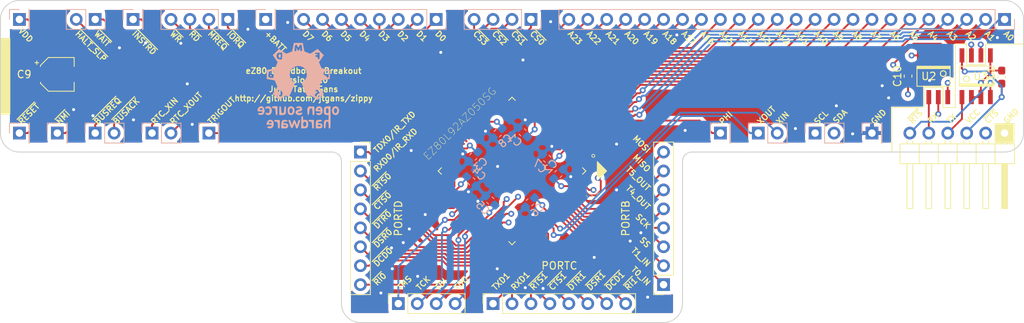
<source format=kicad_pcb>
(kicad_pcb (version 20171130) (host pcbnew "(5.1.4-0-10_14)")

  (general
    (thickness 1.6)
    (drawings 170)
    (tracks 762)
    (zones 0)
    (modules 37)
    (nets 93)
  )

  (page A4)
  (layers
    (0 F.Cu signal hide)
    (1 In1.Cu signal hide)
    (2 In2.Cu signal hide)
    (31 B.Cu signal hide)
    (32 B.Adhes user hide)
    (33 F.Adhes user hide)
    (34 B.Paste user hide)
    (35 F.Paste user hide)
    (36 B.SilkS user hide)
    (37 F.SilkS user hide)
    (38 B.Mask user hide)
    (39 F.Mask user hide)
    (40 Dwgs.User user hide)
    (41 Cmts.User user hide)
    (42 Eco1.User user hide)
    (43 Eco2.User user hide)
    (44 Edge.Cuts user)
    (45 Margin user hide)
    (46 B.CrtYd user hide)
    (47 F.CrtYd user hide)
    (48 B.Fab user hide)
    (49 F.Fab user hide)
  )

  (setup
    (last_trace_width 0.25)
    (trace_clearance 0.2)
    (zone_clearance 0.508)
    (zone_45_only yes)
    (trace_min 0.2)
    (via_size 0.8)
    (via_drill 0.4)
    (via_min_size 0.4)
    (via_min_drill 0.3)
    (uvia_size 0.3)
    (uvia_drill 0.1)
    (uvias_allowed no)
    (uvia_min_size 0.2)
    (uvia_min_drill 0.1)
    (edge_width 0.05)
    (segment_width 0.2)
    (pcb_text_width 0.3)
    (pcb_text_size 1.5 1.5)
    (mod_edge_width 0.12)
    (mod_text_size 1 1)
    (mod_text_width 0.15)
    (pad_size 1.524 1.524)
    (pad_drill 0.762)
    (pad_to_mask_clearance 0.0508)
    (solder_mask_min_width 0.25)
    (aux_axis_origin 0 0)
    (visible_elements FFFFFF7F)
    (pcbplotparams
      (layerselection 0x010fc_ffffffff)
      (usegerberextensions true)
      (usegerberattributes false)
      (usegerberadvancedattributes false)
      (creategerberjobfile false)
      (excludeedgelayer true)
      (linewidth 0.100000)
      (plotframeref false)
      (viasonmask false)
      (mode 1)
      (useauxorigin false)
      (hpglpennumber 1)
      (hpglpenspeed 20)
      (hpglpendiameter 15.000000)
      (psnegative false)
      (psa4output false)
      (plotreference true)
      (plotvalue true)
      (plotinvisibletext false)
      (padsonsilk false)
      (subtractmaskfromsilk false)
      (outputformat 1)
      (mirror false)
      (drillshape 0)
      (scaleselection 1)
      (outputdirectory "gerbers/"))
  )

  (net 0 "")
  (net 1 +3V3)
  (net 2 GND)
  (net 3 /ADDR23)
  (net 4 /ADDR22)
  (net 5 /ADDR21)
  (net 6 /ADDR20)
  (net 7 /ADDR19)
  (net 8 /ADDR18)
  (net 9 /ADDR17)
  (net 10 /ADDR16)
  (net 11 /ADDR15)
  (net 12 /ADDR14)
  (net 13 /ADDR13)
  (net 14 /ADDR12)
  (net 15 /ADDR11)
  (net 16 /ADDR10)
  (net 17 /ADDR9)
  (net 18 /ADDR8)
  (net 19 /ADDR7)
  (net 20 /ADDR6)
  (net 21 /ADDR5)
  (net 22 /ADDR4)
  (net 23 /ADDR3)
  (net 24 /ADDR2)
  (net 25 /ADDR1)
  (net 26 /ADDR0)
  (net 27 /SDA)
  (net 28 /SCL)
  (net 29 /RTC_XOUT)
  (net 30 /RTC_XIN)
  (net 31 /XOUT)
  (net 32 /XIN)
  (net 33 /~RESET)
  (net 34 /DATA7)
  (net 35 /DATA6)
  (net 36 /DATA5)
  (net 37 /DATA4)
  (net 38 /DATA3)
  (net 39 /DATA2)
  (net 40 /DATA1)
  (net 41 /DATA0)
  (net 42 /~CS3)
  (net 43 /~CS2)
  (net 44 /~CS1)
  (net 45 /~CS0)
  (net 46 /~WR)
  (net 47 /~RD)
  (net 48 /~MREQ)
  (net 49 /~IORQ)
  (net 50 /~INSTRD)
  (net 51 /~HALT_SLP)
  (net 52 /~WAIT)
  (net 53 /~BUSACK)
  (net 54 /~BUSREQ)
  (net 55 /~NMI)
  (net 56 /TDO)
  (net 57 /TDI)
  (net 58 /TCK)
  (net 59 /TMS)
  (net 60 /TRIGOUT)
  (net 61 /PHI)
  (net 62 +BATT)
  (net 63 /PD7)
  (net 64 /PD6)
  (net 65 /PD5)
  (net 66 /PD4)
  (net 67 /PD3)
  (net 68 /PD2)
  (net 69 /PD1)
  (net 70 /PD0)
  (net 71 /PC7)
  (net 72 /PC6)
  (net 73 /PC5)
  (net 74 /PC4)
  (net 75 /PC3)
  (net 76 /PC2)
  (net 77 /PC1)
  (net 78 /PC0)
  (net 79 /PB7)
  (net 80 /PB6)
  (net 81 /PB5)
  (net 82 /PB4)
  (net 83 /PB3)
  (net 84 /PB2)
  (net 85 /PB1)
  (net 86 /PB0)
  (net 87 /FTDI_GND)
  (net 88 /FTDI_VCC)
  (net 89 /~FTDI_RTS)
  (net 90 /FTDI_RX)
  (net 91 /FTDI_TX)
  (net 92 /~FTDI_CTS)

  (net_class Default "This is the default net class."
    (clearance 0.2)
    (trace_width 0.25)
    (via_dia 0.8)
    (via_drill 0.4)
    (uvia_dia 0.3)
    (uvia_drill 0.1)
    (add_net +3V3)
    (add_net +BATT)
    (add_net /ADDR0)
    (add_net /ADDR1)
    (add_net /ADDR10)
    (add_net /ADDR11)
    (add_net /ADDR12)
    (add_net /ADDR13)
    (add_net /ADDR14)
    (add_net /ADDR15)
    (add_net /ADDR16)
    (add_net /ADDR17)
    (add_net /ADDR18)
    (add_net /ADDR19)
    (add_net /ADDR2)
    (add_net /ADDR20)
    (add_net /ADDR21)
    (add_net /ADDR22)
    (add_net /ADDR23)
    (add_net /ADDR3)
    (add_net /ADDR4)
    (add_net /ADDR5)
    (add_net /ADDR6)
    (add_net /ADDR7)
    (add_net /ADDR8)
    (add_net /ADDR9)
    (add_net /DATA0)
    (add_net /DATA1)
    (add_net /DATA2)
    (add_net /DATA3)
    (add_net /DATA4)
    (add_net /DATA5)
    (add_net /DATA6)
    (add_net /DATA7)
    (add_net /FTDI_GND)
    (add_net /FTDI_RX)
    (add_net /FTDI_TX)
    (add_net /FTDI_VCC)
    (add_net /PB0)
    (add_net /PB1)
    (add_net /PB2)
    (add_net /PB3)
    (add_net /PB4)
    (add_net /PB5)
    (add_net /PB6)
    (add_net /PB7)
    (add_net /PC0)
    (add_net /PC1)
    (add_net /PC2)
    (add_net /PC3)
    (add_net /PC4)
    (add_net /PC5)
    (add_net /PC6)
    (add_net /PC7)
    (add_net /PD0)
    (add_net /PD1)
    (add_net /PD2)
    (add_net /PD3)
    (add_net /PD4)
    (add_net /PD5)
    (add_net /PD6)
    (add_net /PD7)
    (add_net /PHI)
    (add_net /RTC_XIN)
    (add_net /RTC_XOUT)
    (add_net /SCL)
    (add_net /SDA)
    (add_net /TCK)
    (add_net /TDI)
    (add_net /TDO)
    (add_net /TMS)
    (add_net /TRIGOUT)
    (add_net /XIN)
    (add_net /XOUT)
    (add_net /~BUSACK)
    (add_net /~BUSREQ)
    (add_net /~CS0)
    (add_net /~CS1)
    (add_net /~CS2)
    (add_net /~CS3)
    (add_net /~FTDI_CTS)
    (add_net /~FTDI_RTS)
    (add_net /~HALT_SLP)
    (add_net /~INSTRD)
    (add_net /~IORQ)
    (add_net /~MREQ)
    (add_net /~NMI)
    (add_net /~RD)
    (add_net /~RESET)
    (add_net /~WAIT)
    (add_net /~WR)
    (add_net GND)
  )

  (module footprints:oshw_small (layer B.Cu) (tedit 0) (tstamp 5DC020E7)
    (at 118.6688 62.1792 180)
    (fp_text reference G*** (at 0 0) (layer B.SilkS) hide
      (effects (font (size 1.524 1.524) (thickness 0.3)) (justify mirror))
    )
    (fp_text value LOGO (at 0.75 0) (layer B.SilkS) hide
      (effects (font (size 1.524 1.524) (thickness 0.3)) (justify mirror))
    )
    (fp_poly (pts (xy 2.492375 4.179542) (xy 2.591224 4.141461) (xy 2.630614 4.039965) (xy 2.63525 3.937)
      (xy 2.619794 3.781039) (xy 2.558143 3.71101) (xy 2.492375 3.694459) (xy 2.401666 3.695299)
      (xy 2.360356 3.75367) (xy 2.349634 3.901504) (xy 2.3495 3.937) (xy 2.356959 4.102808)
      (xy 2.391879 4.173843) (xy 2.473068 4.182037) (xy 2.492375 4.179542)) (layer B.SilkS) (width 0.01))
    (fp_poly (pts (xy -3.630564 1.663671) (xy -3.6195 1.61925) (xy -3.67033 1.535064) (xy -3.71475 1.524)
      (xy -3.798937 1.57483) (xy -3.81 1.61925) (xy -3.759171 1.703437) (xy -3.71475 1.7145)
      (xy -3.630564 1.663671)) (layer B.SilkS) (width 0.01))
    (fp_poly (pts (xy 3.735753 1.680212) (xy 3.7465 1.651) (xy 3.695067 1.594665) (xy 3.65125 1.5875)
      (xy 3.566746 1.621789) (xy 3.556 1.651) (xy 3.607432 1.707336) (xy 3.65125 1.7145)
      (xy 3.735753 1.680212)) (layer B.SilkS) (width 0.01))
    (fp_poly (pts (xy 3.76771 1.332754) (xy 3.791361 1.259383) (xy 3.726277 1.210006) (xy 3.688291 1.2065)
      (xy 3.57913 1.246839) (xy 3.556 1.306407) (xy 3.603609 1.382701) (xy 3.661862 1.385782)
      (xy 3.76771 1.332754)) (layer B.SilkS) (width 0.01))
    (fp_poly (pts (xy 0.70241 5.127688) (xy 0.750466 4.878477) (xy 0.792837 4.682171) (xy 0.822949 4.568265)
      (xy 0.830729 4.551765) (xy 0.918817 4.506722) (xy 1.080441 4.439314) (xy 1.273145 4.365514)
      (xy 1.454468 4.301299) (xy 1.581953 4.262642) (xy 1.611842 4.257868) (xy 1.693544 4.293666)
      (xy 1.84181 4.3815) (xy 2.159 4.3815) (xy 2.159 3.942292) (xy 2.171117 3.662188)
      (xy 2.207315 3.504672) (xy 2.238375 3.470378) (xy 2.391529 3.456348) (xy 2.588127 3.494958)
      (xy 2.764151 3.571165) (xy 2.809875 3.604659) (xy 2.894511 3.752437) (xy 2.918129 3.955041)
      (xy 2.88021 4.155633) (xy 2.815908 4.265375) (xy 2.654923 4.356888) (xy 2.434908 4.3815)
      (xy 2.159 4.3815) (xy 1.84181 4.3815) (xy 1.849607 4.386119) (xy 2.05124 4.517798)
      (xy 2.12725 4.569926) (xy 2.57175 4.878616) (xy 2.996515 4.460966) (xy 3.421281 4.043316)
      (xy 3.095966 3.577383) (xy 2.770651 3.111449) (xy 2.918475 2.74635) (xy 3.005702 2.54294)
      (xy 3.082158 2.385321) (xy 3.123706 2.31787) (xy 3.209453 2.277753) (xy 3.387042 2.226786)
      (xy 3.622909 2.174184) (xy 3.70193 2.159111) (xy 4.22275 2.063734) (xy 4.22275 0.857927)
      (xy 3.68789 0.762339) (xy 3.15303 0.66675) (xy 2.975244 0.232694) (xy 2.797459 -0.201362)
      (xy 3.10866 -0.662542) (xy 3.419862 -1.123723) (xy 2.995806 -1.542106) (xy 2.57175 -1.960488)
      (xy 2.131569 -1.651339) (xy 1.915548 -1.502142) (xy 1.773345 -1.416851) (xy 1.675575 -1.38536)
      (xy 1.592851 -1.397563) (xy 1.508139 -1.436951) (xy 1.361597 -1.49652) (xy 1.259839 -1.509951)
      (xy 1.25761 -1.509286) (xy 1.2109 -1.445641) (xy 1.126913 -1.285194) (xy 1.015751 -1.048971)
      (xy 0.992501 -0.996213) (xy 2.098491 -0.996213) (xy 2.113348 -1.207236) (xy 2.232177 -1.411577)
      (xy 2.251363 -1.431636) (xy 2.391973 -1.548435) (xy 2.527077 -1.581735) (xy 2.714625 -1.547476)
      (xy 2.839903 -1.483863) (xy 2.853893 -1.40952) (xy 2.766701 -1.351026) (xy 2.633257 -1.3335)
      (xy 2.447625 -1.302099) (xy 2.362416 -1.199694) (xy 2.36879 -1.013985) (xy 2.377313 -0.977328)
      (xy 2.427746 -0.860903) (xy 2.526146 -0.83127) (xy 2.603975 -0.839114) (xy 2.767486 -0.830597)
      (xy 2.824808 -0.773306) (xy 2.842054 -0.683985) (xy 2.78899 -0.638505) (xy 2.641751 -0.623119)
      (xy 2.56266 -0.6223) (xy 2.334657 -0.67382) (xy 2.176098 -0.808433) (xy 2.098491 -0.996213)
      (xy 0.992501 -0.996213) (xy 0.887518 -0.758001) (xy 0.82099 -0.600555) (xy 0.45165 0.28575)
      (xy 0.696813 0.508) (xy 0.961877 0.807317) (xy 1.11029 1.127255) (xy 1.152649 1.471069)
      (xy 1.09335 1.850322) (xy 1.065254 1.905) (xy 3.302 1.905) (xy 3.302 1.465157)
      (xy 3.307276 1.225923) (xy 3.327495 1.085589) (xy 3.369244 1.016328) (xy 3.413125 0.995674)
      (xy 3.60584 0.98317) (xy 3.809492 1.025162) (xy 3.963351 1.107281) (xy 3.986026 1.131241)
      (xy 4.034458 1.259106) (xy 4.025058 1.331678) (xy 3.99502 1.47167) (xy 3.991965 1.580924)
      (xy 3.963299 1.760489) (xy 3.844786 1.86532) (xy 3.625155 1.904286) (xy 3.579974 1.905)
      (xy 3.302 1.905) (xy 1.065254 1.905) (xy 0.930919 2.166425) (xy 0.679113 2.405887)
      (xy 0.351687 2.555219) (xy 0 2.601411) (xy -0.381595 2.545531) (xy -0.703034 2.387618)
      (xy -0.949428 2.142266) (xy -1.105885 1.824069) (xy -1.157654 1.466858) (xy -1.105043 1.10335)
      (xy -0.941555 0.778418) (xy -0.696609 0.508) (xy -0.451242 0.28575) (xy -0.823732 -0.601537)
      (xy -0.957445 -0.9117) (xy -1.078685 -1.177502) (xy -1.177371 -1.377991) (xy -1.243424 -1.492218)
      (xy -1.261055 -1.510434) (xy -1.358433 -1.498645) (xy -1.501622 -1.439968) (xy -1.501821 -1.439864)
      (xy -1.592748 -1.399161) (xy -1.676085 -1.393018) (xy -1.780859 -1.431283) (xy -1.936098 -1.523803)
      (xy -2.130344 -1.653087) (xy -2.582934 -1.958492) (xy -3.000963 -1.540462) (xy -3.418993 -1.122433)
      (xy -3.295743 -0.939784) (xy -2.861784 -0.939784) (xy -2.782229 -1.071888) (xy -2.667 -1.143)
      (xy -2.536065 -1.212596) (xy -2.476801 -1.274436) (xy -2.4765 -1.277703) (xy -2.531712 -1.316889)
      (xy -2.664727 -1.333496) (xy -2.667 -1.3335) (xy -2.81521 -1.360528) (xy -2.8575 -1.423458)
      (xy -2.805279 -1.531469) (xy -2.666324 -1.576354) (xy -2.467201 -1.552369) (xy -2.385384 -1.525571)
      (xy -2.250227 -1.42369) (xy -2.217706 -1.281861) (xy -2.286051 -1.132437) (xy -2.412599 -1.028921)
      (xy -2.562056 -0.926477) (xy -2.591243 -0.858748) (xy -2.499881 -0.827503) (xy -2.44475 -0.8255)
      (xy -2.318432 -0.78975) (xy -2.29073 -0.711434) (xy -2.366783 -0.633956) (xy -2.419815 -0.614818)
      (xy -2.617016 -0.607164) (xy -2.765518 -0.678233) (xy -2.851661 -0.798836) (xy -2.861784 -0.939784)
      (xy -3.295743 -0.939784) (xy -3.108226 -0.661897) (xy -2.79746 -0.201362) (xy -2.975171 0.232694)
      (xy -3.152883 0.66675) (xy -3.687817 0.765586) (xy -4.22275 0.864422) (xy -4.22275 1.905)
      (xy -4.064 1.905) (xy -4.064 1.4605) (xy -4.060574 1.226902) (xy -4.045123 1.093077)
      (xy -4.009887 1.031869) (xy -3.94711 1.016124) (xy -3.937 1.016) (xy -3.829971 1.061549)
      (xy -3.81 1.133815) (xy -3.748949 1.244507) (xy -3.603625 1.310461) (xy -3.449704 1.380956)
      (xy -3.384426 1.498536) (xy -3.376787 1.545736) (xy -3.392336 1.738507) (xy -3.49951 1.854725)
      (xy -3.707747 1.902678) (xy -3.786026 1.905) (xy -4.064 1.905) (xy -4.22275 1.905)
      (xy -4.22275 2.063734) (xy -3.701931 2.159111) (xy -3.454895 2.210364) (xy -3.255821 2.262815)
      (xy -3.138271 2.307247) (xy -3.123707 2.31787) (xy -3.070582 2.407484) (xy -2.990911 2.57583)
      (xy -2.918476 2.74635) (xy -2.770652 3.111449) (xy -3.095967 3.577383) (xy -3.421282 4.043316)
      (xy -3.080487 4.3815) (xy -2.8575 4.3815) (xy -2.8575 3.937) (xy -2.854074 3.703402)
      (xy -2.838623 3.569577) (xy -2.803387 3.508369) (xy -2.74061 3.492624) (xy -2.7305 3.4925)
      (xy -2.629962 3.530831) (xy -2.6035 3.647033) (xy -2.5743 3.766544) (xy -2.463179 3.816884)
      (xy -2.428875 3.821658) (xy -2.294692 3.868098) (xy -2.25425 3.937) (xy -2.311085 4.016731)
      (xy -2.428875 4.052343) (xy -2.570096 4.091388) (xy -2.594149 4.144352) (xy -2.504117 4.184306)
      (xy -2.413 4.191) (xy -2.261761 4.219399) (xy -2.2225 4.28625) (xy -2.25649 4.34615)
      (xy -2.374171 4.375405) (xy -2.54 4.3815) (xy -2.8575 4.3815) (xy -3.080487 4.3815)
      (xy -2.571452 4.886634) (xy -2.127101 4.572908) (xy -1.915128 4.429521) (xy -1.736246 4.319941)
      (xy -1.619879 4.261788) (xy -1.599272 4.256841) (xy -1.507783 4.278359) (xy -1.343531 4.334043)
      (xy -1.150116 4.407179) (xy -0.971137 4.481053) (xy -0.850194 4.538949) (xy -0.83073 4.55148)
      (xy -0.808245 4.619) (xy -0.770555 4.782123) (xy -0.752063 4.873625) (xy -0.507133 4.873625)
      (xy -0.500284 4.689117) (xy -0.469478 4.599371) (xy -0.401422 4.572598) (xy -0.381 4.572)
      (xy -0.290335 4.599875) (xy -0.254861 4.705544) (xy -0.251458 4.778375) (xy -0.248916 4.98475)
      (xy -0.15418 4.810125) (xy -0.054569 4.670278) (xy 0.033467 4.653778) (xy 0.121097 4.761758)
      (xy 0.159329 4.841875) (xy 0.249028 5.04825) (xy 0.251514 4.810125) (xy 0.265692 4.650099)
      (xy 0.31581 4.582384) (xy 0.381 4.572) (xy 0.457885 4.590528) (xy 0.49862 4.660432)
      (xy 0.506335 4.803192) (xy 0.48416 5.04029) (xy 0.467618 5.166388) (xy 0.413133 5.370778)
      (xy 0.330194 5.462489) (xy 0.232964 5.437191) (xy 0.1356 5.290557) (xy 0.127 5.270501)
      (xy 0.059619 5.13971) (xy 0.00295 5.080326) (xy 0 5.08) (xy -0.054686 5.13231)
      (xy -0.122299 5.259348) (xy -0.127 5.2705) (xy -0.223749 5.412925) (xy -0.335808 5.457164)
      (xy -0.432085 5.398874) (xy -0.467977 5.318125) (xy -0.491553 5.167565) (xy -0.505555 4.957936)
      (xy -0.507133 4.873625) (xy -0.752063 4.873625) (xy -0.724231 5.011336) (xy -0.702411 5.127688)
      (xy -0.600613 5.68325) (xy 0.600612 5.68325) (xy 0.70241 5.127688)) (layer B.SilkS) (width 0.01))
    (fp_poly (pts (xy 5.153626 -2.837812) (xy 5.305136 -2.949863) (xy 5.433618 -3.150603) (xy 5.461 -3.299113)
      (xy 5.455352 -3.409665) (xy 5.417569 -3.467207) (xy 5.316387 -3.489048) (xy 5.120543 -3.492499)
      (xy 5.11175 -3.4925) (xy 4.920473 -3.501662) (xy 4.793617 -3.525297) (xy 4.7625 -3.548224)
      (xy 4.817715 -3.654067) (xy 4.954509 -3.717107) (xy 5.129603 -3.717766) (xy 5.134853 -3.716649)
      (xy 5.286667 -3.7124) (xy 5.378242 -3.761678) (xy 5.381371 -3.843834) (xy 5.355057 -3.877842)
      (xy 5.221669 -3.943032) (xy 5.030018 -3.96911) (xy 4.844381 -3.950337) (xy 4.785619 -3.928689)
      (xy 4.6203 -3.780222) (xy 4.530039 -3.559882) (xy 4.522335 -3.303338) (xy 4.545097 -3.231136)
      (xy 4.769448 -3.231136) (xy 4.813391 -3.285735) (xy 4.965551 -3.301874) (xy 4.989406 -3.302)
      (xy 5.141522 -3.289611) (xy 5.196666 -3.242183) (xy 5.195132 -3.190875) (xy 5.123288 -3.09799)
      (xy 4.99261 -3.057181) (xy 4.864525 -3.079703) (xy 4.818278 -3.121819) (xy 4.769448 -3.231136)
      (xy 4.545097 -3.231136) (xy 4.601401 -3.052541) (xy 4.754165 -2.865769) (xy 4.945984 -2.793062)
      (xy 5.153626 -2.837812)) (layer B.SilkS) (width 0.01))
    (fp_poly (pts (xy 4.283262 -2.867692) (xy 4.414229 -2.943376) (xy 4.433662 -3.015931) (xy 4.373351 -3.094248)
      (xy 4.279973 -3.13278) (xy 4.182631 -3.091537) (xy 4.031655 -3.05015) (xy 3.915467 -3.119898)
      (xy 3.850225 -3.286287) (xy 3.84175 -3.39725) (xy 3.876555 -3.605859) (xy 3.970465 -3.723709)
      (xy 4.107715 -3.736855) (xy 4.185365 -3.701255) (xy 4.2972 -3.658131) (xy 4.379112 -3.711872)
      (xy 4.40844 -3.793709) (xy 4.335182 -3.878917) (xy 4.306898 -3.899528) (xy 4.130427 -3.984735)
      (xy 3.94564 -3.97596) (xy 3.830026 -3.936556) (xy 3.671594 -3.810667) (xy 3.57613 -3.610431)
      (xy 3.54824 -3.374299) (xy 3.592527 -3.140719) (xy 3.711863 -2.949863) (xy 3.896517 -2.821495)
      (xy 4.098313 -2.806048) (xy 4.283262 -2.867692)) (layer B.SilkS) (width 0.01))
    (fp_poly (pts (xy 3.362908 -2.824306) (xy 3.511454 -2.869562) (xy 3.543834 -2.941868) (xy 3.507505 -2.994894)
      (xy 3.387354 -3.055674) (xy 3.254036 -3.076913) (xy 3.162561 -3.084617) (xy 3.107806 -3.122554)
      (xy 3.076943 -3.218535) (xy 3.057147 -3.40037) (xy 3.048 -3.523666) (xy 3.024497 -3.766582)
      (xy 2.991905 -3.908366) (xy 2.942278 -3.97488) (xy 2.905125 -3.988697) (xy 2.853241 -3.986337)
      (xy 2.820469 -3.940517) (xy 2.802533 -3.828956) (xy 2.795164 -3.629376) (xy 2.794 -3.409233)
      (xy 2.794 -2.808653) (xy 3.103732 -2.808653) (xy 3.362908 -2.824306)) (layer B.SilkS) (width 0.01))
    (fp_poly (pts (xy 1.762125 -2.805856) (xy 1.825432 -2.842162) (xy 1.864007 -2.939304) (xy 1.886014 -3.124422)
      (xy 1.892478 -3.239137) (xy 1.913162 -3.504393) (xy 1.951517 -3.661515) (xy 2.017565 -3.729142)
      (xy 2.121326 -3.725909) (xy 2.149783 -3.717675) (xy 2.22164 -3.677516) (xy 2.264528 -3.593682)
      (xy 2.288161 -3.435844) (xy 2.29905 -3.251648) (xy 2.315545 -3.016209) (xy 2.344326 -2.880752)
      (xy 2.393239 -2.818338) (xy 2.428875 -2.805875) (xy 2.480927 -2.808223) (xy 2.513732 -2.854238)
      (xy 2.531614 -2.966269) (xy 2.538895 -3.16667) (xy 2.54 -3.380466) (xy 2.54 -3.976245)
      (xy 2.226076 -3.980981) (xy 2.003615 -3.964914) (xy 1.825117 -3.9177) (xy 1.781576 -3.894257)
      (xy 1.715164 -3.831622) (xy 1.675715 -3.738322) (xy 1.656569 -3.583717) (xy 1.651061 -3.337169)
      (xy 1.651 -3.293743) (xy 1.653959 -3.040224) (xy 1.666454 -2.889818) (xy 1.693909 -2.818704)
      (xy 1.741752 -2.803061) (xy 1.762125 -2.805856)) (layer B.SilkS) (width 0.01))
    (fp_poly (pts (xy 1.117385 -2.822195) (xy 1.27884 -2.915389) (xy 1.369018 -3.011009) (xy 1.414295 -3.137059)
      (xy 1.428444 -3.337083) (xy 1.42875 -3.389371) (xy 1.40751 -3.65768) (xy 1.332318 -3.830003)
      (xy 1.185968 -3.931923) (xy 1.035233 -3.974428) (xy 0.870897 -3.982619) (xy 0.736397 -3.912206)
      (xy 0.670959 -3.851732) (xy 0.56496 -3.715904) (xy 0.517092 -3.554232) (xy 0.508852 -3.389965)
      (xy 0.762 -3.389965) (xy 0.779854 -3.592858) (xy 0.845672 -3.700294) (xy 0.977833 -3.740319)
      (xy 0.992349 -3.741486) (xy 1.089727 -3.702036) (xy 1.139557 -3.655398) (xy 1.191771 -3.514737)
      (xy 1.188271 -3.331655) (xy 1.136253 -3.166395) (xy 1.072256 -3.091923) (xy 0.923173 -3.0454)
      (xy 0.819149 -3.113499) (xy 0.766899 -3.289771) (xy 0.762 -3.389965) (xy 0.508852 -3.389965)
      (xy 0.508 -3.372995) (xy 0.519724 -3.165931) (xy 0.567296 -3.034962) (xy 0.669313 -2.93036)
      (xy 0.675313 -2.925608) (xy 0.899262 -2.810481) (xy 1.117385 -2.822195)) (layer B.SilkS) (width 0.01))
    (fp_poly (pts (xy 0.051956 -2.831483) (xy 0.233994 -2.901996) (xy 0.295989 -2.978573) (xy 0.241462 -3.039067)
      (xy 0.073935 -3.061332) (xy 0.015875 -3.058414) (xy -0.161576 -3.055471) (xy -0.241673 -3.08858)
      (xy -0.254 -3.132208) (xy -0.192821 -3.211489) (xy -0.01604 -3.267419) (xy 0.000827 -3.270389)
      (xy 0.210237 -3.349957) (xy 0.337447 -3.48505) (xy 0.375386 -3.646027) (xy 0.316982 -3.803249)
      (xy 0.157284 -3.926113) (xy -0.072347 -3.993925) (xy -0.284768 -3.961043) (xy -0.381 -3.918313)
      (xy -0.498334 -3.828187) (xy -0.53871 -3.73646) (xy -0.497763 -3.67683) (xy -0.41275 -3.673148)
      (xy -0.13373 -3.705292) (xy 0.037113 -3.687683) (xy 0.095249 -3.620791) (xy 0.09525 -3.620577)
      (xy 0.03583 -3.542045) (xy -0.127592 -3.490184) (xy -0.129157 -3.489928) (xy -0.344715 -3.440736)
      (xy -0.460696 -3.367088) (xy -0.504516 -3.246031) (xy -0.508 -3.172716) (xy -0.45452 -2.978842)
      (xy -0.309743 -2.853617) (xy -0.097163 -2.811357) (xy 0.051956 -2.831483)) (layer B.SilkS) (width 0.01))
    (fp_poly (pts (xy -1.39744 -2.866718) (xy -1.330774 -2.923726) (xy -1.261932 -3.011708) (xy -1.225424 -3.125045)
      (xy -1.214456 -3.299645) (xy -1.219649 -3.511101) (xy -1.235755 -3.759211) (xy -1.262694 -3.902433)
      (xy -1.305939 -3.962768) (xy -1.3335 -3.96875) (xy -1.391328 -3.9336) (xy -1.430762 -3.814504)
      (xy -1.4582 -3.590994) (xy -1.4605 -3.562497) (xy -1.504147 -3.274853) (xy -1.579737 -3.103014)
      (xy -1.68503 -3.049944) (xy -1.804428 -3.107082) (xy -1.866946 -3.207498) (xy -1.898606 -3.392302)
      (xy -1.905 -3.595525) (xy -1.913411 -3.833495) (xy -1.941052 -3.962714) (xy -1.989667 -4.0005)
      (xy -2.097664 -3.972293) (xy -2.116667 -3.958166) (xy -2.136092 -3.879137) (xy -2.150822 -3.705721)
      (xy -2.158451 -3.470508) (xy -2.159 -3.384673) (xy -2.154355 -3.112759) (xy -2.137496 -2.943028)
      (xy -2.104042 -2.850907) (xy -2.057342 -2.814504) (xy -1.948829 -2.815057) (xy -1.912791 -2.844895)
      (xy -1.830689 -2.879052) (xy -1.776325 -2.85512) (xy -1.585027 -2.798306) (xy -1.39744 -2.866718)) (layer B.SilkS) (width 0.01))
    (fp_poly (pts (xy -2.576575 -2.866855) (xy -2.457959 -2.967439) (xy -2.359682 -3.126192) (xy -2.304301 -3.294374)
      (xy -2.314374 -3.423248) (xy -2.316983 -3.427758) (xy -2.398003 -3.463676) (xy -2.563852 -3.487185)
      (xy -2.704732 -3.4925) (xy -2.90178 -3.495505) (xy -2.996319 -3.512453) (xy -3.012826 -3.555242)
      (xy -2.980676 -3.626646) (xy -2.911906 -3.712947) (xy -2.805065 -3.737085) (xy -2.664774 -3.721759)
      (xy -2.476011 -3.711722) (xy -2.387087 -3.750619) (xy -2.407294 -3.828947) (xy -2.489567 -3.900905)
      (xy -2.709899 -3.992108) (xy -2.929241 -3.956325) (xy -3.081501 -3.856351) (xy -3.187696 -3.740863)
      (xy -3.237225 -3.602047) (xy -3.249084 -3.39725) (xy -3.236498 -3.190875) (xy -2.972412 -3.190875)
      (xy -2.959353 -3.270103) (xy -2.859692 -3.300013) (xy -2.794 -3.302) (xy -2.654574 -3.286251)
      (xy -2.612084 -3.227622) (xy -2.615589 -3.190875) (xy -2.691151 -3.099192) (xy -2.794 -3.07975)
      (xy -2.931433 -3.120733) (xy -2.972412 -3.190875) (xy -3.236498 -3.190875) (xy -3.236238 -3.186619)
      (xy -3.185044 -3.049499) (xy -3.081501 -2.938148) (xy -2.914034 -2.82276) (xy -2.760106 -2.803908)
      (xy -2.576575 -2.866855)) (layer B.SilkS) (width 0.01))
    (fp_poly (pts (xy -4.72485 -2.887456) (xy -4.586074 -3.054446) (xy -4.51377 -3.293834) (xy -4.5085 -3.387328)
      (xy -4.553055 -3.671696) (xy -4.687024 -3.866058) (xy -4.910866 -3.971049) (xy -4.932916 -3.975654)
      (xy -5.098778 -3.982559) (xy -5.234821 -3.910294) (xy -5.298041 -3.851732) (xy -5.428831 -3.640098)
      (xy -5.470763 -3.385857) (xy -5.458122 -3.318705) (xy -5.213453 -3.318705) (xy -5.19916 -3.493118)
      (xy -5.137694 -3.646947) (xy -5.034945 -3.737529) (xy -4.98475 -3.7465) (xy -4.882258 -3.705774)
      (xy -4.8387 -3.6703) (xy -4.777707 -3.537814) (xy -4.766807 -3.355762) (xy -4.804183 -3.187313)
      (xy -4.854703 -3.114028) (xy -4.986276 -3.068996) (xy -5.076953 -3.078782) (xy -5.174681 -3.166372)
      (xy -5.213453 -3.318705) (xy -5.458122 -3.318705) (xy -5.423483 -3.134707) (xy -5.305137 -2.949863)
      (xy -5.10787 -2.822267) (xy -4.906612 -2.805764) (xy -4.72485 -2.887456)) (layer B.SilkS) (width 0.01))
    (fp_poly (pts (xy 3.966724 -4.671167) (xy 4.136112 -4.826448) (xy 4.229144 -5.064345) (xy 4.270375 -5.2705)
      (xy 3.908531 -5.2705) (xy 3.70302 -5.275775) (xy 3.597455 -5.297439) (xy 3.565012 -5.344249)
      (xy 3.568171 -5.381625) (xy 3.618773 -5.457517) (xy 3.751028 -5.493165) (xy 3.860133 -5.499597)
      (xy 4.080425 -5.519797) (xy 4.177815 -5.566876) (xy 4.153768 -5.641991) (xy 4.099388 -5.688441)
      (xy 3.889628 -5.771538) (xy 3.659274 -5.758052) (xy 3.461393 -5.652563) (xy 3.440068 -5.631532)
      (xy 3.338462 -5.466904) (xy 3.302613 -5.238769) (xy 3.302 -5.194067) (xy 3.337973 -4.936207)
      (xy 3.557187 -4.936207) (xy 3.566483 -5.012462) (xy 3.669544 -5.067622) (xy 3.780484 -5.08)
      (xy 3.925652 -5.072864) (xy 3.969487 -5.037691) (xy 3.937442 -4.953826) (xy 3.937 -4.953)
      (xy 3.854603 -4.846642) (xy 3.744635 -4.836117) (xy 3.656443 -4.864543) (xy 3.557187 -4.936207)
      (xy 3.337973 -4.936207) (xy 3.34198 -4.907486) (xy 3.461058 -4.718627) (xy 3.657941 -4.629197)
      (xy 3.735444 -4.621903) (xy 3.966724 -4.671167)) (layer B.SilkS) (width 0.01))
    (fp_poly (pts (xy 3.075636 -4.645395) (xy 3.18896 -4.6631) (xy 3.228149 -4.704367) (xy 3.226199 -4.748025)
      (xy 3.148702 -4.839253) (xy 3.024982 -4.864245) (xy 2.879282 -4.891908) (xy 2.789837 -4.977113)
      (xy 2.744589 -5.142415) (xy 2.731481 -5.410373) (xy 2.731472 -5.413375) (xy 2.720696 -5.638888)
      (xy 2.687438 -5.75449) (xy 2.645833 -5.7785) (xy 2.537836 -5.750293) (xy 2.518833 -5.736166)
      (xy 2.499258 -5.657013) (xy 2.48448 -5.483803) (xy 2.476968 -5.249456) (xy 2.4765 -5.171492)
      (xy 2.4765 -4.649151) (xy 2.861886 -4.643726) (xy 3.075636 -4.645395)) (layer B.SilkS) (width 0.01))
    (fp_poly (pts (xy 2.028131 -4.653346) (xy 2.170277 -4.755198) (xy 2.252376 -4.943675) (xy 2.284556 -5.234096)
      (xy 2.286 -5.334209) (xy 2.286 -5.764848) (xy 1.913411 -5.770093) (xy 1.671683 -5.761767)
      (xy 1.52031 -5.723083) (xy 1.437161 -5.660794) (xy 1.341363 -5.484093) (xy 1.347428 -5.417809)
      (xy 1.598384 -5.417809) (xy 1.604445 -5.495107) (xy 1.684347 -5.518847) (xy 1.787844 -5.513059)
      (xy 1.959338 -5.465558) (xy 2.021115 -5.37719) (xy 2.015054 -5.299892) (xy 1.935152 -5.276152)
      (xy 1.831655 -5.28194) (xy 1.660161 -5.329441) (xy 1.598384 -5.417809) (xy 1.347428 -5.417809)
      (xy 1.356825 -5.31513) (xy 1.468781 -5.177317) (xy 1.662461 -5.094065) (xy 1.803531 -5.08)
      (xy 1.96029 -5.068757) (xy 2.019867 -5.025212) (xy 2.019311 -4.968875) (xy 1.953393 -4.883576)
      (xy 1.788079 -4.850476) (xy 1.77653 -4.850009) (xy 1.554521 -4.84112) (xy 1.438341 -4.828439)
      (xy 1.406914 -4.80329) (xy 1.439161 -4.756996) (xy 1.471385 -4.7244) (xy 1.605924 -4.654251)
      (xy 1.79866 -4.623022) (xy 1.815816 -4.6228) (xy 2.028131 -4.653346)) (layer B.SilkS) (width 0.01))
    (fp_poly (pts (xy -0.052477 -4.662866) (xy 0.007527 -4.762253) (xy 0.063341 -4.95959) (xy 0.069138 -4.985141)
      (xy 0.117128 -5.167376) (xy 0.160843 -5.279317) (xy 0.184817 -5.29815) (xy 0.225519 -5.220997)
      (xy 0.287182 -5.06566) (xy 0.322944 -4.964384) (xy 0.41769 -4.744328) (xy 0.50985 -4.651229)
      (xy 0.599558 -4.685096) (xy 0.686949 -4.845934) (xy 0.733163 -4.985372) (xy 0.79303 -5.170228)
      (xy 0.843095 -5.287697) (xy 0.868332 -5.312333) (xy 0.900731 -5.237564) (xy 0.948771 -5.081506)
      (xy 0.977447 -4.97425) (xy 1.040117 -4.778664) (xy 1.11307 -4.678882) (xy 1.200417 -4.646181)
      (xy 1.265241 -4.636316) (xy 1.304097 -4.642293) (xy 1.314497 -4.683904) (xy 1.293951 -4.78094)
      (xy 1.239972 -4.953191) (xy 1.150071 -5.220447) (xy 1.115262 -5.323477) (xy 1.009351 -5.589847)
      (xy 0.911786 -5.73024) (xy 0.81935 -5.745155) (xy 0.728826 -5.635088) (xy 0.636997 -5.400537)
      (xy 0.636041 -5.3975) (xy 0.573244 -5.206192) (xy 0.532402 -5.121373) (xy 0.499505 -5.127731)
      (xy 0.461742 -5.207) (xy 0.400559 -5.387786) (xy 0.352294 -5.572125) (xy 0.289186 -5.729808)
      (xy 0.187495 -5.7785) (xy 0.119253 -5.75304) (xy 0.054759 -5.662874) (xy -0.017003 -5.487315)
      (xy -0.093209 -5.251348) (xy -0.177534 -4.973144) (xy -0.226839 -4.794555) (xy -0.242498 -4.693521)
      (xy -0.225884 -4.647984) (xy -0.17837 -4.635883) (xy -0.131554 -4.6355) (xy -0.052477 -4.662866)) (layer B.SilkS) (width 0.01))
    (fp_poly (pts (xy -0.523875 -4.139497) (xy -0.477117 -4.16193) (xy -0.444384 -4.221923) (xy -0.42245 -4.340072)
      (xy -0.408084 -4.536972) (xy -0.398058 -4.83322) (xy -0.395041 -4.961284) (xy -0.377331 -5.761762)
      (xy -0.733583 -5.764963) (xy -0.975363 -5.753321) (xy -1.131259 -5.706671) (xy -1.211668 -5.646332)
      (xy -1.292666 -5.493954) (xy -1.332335 -5.272842) (xy -1.330004 -5.164139) (xy -1.090071 -5.164139)
      (xy -1.064606 -5.332961) (xy -0.986664 -5.467154) (xy -0.86291 -5.524408) (xy -0.85725 -5.5245)
      (xy -0.727476 -5.485382) (xy -0.673544 -5.424056) (xy -0.634168 -5.221833) (xy -0.66287 -5.0427)
      (xy -0.744629 -4.91487) (xy -0.864423 -4.866552) (xy -0.95691 -4.89186) (xy -1.056394 -5.003002)
      (xy -1.090071 -5.164139) (xy -1.330004 -5.164139) (xy -1.327243 -5.035475) (xy -1.273956 -4.834334)
      (xy -1.265849 -4.818243) (xy -1.124011 -4.674505) (xy -0.926536 -4.61803) (xy -0.777875 -4.642034)
      (xy -0.690606 -4.665485) (xy -0.648805 -4.63056) (xy -0.635852 -4.509921) (xy -0.635 -4.407022)
      (xy -0.627101 -4.228849) (xy -0.595567 -4.148817) (xy -0.528641 -4.138628) (xy -0.523875 -4.139497)) (layer B.SilkS) (width 0.01))
    (fp_poly (pts (xy -1.368542 -4.651977) (xy -1.351658 -4.724191) (xy -1.398125 -4.795605) (xy -1.505986 -4.862003)
      (xy -1.573973 -4.859544) (xy -1.704585 -4.856533) (xy -1.79112 -4.966859) (xy -1.835012 -5.193277)
      (xy -1.8415 -5.373525) (xy -1.845609 -5.594342) (xy -1.86385 -5.716564) (xy -1.905098 -5.768487)
      (xy -1.9685 -5.7785) (xy -2.028923 -5.768922) (xy -2.066431 -5.724048) (xy -2.086423 -5.619667)
      (xy -2.094297 -5.431569) (xy -2.0955 -5.208933) (xy -2.0955 -4.639367) (xy -1.857375 -4.636742)
      (xy -1.665688 -4.634258) (xy -1.513114 -4.631669) (xy -1.500948 -4.631403) (xy -1.368542 -4.651977)) (layer B.SilkS) (width 0.01))
    (fp_poly (pts (xy -2.585841 -4.648863) (xy -2.449497 -4.695906) (xy -2.4401 -4.702859) (xy -2.387628 -4.797698)
      (xy -2.358314 -4.985524) (xy -2.3495 -5.271707) (xy -2.3495 -5.765365) (xy -2.682875 -5.768533)
      (xy -2.895809 -5.758684) (xy -3.068564 -5.730048) (xy -3.127375 -5.708445) (xy -3.216569 -5.587006)
      (xy -3.2385 -5.428328) (xy -3.233855 -5.406226) (xy -3.034544 -5.406226) (xy -2.98741 -5.477867)
      (xy -2.856485 -5.520522) (xy -2.790253 -5.5245) (xy -2.652498 -5.503642) (xy -2.605015 -5.42658)
      (xy -2.6035 -5.3975) (xy -2.653975 -5.301637) (xy -2.77749 -5.26768) (xy -2.932183 -5.303436)
      (xy -2.976761 -5.327872) (xy -3.034544 -5.406226) (xy -3.233855 -5.406226) (xy -3.19817 -5.236459)
      (xy -3.069862 -5.123504) (xy -2.842604 -5.080871) (xy -2.793519 -5.08) (xy -2.654518 -5.064308)
      (xy -2.612516 -5.005787) (xy -2.616267 -4.968875) (xy -2.66932 -4.891249) (xy -2.806087 -4.859968)
      (xy -2.885027 -4.85775) (xy -3.059386 -4.835352) (xy -3.155965 -4.779216) (xy -3.155428 -4.705928)
      (xy -3.108936 -4.665665) (xy -2.975165 -4.630428) (xy -2.780932 -4.625932) (xy -2.585841 -4.648863)) (layer B.SilkS) (width 0.01))
    (fp_poly (pts (xy -3.976466 -2.818848) (xy -3.714091 -2.842118) (xy -3.550633 -2.908497) (xy -3.463886 -3.0417)
      (xy -3.431644 -3.265446) (xy -3.429 -3.403561) (xy -3.434492 -3.63055) (xy -3.458769 -3.768233)
      (xy -3.513531 -3.854106) (xy -3.587288 -3.910786) (xy -3.790212 -3.982837) (xy -3.904788 -3.97454)
      (xy -3.992905 -3.958438) (xy -4.040483 -3.984447) (xy -4.06001 -4.07929) (xy -4.063976 -4.26969)
      (xy -4.064 -4.315218) (xy -4.061454 -4.524798) (xy -4.046196 -4.632783) (xy -4.006802 -4.664572)
      (xy -3.931848 -4.645565) (xy -3.917784 -4.640265) (xy -3.726706 -4.628417) (xy -3.546465 -4.713864)
      (xy -3.477598 -4.788823) (xy -3.454596 -4.882766) (xy -3.437628 -5.065765) (xy -3.430076 -5.2999)
      (xy -3.429973 -5.322781) (xy -3.432894 -5.562722) (xy -3.44699 -5.700434) (xy -3.478383 -5.760584)
      (xy -3.533195 -5.767843) (xy -3.540125 -5.766624) (xy -3.602638 -5.731174) (xy -3.640849 -5.636309)
      (xy -3.662658 -5.45504) (xy -3.669896 -5.323199) (xy -3.695499 -5.055596) (xy -3.749272 -4.899904)
      (xy -3.84013 -4.8425) (xy -3.968751 -4.866536) (xy -4.022821 -4.922433) (xy -4.052931 -5.053714)
      (xy -4.063743 -5.283592) (xy -4.064 -5.340793) (xy -4.067531 -5.572232) (xy -4.083411 -5.704091)
      (xy -4.119573 -5.763713) (xy -4.183953 -5.778441) (xy -4.191 -5.7785) (xy -4.231293 -5.774056)
      (xy -4.262018 -5.750631) (xy -4.284473 -5.693083) (xy -4.29995 -5.586269) (xy -4.309747 -5.415048)
      (xy -4.315157 -5.164277) (xy -4.317475 -4.818815) (xy -4.317997 -4.363519) (xy -4.318 -4.293527)
      (xy -4.318 -3.562249) (xy -4.055008 -3.562249) (xy -4.009598 -3.695061) (xy -3.908835 -3.738382)
      (xy -3.857909 -3.735078) (xy -3.772095 -3.70802) (xy -3.729469 -3.635921) (xy -3.715536 -3.484578)
      (xy -3.71475 -3.39725) (xy -3.719897 -3.208816) (xy -3.746164 -3.114812) (xy -3.80979 -3.082757)
      (xy -3.8735 -3.07975) (xy -3.979147 -3.096658) (xy -4.030439 -3.171261) (xy -4.052357 -3.324552)
      (xy -4.055008 -3.562249) (xy -4.318 -3.562249) (xy -4.318 -2.808554) (xy -3.976466 -2.818848)) (layer B.SilkS) (width 0.01))
  )

  (module footprints:SO-8 (layer F.Cu) (tedit 5DBF573B) (tstamp 5DBF9C5C)
    (at 209.55 60.96)
    (tags "Avago HCPL-0530")
    (path /5DE7B40E)
    (attr smd)
    (fp_text reference U3 (at 0.635 0 180) (layer F.SilkS)
      (effects (font (size 1 1) (thickness 0.15)))
    )
    (fp_text value "PC Powered" (at 0 0) (layer F.Fab)
      (effects (font (size 1 1) (thickness 0.15)))
    )
    (fp_circle (center -1.2954 0.3556) (end -0.9906 0.5842) (layer F.SilkS) (width 0.15))
    (fp_poly (pts (xy 2.2352 1.3208) (xy -2.2098 1.3208) (xy -2.2098 1.016) (xy 2.2352 1.016)) (layer F.SilkS) (width 0.1))
    (fp_line (start -2.48 4) (end -2.48 -4) (layer F.CrtYd) (width 0.05))
    (fp_line (start 2.48 4) (end -2.48 4) (layer F.CrtYd) (width 0.05))
    (fp_line (start 2.48 -4) (end 2.48 4) (layer F.CrtYd) (width 0.05))
    (fp_line (start -2.48 -4) (end 2.48 -4) (layer F.CrtYd) (width 0.05))
    (fp_line (start 2.225 1.345) (end -2.225 1.3462) (layer F.SilkS) (width 0.12))
    (fp_line (start 2.225 -1.345) (end 2.225 1.345) (layer F.SilkS) (width 0.12))
    (fp_line (start -2.225 -1.345) (end 2.225 -1.345) (layer F.SilkS) (width 0.12))
    (fp_line (start -2.225 1.3462) (end -2.225 -1.345) (layer F.SilkS) (width 0.12))
    (pad 4 smd rect (at 1.905 2.795) (size 0.64 1.9) (layers F.Cu F.Paste F.Mask)
      (net 89 /~FTDI_RTS))
    (pad 5 smd rect (at 1.905 -2.795) (size 0.64 1.9) (layers F.Cu F.Paste F.Mask)
      (net 87 /FTDI_GND))
    (pad 3 smd rect (at 0.635 2.795) (size 0.64 1.9) (layers F.Cu F.Paste F.Mask)
      (net 87 /FTDI_GND))
    (pad 6 smd rect (at 0.635 -2.795) (size 0.64 1.9) (layers F.Cu F.Paste F.Mask)
      (net 67 /PD3))
    (pad 2 smd rect (at -0.635 2.795) (size 0.64 1.9) (layers F.Cu F.Paste F.Mask)
      (net 87 /FTDI_GND))
    (pad 7 smd rect (at -0.635 -2.795) (size 0.64 1.9) (layers F.Cu F.Paste F.Mask)
      (net 69 /PD1))
    (pad 1 smd rect (at -1.905 2.795) (size 0.64 1.9) (layers F.Cu F.Paste F.Mask)
      (net 91 /FTDI_TX))
    (pad 8 smd rect (at -1.905 -2.795) (size 0.64 1.9) (layers F.Cu F.Paste F.Mask)
      (net 88 /FTDI_VCC))
  )

  (module footprints:SO-8 (layer F.Cu) (tedit 5DBF573B) (tstamp 5DBF9C46)
    (at 203.835 60.96 180)
    (tags "Avago HCPL-0530")
    (path /5DE78849)
    (attr smd)
    (fp_text reference U2 (at 0.635 0 180) (layer F.SilkS)
      (effects (font (size 1 1) (thickness 0.15)))
    )
    (fp_text value "BB Powered" (at 0 0) (layer F.Fab)
      (effects (font (size 1 1) (thickness 0.15)))
    )
    (fp_circle (center -1.2954 0.3556) (end -0.9906 0.5842) (layer F.SilkS) (width 0.15))
    (fp_poly (pts (xy 2.2352 1.3208) (xy -2.2098 1.3208) (xy -2.2098 1.016) (xy 2.2352 1.016)) (layer F.SilkS) (width 0.1))
    (fp_line (start -2.48 4) (end -2.48 -4) (layer F.CrtYd) (width 0.05))
    (fp_line (start 2.48 4) (end -2.48 4) (layer F.CrtYd) (width 0.05))
    (fp_line (start 2.48 -4) (end 2.48 4) (layer F.CrtYd) (width 0.05))
    (fp_line (start -2.48 -4) (end 2.48 -4) (layer F.CrtYd) (width 0.05))
    (fp_line (start 2.225 1.345) (end -2.225 1.3462) (layer F.SilkS) (width 0.12))
    (fp_line (start 2.225 -1.345) (end 2.225 1.345) (layer F.SilkS) (width 0.12))
    (fp_line (start -2.225 -1.345) (end 2.225 -1.345) (layer F.SilkS) (width 0.12))
    (fp_line (start -2.225 1.3462) (end -2.225 -1.345) (layer F.SilkS) (width 0.12))
    (pad 4 smd rect (at 1.905 2.795 180) (size 0.64 1.9) (layers F.Cu F.Paste F.Mask)
      (net 70 /PD0))
    (pad 5 smd rect (at 1.905 -2.795 180) (size 0.64 1.9) (layers F.Cu F.Paste F.Mask)
      (net 2 GND))
    (pad 3 smd rect (at 0.635 2.795 180) (size 0.64 1.9) (layers F.Cu F.Paste F.Mask)
      (net 2 GND))
    (pad 6 smd rect (at 0.635 -2.795 180) (size 0.64 1.9) (layers F.Cu F.Paste F.Mask)
      (net 90 /FTDI_RX))
    (pad 2 smd rect (at -0.635 2.795 180) (size 0.64 1.9) (layers F.Cu F.Paste F.Mask)
      (net 2 GND))
    (pad 7 smd rect (at -0.635 -2.795 180) (size 0.64 1.9) (layers F.Cu F.Paste F.Mask)
      (net 92 /~FTDI_CTS))
    (pad 1 smd rect (at -1.905 2.795 180) (size 0.64 1.9) (layers F.Cu F.Paste F.Mask)
      (net 68 /PD2))
    (pad 8 smd rect (at -1.905 -2.795 180) (size 0.64 1.9) (layers F.Cu F.Paste F.Mask)
      (net 1 +3V3))
  )

  (module Capacitor_SMD:C_0603_1608Metric_Pad1.05x0.95mm_HandSolder (layer F.Cu) (tedit 5B301BBE) (tstamp 5DBF96A8)
    (at 212.979 61.073 90)
    (descr "Capacitor SMD 0603 (1608 Metric), square (rectangular) end terminal, IPC_7351 nominal with elongated pad for handsoldering. (Body size source: http://www.tortai-tech.com/upload/download/2011102023233369053.pdf), generated with kicad-footprint-generator")
    (tags "capacitor handsolder")
    (path /5E6487AA)
    (attr smd)
    (fp_text reference C11 (at 0 -1.43 90) (layer F.SilkS)
      (effects (font (size 1 1) (thickness 0.15)))
    )
    (fp_text value 10nF (at 0 1.43 90) (layer F.Fab)
      (effects (font (size 1 1) (thickness 0.15)))
    )
    (fp_text user %R (at 0 0 90) (layer F.Fab)
      (effects (font (size 0.4 0.4) (thickness 0.06)))
    )
    (fp_line (start 1.65 0.73) (end -1.65 0.73) (layer F.CrtYd) (width 0.05))
    (fp_line (start 1.65 -0.73) (end 1.65 0.73) (layer F.CrtYd) (width 0.05))
    (fp_line (start -1.65 -0.73) (end 1.65 -0.73) (layer F.CrtYd) (width 0.05))
    (fp_line (start -1.65 0.73) (end -1.65 -0.73) (layer F.CrtYd) (width 0.05))
    (fp_line (start -0.171267 0.51) (end 0.171267 0.51) (layer F.SilkS) (width 0.12))
    (fp_line (start -0.171267 -0.51) (end 0.171267 -0.51) (layer F.SilkS) (width 0.12))
    (fp_line (start 0.8 0.4) (end -0.8 0.4) (layer F.Fab) (width 0.1))
    (fp_line (start 0.8 -0.4) (end 0.8 0.4) (layer F.Fab) (width 0.1))
    (fp_line (start -0.8 -0.4) (end 0.8 -0.4) (layer F.Fab) (width 0.1))
    (fp_line (start -0.8 0.4) (end -0.8 -0.4) (layer F.Fab) (width 0.1))
    (pad 2 smd roundrect (at 0.875 0 90) (size 1.05 0.95) (layers F.Cu F.Paste F.Mask) (roundrect_rratio 0.25)
      (net 87 /FTDI_GND))
    (pad 1 smd roundrect (at -0.875 0 90) (size 1.05 0.95) (layers F.Cu F.Paste F.Mask) (roundrect_rratio 0.25)
      (net 88 /FTDI_VCC))
    (model ${KISYS3DMOD}/Capacitor_SMD.3dshapes/C_0603_1608Metric.wrl
      (at (xyz 0 0 0))
      (scale (xyz 1 1 1))
      (rotate (xyz 0 0 0))
    )
  )

  (module Capacitor_SMD:C_0603_1608Metric_Pad1.05x0.95mm_HandSolder (layer F.Cu) (tedit 5B301BBE) (tstamp 5DBFAFEA)
    (at 200.42 60.946 90)
    (descr "Capacitor SMD 0603 (1608 Metric), square (rectangular) end terminal, IPC_7351 nominal with elongated pad for handsoldering. (Body size source: http://www.tortai-tech.com/upload/download/2011102023233369053.pdf), generated with kicad-footprint-generator")
    (tags "capacitor handsolder")
    (path /5E606D57)
    (attr smd)
    (fp_text reference C10 (at 0 -1.43 90) (layer F.SilkS)
      (effects (font (size 1 1) (thickness 0.15)))
    )
    (fp_text value 10nF (at 0 1.43 90) (layer F.Fab)
      (effects (font (size 1 1) (thickness 0.15)))
    )
    (fp_line (start -0.8 0.4) (end -0.8 -0.4) (layer F.Fab) (width 0.1))
    (fp_line (start -0.8 -0.4) (end 0.8 -0.4) (layer F.Fab) (width 0.1))
    (fp_line (start 0.8 -0.4) (end 0.8 0.4) (layer F.Fab) (width 0.1))
    (fp_line (start 0.8 0.4) (end -0.8 0.4) (layer F.Fab) (width 0.1))
    (fp_line (start -0.171267 -0.51) (end 0.171267 -0.51) (layer F.SilkS) (width 0.12))
    (fp_line (start -0.171267 0.51) (end 0.171267 0.51) (layer F.SilkS) (width 0.12))
    (fp_line (start -1.65 0.73) (end -1.65 -0.73) (layer F.CrtYd) (width 0.05))
    (fp_line (start -1.65 -0.73) (end 1.65 -0.73) (layer F.CrtYd) (width 0.05))
    (fp_line (start 1.65 -0.73) (end 1.65 0.73) (layer F.CrtYd) (width 0.05))
    (fp_line (start 1.65 0.73) (end -1.65 0.73) (layer F.CrtYd) (width 0.05))
    (fp_text user %R (at 0 0 90) (layer F.Fab)
      (effects (font (size 0.4 0.4) (thickness 0.06)))
    )
    (pad 1 smd roundrect (at -0.875 0 90) (size 1.05 0.95) (layers F.Cu F.Paste F.Mask) (roundrect_rratio 0.25)
      (net 1 +3V3))
    (pad 2 smd roundrect (at 0.875 0 90) (size 1.05 0.95) (layers F.Cu F.Paste F.Mask) (roundrect_rratio 0.25)
      (net 2 GND))
    (model ${KISYS3DMOD}/Capacitor_SMD.3dshapes/C_0603_1608Metric.wrl
      (at (xyz 0 0 0))
      (scale (xyz 1 1 1))
      (rotate (xyz 0 0 0))
    )
  )

  (module Connector_PinSocket_2.54mm:PinSocket_1x08_P2.54mm_Vertical (layer F.Cu) (tedit 5A19A420) (tstamp 5DBF6358)
    (at 167.64 88.9 180)
    (descr "Through hole straight socket strip, 1x08, 2.54mm pitch, single row (from Kicad 4.0.7), script generated")
    (tags "Through hole socket strip THT 1x08 2.54mm single row")
    (path /5DCDAAFE)
    (fp_text reference J18 (at 0 -2.77) (layer F.SilkS) hide
      (effects (font (size 1 1) (thickness 0.15)))
    )
    (fp_text value PORTB (at 5.08 8.89 90) (layer F.SilkS)
      (effects (font (size 1 1) (thickness 0.15)))
    )
    (fp_text user %R (at 0 8.89 90) (layer F.Fab)
      (effects (font (size 1 1) (thickness 0.15)))
    )
    (fp_line (start -1.8 19.55) (end -1.8 -1.8) (layer F.CrtYd) (width 0.05))
    (fp_line (start 1.75 19.55) (end -1.8 19.55) (layer F.CrtYd) (width 0.05))
    (fp_line (start 1.75 -1.8) (end 1.75 19.55) (layer F.CrtYd) (width 0.05))
    (fp_line (start -1.8 -1.8) (end 1.75 -1.8) (layer F.CrtYd) (width 0.05))
    (fp_line (start 0 -1.33) (end 1.33 -1.33) (layer F.SilkS) (width 0.12))
    (fp_line (start 1.33 -1.33) (end 1.33 0) (layer F.SilkS) (width 0.12))
    (fp_line (start 1.33 1.27) (end 1.33 19.11) (layer F.SilkS) (width 0.12))
    (fp_line (start -1.33 19.11) (end 1.33 19.11) (layer F.SilkS) (width 0.12))
    (fp_line (start -1.33 1.27) (end -1.33 19.11) (layer F.SilkS) (width 0.12))
    (fp_line (start -1.33 1.27) (end 1.33 1.27) (layer F.SilkS) (width 0.12))
    (fp_line (start -1.27 19.05) (end -1.27 -1.27) (layer F.Fab) (width 0.1))
    (fp_line (start 1.27 19.05) (end -1.27 19.05) (layer F.Fab) (width 0.1))
    (fp_line (start 1.27 -0.635) (end 1.27 19.05) (layer F.Fab) (width 0.1))
    (fp_line (start 0.635 -1.27) (end 1.27 -0.635) (layer F.Fab) (width 0.1))
    (fp_line (start -1.27 -1.27) (end 0.635 -1.27) (layer F.Fab) (width 0.1))
    (pad 8 thru_hole oval (at 0 17.78 180) (size 1.7 1.7) (drill 1) (layers *.Cu *.Mask)
      (net 79 /PB7))
    (pad 7 thru_hole oval (at 0 15.24 180) (size 1.7 1.7) (drill 1) (layers *.Cu *.Mask)
      (net 80 /PB6))
    (pad 6 thru_hole oval (at 0 12.7 180) (size 1.7 1.7) (drill 1) (layers *.Cu *.Mask)
      (net 81 /PB5))
    (pad 5 thru_hole oval (at 0 10.16 180) (size 1.7 1.7) (drill 1) (layers *.Cu *.Mask)
      (net 82 /PB4))
    (pad 4 thru_hole oval (at 0 7.62 180) (size 1.7 1.7) (drill 1) (layers *.Cu *.Mask)
      (net 83 /PB3))
    (pad 3 thru_hole oval (at 0 5.08 180) (size 1.7 1.7) (drill 1) (layers *.Cu *.Mask)
      (net 84 /PB2))
    (pad 2 thru_hole oval (at 0 2.54 180) (size 1.7 1.7) (drill 1) (layers *.Cu *.Mask)
      (net 85 /PB1))
    (pad 1 thru_hole rect (at 0 0 180) (size 1.7 1.7) (drill 1) (layers *.Cu *.Mask)
      (net 86 /PB0))
    (model ${KISYS3DMOD}/Connector_PinSocket_2.54mm.3dshapes/PinSocket_1x08_P2.54mm_Vertical.wrl
      (at (xyz 0 0 0))
      (scale (xyz 1 1 1))
      (rotate (xyz 0 0 0))
    )
  )

  (module Connector_PinSocket_2.54mm:PinSocket_1x08_P2.54mm_Vertical (layer F.Cu) (tedit 5A19A420) (tstamp 5DBF608C)
    (at 144.78 91.44 90)
    (descr "Through hole straight socket strip, 1x08, 2.54mm pitch, single row (from Kicad 4.0.7), script generated")
    (tags "Through hole socket strip THT 1x08 2.54mm single row")
    (path /5DCD661D)
    (fp_text reference J2 (at 0 -2.77 90) (layer F.SilkS) hide
      (effects (font (size 1 1) (thickness 0.15)))
    )
    (fp_text value PORTC (at 5.08 8.89 180) (layer F.SilkS)
      (effects (font (size 1 1) (thickness 0.15)))
    )
    (fp_text user %R (at 0 8.89) (layer F.Fab)
      (effects (font (size 1 1) (thickness 0.15)))
    )
    (fp_line (start -1.8 19.55) (end -1.8 -1.8) (layer F.CrtYd) (width 0.05))
    (fp_line (start 1.75 19.55) (end -1.8 19.55) (layer F.CrtYd) (width 0.05))
    (fp_line (start 1.75 -1.8) (end 1.75 19.55) (layer F.CrtYd) (width 0.05))
    (fp_line (start -1.8 -1.8) (end 1.75 -1.8) (layer F.CrtYd) (width 0.05))
    (fp_line (start 0 -1.33) (end 1.33 -1.33) (layer F.SilkS) (width 0.12))
    (fp_line (start 1.33 -1.33) (end 1.33 0) (layer F.SilkS) (width 0.12))
    (fp_line (start 1.33 1.27) (end 1.33 19.11) (layer F.SilkS) (width 0.12))
    (fp_line (start -1.33 19.11) (end 1.33 19.11) (layer F.SilkS) (width 0.12))
    (fp_line (start -1.33 1.27) (end -1.33 19.11) (layer F.SilkS) (width 0.12))
    (fp_line (start -1.33 1.27) (end 1.33 1.27) (layer F.SilkS) (width 0.12))
    (fp_line (start -1.27 19.05) (end -1.27 -1.27) (layer F.Fab) (width 0.1))
    (fp_line (start 1.27 19.05) (end -1.27 19.05) (layer F.Fab) (width 0.1))
    (fp_line (start 1.27 -0.635) (end 1.27 19.05) (layer F.Fab) (width 0.1))
    (fp_line (start 0.635 -1.27) (end 1.27 -0.635) (layer F.Fab) (width 0.1))
    (fp_line (start -1.27 -1.27) (end 0.635 -1.27) (layer F.Fab) (width 0.1))
    (pad 8 thru_hole oval (at 0 17.78 90) (size 1.7 1.7) (drill 1) (layers *.Cu *.Mask)
      (net 71 /PC7))
    (pad 7 thru_hole oval (at 0 15.24 90) (size 1.7 1.7) (drill 1) (layers *.Cu *.Mask)
      (net 72 /PC6))
    (pad 6 thru_hole oval (at 0 12.7 90) (size 1.7 1.7) (drill 1) (layers *.Cu *.Mask)
      (net 73 /PC5))
    (pad 5 thru_hole oval (at 0 10.16 90) (size 1.7 1.7) (drill 1) (layers *.Cu *.Mask)
      (net 74 /PC4))
    (pad 4 thru_hole oval (at 0 7.62 90) (size 1.7 1.7) (drill 1) (layers *.Cu *.Mask)
      (net 75 /PC3))
    (pad 3 thru_hole oval (at 0 5.08 90) (size 1.7 1.7) (drill 1) (layers *.Cu *.Mask)
      (net 76 /PC2))
    (pad 2 thru_hole oval (at 0 2.54 90) (size 1.7 1.7) (drill 1) (layers *.Cu *.Mask)
      (net 77 /PC1))
    (pad 1 thru_hole rect (at 0 0 90) (size 1.7 1.7) (drill 1) (layers *.Cu *.Mask)
      (net 78 /PC0))
    (model ${KISYS3DMOD}/Connector_PinSocket_2.54mm.3dshapes/PinSocket_1x08_P2.54mm_Vertical.wrl
      (at (xyz 0 0 0))
      (scale (xyz 1 1 1))
      (rotate (xyz 0 0 0))
    )
  )

  (module EZ80L92AZ050SG:QFP50P1600X1600X160-100N (layer F.Cu) (tedit 0) (tstamp 5DBF7CF7)
    (at 147.32 73.66 225)
    (path /5DBE1B31)
    (attr smd)
    (fp_text reference U1 (at -5.46132 -9.83136 45) (layer F.SilkS)
      (effects (font (size 1.00116 1.00116) (thickness 0.05)))
    )
    (fp_text value EZ80L92AZ050SG (at 0.449013 9.429269 45) (layer F.SilkS)
      (effects (font (size 1.00278 1.00278) (thickness 0.05)))
    )
    (fp_line (start 8.685 8.685) (end 8.685 -8.685) (layer Eco1.User) (width 0.05))
    (fp_line (start -8.685 8.685) (end -8.685 -8.685) (layer Eco1.User) (width 0.05))
    (fp_line (start -8.685 -8.685) (end 8.685 -8.685) (layer Eco1.User) (width 0.05))
    (fp_line (start -8.685 8.685) (end 8.685 8.685) (layer Eco1.User) (width 0.05))
    (fp_line (start 7 -7) (end 7 -6.385) (layer F.SilkS) (width 0.127))
    (fp_line (start 7 7) (end 7 6.385) (layer F.SilkS) (width 0.127))
    (fp_line (start -7 -7) (end -7 -6.385) (layer F.SilkS) (width 0.127))
    (fp_line (start -7 7) (end -7 6.385) (layer F.SilkS) (width 0.127))
    (fp_line (start 7 -7) (end 6.385 -7) (layer F.SilkS) (width 0.127))
    (fp_line (start 7 7) (end 6.385 7) (layer F.SilkS) (width 0.127))
    (fp_line (start -7 -7) (end -6.385 -7) (layer F.SilkS) (width 0.127))
    (fp_line (start -7 7) (end -6.385 7) (layer F.SilkS) (width 0.127))
    (fp_line (start 7 7) (end 7 -7) (layer Eco2.User) (width 0.127))
    (fp_line (start -7 7) (end -7 -7) (layer Eco2.User) (width 0.127))
    (fp_line (start -7 -7) (end 7 -7) (layer Eco2.User) (width 0.127))
    (fp_line (start -7 7) (end 7 7) (layer Eco2.User) (width 0.127))
    (fp_circle (center -9.145 -6.27) (end -9.045 -6.27) (layer Eco2.User) (width 0.2))
    (fp_circle (center -9.145 -6.27) (end -8.945 -6.27) (layer F.SilkS) (width 0.1))
    (pad 75 smd rect (at 7.725 -6 225) (size 1.42 0.27) (layers F.Cu F.Paste F.Mask)
      (net 63 /PD7))
    (pad 74 smd rect (at 7.725 -5.5 225) (size 1.42 0.27) (layers F.Cu F.Paste F.Mask)
      (net 64 /PD6))
    (pad 73 smd rect (at 7.725 -5 225) (size 1.42 0.27) (layers F.Cu F.Paste F.Mask)
      (net 65 /PD5))
    (pad 72 smd rect (at 7.725 -4.5 225) (size 1.42 0.27) (layers F.Cu F.Paste F.Mask)
      (net 66 /PD4))
    (pad 71 smd rect (at 7.725 -4 225) (size 1.42 0.27) (layers F.Cu F.Paste F.Mask)
      (net 67 /PD3))
    (pad 70 smd rect (at 7.725 -3.5 225) (size 1.42 0.27) (layers F.Cu F.Paste F.Mask)
      (net 68 /PD2))
    (pad 69 smd rect (at 7.725 -3 225) (size 1.42 0.27) (layers F.Cu F.Paste F.Mask)
      (net 69 /PD1))
    (pad 68 smd rect (at 7.725 -2.5 225) (size 1.42 0.27) (layers F.Cu F.Paste F.Mask)
      (net 70 /PD0))
    (pad 67 smd rect (at 7.725 -2 225) (size 1.42 0.27) (layers F.Cu F.Paste F.Mask)
      (net 1 +3V3))
    (pad 66 smd rect (at 7.725 -1.5 225) (size 1.42 0.27) (layers F.Cu F.Paste F.Mask)
      (net 56 /TDO))
    (pad 65 smd rect (at 7.725 -1 225) (size 1.42 0.27) (layers F.Cu F.Paste F.Mask)
      (net 57 /TDI))
    (pad 64 smd rect (at 7.725 -0.5 225) (size 1.42 0.27) (layers F.Cu F.Paste F.Mask)
      (net 60 /TRIGOUT))
    (pad 63 smd rect (at 7.725 0 225) (size 1.42 0.27) (layers F.Cu F.Paste F.Mask)
      (net 58 /TCK))
    (pad 62 smd rect (at 7.725 0.5 225) (size 1.42 0.27) (layers F.Cu F.Paste F.Mask)
      (net 59 /TMS))
    (pad 61 smd rect (at 7.725 1 225) (size 1.42 0.27) (layers F.Cu F.Paste F.Mask)
      (net 2 GND))
    (pad 60 smd rect (at 7.725 1.5 225) (size 1.42 0.27) (layers F.Cu F.Paste F.Mask)
      (net 62 +BATT))
    (pad 59 smd rect (at 7.725 2 225) (size 1.42 0.27) (layers F.Cu F.Paste F.Mask)
      (net 29 /RTC_XOUT))
    (pad 58 smd rect (at 7.725 2.5 225) (size 1.42 0.27) (layers F.Cu F.Paste F.Mask)
      (net 30 /RTC_XIN))
    (pad 57 smd rect (at 7.725 3 225) (size 1.42 0.27) (layers F.Cu F.Paste F.Mask)
      (net 2 GND))
    (pad 56 smd rect (at 7.725 3.5 225) (size 1.42 0.27) (layers F.Cu F.Paste F.Mask)
      (net 1 +3V3))
    (pad 55 smd rect (at 7.725 4 225) (size 1.42 0.27) (layers F.Cu F.Paste F.Mask)
      (net 51 /~HALT_SLP))
    (pad 54 smd rect (at 7.725 4.5 225) (size 1.42 0.27) (layers F.Cu F.Paste F.Mask)
      (net 53 /~BUSACK))
    (pad 53 smd rect (at 7.725 5 225) (size 1.42 0.27) (layers F.Cu F.Paste F.Mask)
      (net 54 /~BUSREQ))
    (pad 52 smd rect (at 7.725 5.5 225) (size 1.42 0.27) (layers F.Cu F.Paste F.Mask)
      (net 55 /~NMI))
    (pad 51 smd rect (at 7.725 6 225) (size 1.42 0.27) (layers F.Cu F.Paste F.Mask)
      (net 33 /~RESET))
    (pad 25 smd rect (at -7.725 6 225) (size 1.42 0.27) (layers F.Cu F.Paste F.Mask)
      (net 6 /ADDR20))
    (pad 24 smd rect (at -7.725 5.5 225) (size 1.42 0.27) (layers F.Cu F.Paste F.Mask)
      (net 7 /ADDR19))
    (pad 23 smd rect (at -7.725 5 225) (size 1.42 0.27) (layers F.Cu F.Paste F.Mask)
      (net 8 /ADDR18))
    (pad 22 smd rect (at -7.725 4.5 225) (size 1.42 0.27) (layers F.Cu F.Paste F.Mask)
      (net 9 /ADDR17))
    (pad 21 smd rect (at -7.725 4 225) (size 1.42 0.27) (layers F.Cu F.Paste F.Mask)
      (net 10 /ADDR16))
    (pad 20 smd rect (at -7.725 3.5 225) (size 1.42 0.27) (layers F.Cu F.Paste F.Mask)
      (net 11 /ADDR15))
    (pad 19 smd rect (at -7.725 3 225) (size 1.42 0.27) (layers F.Cu F.Paste F.Mask)
      (net 2 GND))
    (pad 18 smd rect (at -7.725 2.5 225) (size 1.42 0.27) (layers F.Cu F.Paste F.Mask)
      (net 1 +3V3))
    (pad 17 smd rect (at -7.725 2 225) (size 1.42 0.27) (layers F.Cu F.Paste F.Mask)
      (net 12 /ADDR14))
    (pad 16 smd rect (at -7.725 1.5 225) (size 1.42 0.27) (layers F.Cu F.Paste F.Mask)
      (net 13 /ADDR13))
    (pad 15 smd rect (at -7.725 1 225) (size 1.42 0.27) (layers F.Cu F.Paste F.Mask)
      (net 14 /ADDR12))
    (pad 14 smd rect (at -7.725 0.5 225) (size 1.42 0.27) (layers F.Cu F.Paste F.Mask)
      (net 15 /ADDR11))
    (pad 13 smd rect (at -7.725 0 225) (size 1.42 0.27) (layers F.Cu F.Paste F.Mask)
      (net 16 /ADDR10))
    (pad 12 smd rect (at -7.725 -0.5 225) (size 1.42 0.27) (layers F.Cu F.Paste F.Mask)
      (net 17 /ADDR9))
    (pad 11 smd rect (at -7.725 -1 225) (size 1.42 0.27) (layers F.Cu F.Paste F.Mask)
      (net 18 /ADDR8))
    (pad 10 smd rect (at -7.725 -1.5 225) (size 1.42 0.27) (layers F.Cu F.Paste F.Mask)
      (net 19 /ADDR7))
    (pad 9 smd rect (at -7.725 -2 225) (size 1.42 0.27) (layers F.Cu F.Paste F.Mask)
      (net 20 /ADDR6))
    (pad 8 smd rect (at -7.725 -2.5 225) (size 1.42 0.27) (layers F.Cu F.Paste F.Mask)
      (net 2 GND))
    (pad 7 smd rect (at -7.725 -3 225) (size 1.42 0.27) (layers F.Cu F.Paste F.Mask)
      (net 1 +3V3))
    (pad 6 smd rect (at -7.725 -3.5 225) (size 1.42 0.27) (layers F.Cu F.Paste F.Mask)
      (net 21 /ADDR5))
    (pad 5 smd rect (at -7.725 -4 225) (size 1.42 0.27) (layers F.Cu F.Paste F.Mask)
      (net 22 /ADDR4))
    (pad 4 smd rect (at -7.725 -4.5 225) (size 1.42 0.27) (layers F.Cu F.Paste F.Mask)
      (net 23 /ADDR3))
    (pad 3 smd rect (at -7.725 -5 225) (size 1.42 0.27) (layers F.Cu F.Paste F.Mask)
      (net 24 /ADDR2))
    (pad 2 smd rect (at -7.725 -5.5 225) (size 1.42 0.27) (layers F.Cu F.Paste F.Mask)
      (net 25 /ADDR1))
    (pad 1 smd rect (at -7.725 -6 225) (size 1.42 0.27) (layers F.Cu F.Paste F.Mask)
      (net 26 /ADDR0))
    (pad 100 smd rect (at -6 -7.725 315) (size 1.42 0.27) (layers F.Cu F.Paste F.Mask)
      (net 61 /PHI))
    (pad 99 smd rect (at -5.5 -7.725 315) (size 1.42 0.27) (layers F.Cu F.Paste F.Mask)
      (net 28 /SCL))
    (pad 98 smd rect (at -5 -7.725 315) (size 1.42 0.27) (layers F.Cu F.Paste F.Mask)
      (net 27 /SDA))
    (pad 97 smd rect (at -4.5 -7.725 315) (size 1.42 0.27) (layers F.Cu F.Paste F.Mask)
      (net 2 GND))
    (pad 96 smd rect (at -4 -7.725 315) (size 1.42 0.27) (layers F.Cu F.Paste F.Mask)
      (net 1 +3V3))
    (pad 95 smd rect (at -3.5 -7.725 315) (size 1.42 0.27) (layers F.Cu F.Paste F.Mask)
      (net 79 /PB7))
    (pad 94 smd rect (at -3 -7.725 315) (size 1.42 0.27) (layers F.Cu F.Paste F.Mask)
      (net 80 /PB6))
    (pad 93 smd rect (at -2.5 -7.725 315) (size 1.42 0.27) (layers F.Cu F.Paste F.Mask)
      (net 81 /PB5))
    (pad 92 smd rect (at -2 -7.725 315) (size 1.42 0.27) (layers F.Cu F.Paste F.Mask)
      (net 82 /PB4))
    (pad 91 smd rect (at -1.5 -7.725 315) (size 1.42 0.27) (layers F.Cu F.Paste F.Mask)
      (net 83 /PB3))
    (pad 90 smd rect (at -1 -7.725 315) (size 1.42 0.27) (layers F.Cu F.Paste F.Mask)
      (net 84 /PB2))
    (pad 89 smd rect (at -0.5 -7.725 315) (size 1.42 0.27) (layers F.Cu F.Paste F.Mask)
      (net 85 /PB1))
    (pad 88 smd rect (at 0 -7.725 315) (size 1.42 0.27) (layers F.Cu F.Paste F.Mask)
      (net 86 /PB0))
    (pad 87 smd rect (at 0.5 -7.725 315) (size 1.42 0.27) (layers F.Cu F.Paste F.Mask)
      (net 1 +3V3))
    (pad 86 smd rect (at 1 -7.725 315) (size 1.42 0.27) (layers F.Cu F.Paste F.Mask)
      (net 31 /XOUT))
    (pad 85 smd rect (at 1.5 -7.725 315) (size 1.42 0.27) (layers F.Cu F.Paste F.Mask)
      (net 32 /XIN))
    (pad 84 smd rect (at 2 -7.725 315) (size 1.42 0.27) (layers F.Cu F.Paste F.Mask)
      (net 2 GND))
    (pad 83 smd rect (at 2.5 -7.725 315) (size 1.42 0.27) (layers F.Cu F.Paste F.Mask)
      (net 71 /PC7))
    (pad 82 smd rect (at 3 -7.725 315) (size 1.42 0.27) (layers F.Cu F.Paste F.Mask)
      (net 72 /PC6))
    (pad 81 smd rect (at 3.5 -7.725 315) (size 1.42 0.27) (layers F.Cu F.Paste F.Mask)
      (net 73 /PC5))
    (pad 80 smd rect (at 4 -7.725 315) (size 1.42 0.27) (layers F.Cu F.Paste F.Mask)
      (net 74 /PC4))
    (pad 79 smd rect (at 4.5 -7.725 315) (size 1.42 0.27) (layers F.Cu F.Paste F.Mask)
      (net 75 /PC3))
    (pad 78 smd rect (at 5 -7.725 315) (size 1.42 0.27) (layers F.Cu F.Paste F.Mask)
      (net 76 /PC2))
    (pad 77 smd rect (at 5.5 -7.725 315) (size 1.42 0.27) (layers F.Cu F.Paste F.Mask)
      (net 77 /PC1))
    (pad 76 smd rect (at 6 -7.725 315) (size 1.42 0.27) (layers F.Cu F.Paste F.Mask)
      (net 78 /PC0))
    (pad 50 smd rect (at 6 7.725 315) (size 1.42 0.27) (layers F.Cu F.Paste F.Mask)
      (net 52 /~WAIT))
    (pad 49 smd rect (at 5.5 7.725 315) (size 1.42 0.27) (layers F.Cu F.Paste F.Mask)
      (net 50 /~INSTRD))
    (pad 48 smd rect (at 5 7.725 315) (size 1.42 0.27) (layers F.Cu F.Paste F.Mask)
      (net 46 /~WR))
    (pad 47 smd rect (at 4.5 7.725 315) (size 1.42 0.27) (layers F.Cu F.Paste F.Mask)
      (net 47 /~RD))
    (pad 46 smd rect (at 4 7.725 315) (size 1.42 0.27) (layers F.Cu F.Paste F.Mask)
      (net 48 /~MREQ))
    (pad 45 smd rect (at 3.5 7.725 315) (size 1.42 0.27) (layers F.Cu F.Paste F.Mask)
      (net 49 /~IORQ))
    (pad 44 smd rect (at 3 7.725 315) (size 1.42 0.27) (layers F.Cu F.Paste F.Mask)
      (net 2 GND))
    (pad 43 smd rect (at 2.5 7.725 315) (size 1.42 0.27) (layers F.Cu F.Paste F.Mask)
      (net 1 +3V3))
    (pad 42 smd rect (at 2 7.725 315) (size 1.42 0.27) (layers F.Cu F.Paste F.Mask)
      (net 34 /DATA7))
    (pad 41 smd rect (at 1.5 7.725 315) (size 1.42 0.27) (layers F.Cu F.Paste F.Mask)
      (net 35 /DATA6))
    (pad 40 smd rect (at 1 7.725 315) (size 1.42 0.27) (layers F.Cu F.Paste F.Mask)
      (net 36 /DATA5))
    (pad 39 smd rect (at 0.5 7.725 315) (size 1.42 0.27) (layers F.Cu F.Paste F.Mask)
      (net 37 /DATA4))
    (pad 38 smd rect (at 0 7.725 315) (size 1.42 0.27) (layers F.Cu F.Paste F.Mask)
      (net 38 /DATA3))
    (pad 37 smd rect (at -0.5 7.725 315) (size 1.42 0.27) (layers F.Cu F.Paste F.Mask)
      (net 39 /DATA2))
    (pad 36 smd rect (at -1 7.725 315) (size 1.42 0.27) (layers F.Cu F.Paste F.Mask)
      (net 40 /DATA1))
    (pad 35 smd rect (at -1.5 7.725 315) (size 1.42 0.27) (layers F.Cu F.Paste F.Mask)
      (net 41 /DATA0))
    (pad 34 smd rect (at -2 7.725 315) (size 1.42 0.27) (layers F.Cu F.Paste F.Mask)
      (net 2 GND))
    (pad 33 smd rect (at -2.5 7.725 315) (size 1.42 0.27) (layers F.Cu F.Paste F.Mask)
      (net 1 +3V3))
    (pad 32 smd rect (at -3 7.725 315) (size 1.42 0.27) (layers F.Cu F.Paste F.Mask)
      (net 42 /~CS3))
    (pad 31 smd rect (at -3.5 7.725 315) (size 1.42 0.27) (layers F.Cu F.Paste F.Mask)
      (net 43 /~CS2))
    (pad 30 smd rect (at -4 7.725 315) (size 1.42 0.27) (layers F.Cu F.Paste F.Mask)
      (net 44 /~CS1))
    (pad 29 smd rect (at -4.5 7.725 315) (size 1.42 0.27) (layers F.Cu F.Paste F.Mask)
      (net 45 /~CS0))
    (pad 28 smd rect (at -5 7.725 315) (size 1.42 0.27) (layers F.Cu F.Paste F.Mask)
      (net 3 /ADDR23))
    (pad 27 smd rect (at -5.5 7.725 315) (size 1.42 0.27) (layers F.Cu F.Paste F.Mask)
      (net 4 /ADDR22))
    (pad 26 smd rect (at -6 7.725 315) (size 1.42 0.27) (layers F.Cu F.Paste F.Mask)
      (net 5 /ADDR21))
  )

  (module Connector_PinHeader_2.54mm:PinHeader_1x06_P2.54mm_Horizontal (layer F.Cu) (tedit 59FED5CB) (tstamp 5DBF2E7B)
    (at 213.36 68.58 270)
    (descr "Through hole angled pin header, 1x06, 2.54mm pitch, 6mm pin length, single row")
    (tags "Through hole angled pin header THT 1x06 2.54mm single row")
    (path /5DD00234)
    (fp_text reference J22 (at 4.385 -2.27 90) (layer F.SilkS) hide
      (effects (font (size 1 1) (thickness 0.15)))
    )
    (fp_text value TTY (at 4.385 14.97 90) (layer F.Fab) hide
      (effects (font (size 1 1) (thickness 0.15)))
    )
    (fp_text user %R (at 2.77 6.35) (layer F.Fab) hide
      (effects (font (size 1 1) (thickness 0.15)))
    )
    (fp_line (start 10.55 -1.8) (end -1.8 -1.8) (layer F.CrtYd) (width 0.05))
    (fp_line (start 10.55 14.5) (end 10.55 -1.8) (layer F.CrtYd) (width 0.05))
    (fp_line (start -1.8 14.5) (end 10.55 14.5) (layer F.CrtYd) (width 0.05))
    (fp_line (start -1.8 -1.8) (end -1.8 14.5) (layer F.CrtYd) (width 0.05))
    (fp_line (start -1.27 -1.27) (end 0 -1.27) (layer F.SilkS) (width 0.12))
    (fp_line (start -1.27 0) (end -1.27 -1.27) (layer F.SilkS) (width 0.12))
    (fp_line (start 1.042929 13.08) (end 1.44 13.08) (layer F.SilkS) (width 0.12))
    (fp_line (start 1.042929 12.32) (end 1.44 12.32) (layer F.SilkS) (width 0.12))
    (fp_line (start 10.1 13.08) (end 4.1 13.08) (layer F.SilkS) (width 0.12))
    (fp_line (start 10.1 12.32) (end 10.1 13.08) (layer F.SilkS) (width 0.12))
    (fp_line (start 4.1 12.32) (end 10.1 12.32) (layer F.SilkS) (width 0.12))
    (fp_line (start 1.44 11.43) (end 4.1 11.43) (layer F.SilkS) (width 0.12))
    (fp_line (start 1.042929 10.54) (end 1.44 10.54) (layer F.SilkS) (width 0.12))
    (fp_line (start 1.042929 9.78) (end 1.44 9.78) (layer F.SilkS) (width 0.12))
    (fp_line (start 10.1 10.54) (end 4.1 10.54) (layer F.SilkS) (width 0.12))
    (fp_line (start 10.1 9.78) (end 10.1 10.54) (layer F.SilkS) (width 0.12))
    (fp_line (start 4.1 9.78) (end 10.1 9.78) (layer F.SilkS) (width 0.12))
    (fp_line (start 1.44 8.89) (end 4.1 8.89) (layer F.SilkS) (width 0.12))
    (fp_line (start 1.042929 8) (end 1.44 8) (layer F.SilkS) (width 0.12))
    (fp_line (start 1.042929 7.24) (end 1.44 7.24) (layer F.SilkS) (width 0.12))
    (fp_line (start 10.1 8) (end 4.1 8) (layer F.SilkS) (width 0.12))
    (fp_line (start 10.1 7.24) (end 10.1 8) (layer F.SilkS) (width 0.12))
    (fp_line (start 4.1 7.24) (end 10.1 7.24) (layer F.SilkS) (width 0.12))
    (fp_line (start 1.44 6.35) (end 4.1 6.35) (layer F.SilkS) (width 0.12))
    (fp_line (start 1.042929 5.46) (end 1.44 5.46) (layer F.SilkS) (width 0.12))
    (fp_line (start 1.042929 4.7) (end 1.44 4.7) (layer F.SilkS) (width 0.12))
    (fp_line (start 10.1 5.46) (end 4.1 5.46) (layer F.SilkS) (width 0.12))
    (fp_line (start 10.1 4.7) (end 10.1 5.46) (layer F.SilkS) (width 0.12))
    (fp_line (start 4.1 4.7) (end 10.1 4.7) (layer F.SilkS) (width 0.12))
    (fp_line (start 1.44 3.81) (end 4.1 3.81) (layer F.SilkS) (width 0.12))
    (fp_line (start 1.042929 2.92) (end 1.44 2.92) (layer F.SilkS) (width 0.12))
    (fp_line (start 1.042929 2.16) (end 1.44 2.16) (layer F.SilkS) (width 0.12))
    (fp_line (start 10.1 2.92) (end 4.1 2.92) (layer F.SilkS) (width 0.12))
    (fp_line (start 10.1 2.16) (end 10.1 2.92) (layer F.SilkS) (width 0.12))
    (fp_line (start 4.1 2.16) (end 10.1 2.16) (layer F.SilkS) (width 0.12))
    (fp_line (start 1.44 1.27) (end 4.1 1.27) (layer F.SilkS) (width 0.12))
    (fp_line (start 1.11 0.38) (end 1.44 0.38) (layer F.SilkS) (width 0.12))
    (fp_line (start 1.11 -0.38) (end 1.44 -0.38) (layer F.SilkS) (width 0.12))
    (fp_line (start 4.1 0.28) (end 10.1 0.28) (layer F.SilkS) (width 0.12))
    (fp_line (start 4.1 0.16) (end 10.1 0.16) (layer F.SilkS) (width 0.12))
    (fp_line (start 4.1 0.04) (end 10.1 0.04) (layer F.SilkS) (width 0.12))
    (fp_line (start 4.1 -0.08) (end 10.1 -0.08) (layer F.SilkS) (width 0.12))
    (fp_line (start 4.1 -0.2) (end 10.1 -0.2) (layer F.SilkS) (width 0.12))
    (fp_line (start 4.1 -0.32) (end 10.1 -0.32) (layer F.SilkS) (width 0.12))
    (fp_line (start 10.1 0.38) (end 4.1 0.38) (layer F.SilkS) (width 0.12))
    (fp_line (start 10.1 -0.38) (end 10.1 0.38) (layer F.SilkS) (width 0.12))
    (fp_line (start 4.1 -0.38) (end 10.1 -0.38) (layer F.SilkS) (width 0.12))
    (fp_line (start 4.1 -1.33) (end 1.44 -1.33) (layer F.SilkS) (width 0.12))
    (fp_line (start 4.1 14.03) (end 4.1 -1.33) (layer F.SilkS) (width 0.12))
    (fp_line (start 1.44 14.03) (end 4.1 14.03) (layer F.SilkS) (width 0.12))
    (fp_line (start 1.44 -1.33) (end 1.44 14.03) (layer F.SilkS) (width 0.12))
    (fp_line (start 4.04 13.02) (end 10.04 13.02) (layer F.Fab) (width 0.1))
    (fp_line (start 10.04 12.38) (end 10.04 13.02) (layer F.Fab) (width 0.1))
    (fp_line (start 4.04 12.38) (end 10.04 12.38) (layer F.Fab) (width 0.1))
    (fp_line (start -0.32 13.02) (end 1.5 13.02) (layer F.Fab) (width 0.1))
    (fp_line (start -0.32 12.38) (end -0.32 13.02) (layer F.Fab) (width 0.1))
    (fp_line (start -0.32 12.38) (end 1.5 12.38) (layer F.Fab) (width 0.1))
    (fp_line (start 4.04 10.48) (end 10.04 10.48) (layer F.Fab) (width 0.1))
    (fp_line (start 10.04 9.84) (end 10.04 10.48) (layer F.Fab) (width 0.1))
    (fp_line (start 4.04 9.84) (end 10.04 9.84) (layer F.Fab) (width 0.1))
    (fp_line (start -0.32 10.48) (end 1.5 10.48) (layer F.Fab) (width 0.1))
    (fp_line (start -0.32 9.84) (end -0.32 10.48) (layer F.Fab) (width 0.1))
    (fp_line (start -0.32 9.84) (end 1.5 9.84) (layer F.Fab) (width 0.1))
    (fp_line (start 4.04 7.94) (end 10.04 7.94) (layer F.Fab) (width 0.1))
    (fp_line (start 10.04 7.3) (end 10.04 7.94) (layer F.Fab) (width 0.1))
    (fp_line (start 4.04 7.3) (end 10.04 7.3) (layer F.Fab) (width 0.1))
    (fp_line (start -0.32 7.94) (end 1.5 7.94) (layer F.Fab) (width 0.1))
    (fp_line (start -0.32 7.3) (end -0.32 7.94) (layer F.Fab) (width 0.1))
    (fp_line (start -0.32 7.3) (end 1.5 7.3) (layer F.Fab) (width 0.1))
    (fp_line (start 4.04 5.4) (end 10.04 5.4) (layer F.Fab) (width 0.1))
    (fp_line (start 10.04 4.76) (end 10.04 5.4) (layer F.Fab) (width 0.1))
    (fp_line (start 4.04 4.76) (end 10.04 4.76) (layer F.Fab) (width 0.1))
    (fp_line (start -0.32 5.4) (end 1.5 5.4) (layer F.Fab) (width 0.1))
    (fp_line (start -0.32 4.76) (end -0.32 5.4) (layer F.Fab) (width 0.1))
    (fp_line (start -0.32 4.76) (end 1.5 4.76) (layer F.Fab) (width 0.1))
    (fp_line (start 4.04 2.86) (end 10.04 2.86) (layer F.Fab) (width 0.1))
    (fp_line (start 10.04 2.22) (end 10.04 2.86) (layer F.Fab) (width 0.1))
    (fp_line (start 4.04 2.22) (end 10.04 2.22) (layer F.Fab) (width 0.1))
    (fp_line (start -0.32 2.86) (end 1.5 2.86) (layer F.Fab) (width 0.1))
    (fp_line (start -0.32 2.22) (end -0.32 2.86) (layer F.Fab) (width 0.1))
    (fp_line (start -0.32 2.22) (end 1.5 2.22) (layer F.Fab) (width 0.1))
    (fp_line (start 4.04 0.32) (end 10.04 0.32) (layer F.Fab) (width 0.1))
    (fp_line (start 10.04 -0.32) (end 10.04 0.32) (layer F.Fab) (width 0.1))
    (fp_line (start 4.04 -0.32) (end 10.04 -0.32) (layer F.Fab) (width 0.1))
    (fp_line (start -0.32 0.32) (end 1.5 0.32) (layer F.Fab) (width 0.1))
    (fp_line (start -0.32 -0.32) (end -0.32 0.32) (layer F.Fab) (width 0.1))
    (fp_line (start -0.32 -0.32) (end 1.5 -0.32) (layer F.Fab) (width 0.1))
    (fp_line (start 1.5 -0.635) (end 2.135 -1.27) (layer F.Fab) (width 0.1))
    (fp_line (start 1.5 13.97) (end 1.5 -0.635) (layer F.Fab) (width 0.1))
    (fp_line (start 4.04 13.97) (end 1.5 13.97) (layer F.Fab) (width 0.1))
    (fp_line (start 4.04 -1.27) (end 4.04 13.97) (layer F.Fab) (width 0.1))
    (fp_line (start 2.135 -1.27) (end 4.04 -1.27) (layer F.Fab) (width 0.1))
    (pad 6 thru_hole oval (at 0 12.7 270) (size 1.7 1.7) (drill 1) (layers *.Cu *.Mask)
      (net 89 /~FTDI_RTS))
    (pad 5 thru_hole oval (at 0 10.16 270) (size 1.7 1.7) (drill 1) (layers *.Cu *.Mask)
      (net 90 /FTDI_RX))
    (pad 4 thru_hole oval (at 0 7.62 270) (size 1.7 1.7) (drill 1) (layers *.Cu *.Mask)
      (net 91 /FTDI_TX))
    (pad 3 thru_hole oval (at 0 5.08 270) (size 1.7 1.7) (drill 1) (layers *.Cu *.Mask)
      (net 88 /FTDI_VCC))
    (pad 2 thru_hole oval (at 0 2.54 270) (size 1.7 1.7) (drill 1) (layers *.Cu *.Mask)
      (net 92 /~FTDI_CTS))
    (pad 1 thru_hole rect (at 0 0 270) (size 1.7 1.7) (drill 1) (layers *.Cu *.Mask)
      (net 87 /FTDI_GND))
    (model ${KISYS3DMOD}/Connector_PinHeader_2.54mm.3dshapes/PinHeader_1x06_P2.54mm_Horizontal.wrl
      (at (xyz 0 0 0))
      (scale (xyz 1 1 1))
      (rotate (xyz 0 0 0))
    )
  )

  (module Connector_PinHeader_2.54mm:PinHeader_1x01_P2.54mm_Vertical (layer B.Cu) (tedit 59FED5CC) (tstamp 5DBF9E8B)
    (at 195.58 68.58 270)
    (descr "Through hole straight pin header, 1x01, 2.54mm pitch, single row")
    (tags "Through hole pin header THT 1x01 2.54mm single row")
    (path /5DCCC16B)
    (fp_text reference J21 (at 0 2.33 270) (layer B.SilkS) hide
      (effects (font (size 1 1) (thickness 0.15)) (justify mirror))
    )
    (fp_text value GND (at -1.27 0 225) (layer F.SilkS)
      (effects (font (size 0.762 0.762) (thickness 0.15)) (justify left))
    )
    (fp_text user %R (at 0 0) (layer B.Fab)
      (effects (font (size 1 1) (thickness 0.15)) (justify mirror))
    )
    (fp_line (start 1.8 1.8) (end -1.8 1.8) (layer B.CrtYd) (width 0.05))
    (fp_line (start 1.8 -1.8) (end 1.8 1.8) (layer B.CrtYd) (width 0.05))
    (fp_line (start -1.8 -1.8) (end 1.8 -1.8) (layer B.CrtYd) (width 0.05))
    (fp_line (start -1.8 1.8) (end -1.8 -1.8) (layer B.CrtYd) (width 0.05))
    (fp_line (start -1.33 1.33) (end 0 1.33) (layer B.SilkS) (width 0.12))
    (fp_line (start -1.33 0) (end -1.33 1.33) (layer B.SilkS) (width 0.12))
    (fp_line (start -1.33 -1.27) (end 1.33 -1.27) (layer B.SilkS) (width 0.12))
    (fp_line (start 1.33 -1.27) (end 1.33 -1.33) (layer B.SilkS) (width 0.12))
    (fp_line (start -1.33 -1.27) (end -1.33 -1.33) (layer B.SilkS) (width 0.12))
    (fp_line (start -1.33 -1.33) (end 1.33 -1.33) (layer B.SilkS) (width 0.12))
    (fp_line (start -1.27 0.635) (end -0.635 1.27) (layer B.Fab) (width 0.1))
    (fp_line (start -1.27 -1.27) (end -1.27 0.635) (layer B.Fab) (width 0.1))
    (fp_line (start 1.27 -1.27) (end -1.27 -1.27) (layer B.Fab) (width 0.1))
    (fp_line (start 1.27 1.27) (end 1.27 -1.27) (layer B.Fab) (width 0.1))
    (fp_line (start -0.635 1.27) (end 1.27 1.27) (layer B.Fab) (width 0.1))
    (pad 1 thru_hole rect (at 0 0 270) (size 1.7 1.7) (drill 1) (layers *.Cu *.Mask)
      (net 2 GND))
    (model ${KISYS3DMOD}/Connector_PinHeader_2.54mm.3dshapes/PinHeader_1x01_P2.54mm_Vertical.wrl
      (at (xyz 0 0 0))
      (scale (xyz 1 1 1))
      (rotate (xyz 0 0 0))
    )
  )

  (module Connector_PinHeader_2.54mm:PinHeader_1x01_P2.54mm_Vertical (layer B.Cu) (tedit 59FED5CC) (tstamp 5DBF2DFF)
    (at 114.3 53.34 270)
    (descr "Through hole straight pin header, 1x01, 2.54mm pitch, single row")
    (tags "Through hole pin header THT 1x01 2.54mm single row")
    (path /5DCCCAD3)
    (fp_text reference J20 (at 0 2.33 270) (layer B.SilkS) hide
      (effects (font (size 1 1) (thickness 0.15)) (justify mirror))
    )
    (fp_text value RTC_VDD (at 0 -2.33 270) (layer B.Fab) hide
      (effects (font (size 1 1) (thickness 0.15)) (justify mirror))
    )
    (fp_text user %R (at 0 0) (layer B.Fab)
      (effects (font (size 1 1) (thickness 0.15)) (justify mirror))
    )
    (fp_line (start 1.8 1.8) (end -1.8 1.8) (layer B.CrtYd) (width 0.05))
    (fp_line (start 1.8 -1.8) (end 1.8 1.8) (layer B.CrtYd) (width 0.05))
    (fp_line (start -1.8 -1.8) (end 1.8 -1.8) (layer B.CrtYd) (width 0.05))
    (fp_line (start -1.8 1.8) (end -1.8 -1.8) (layer B.CrtYd) (width 0.05))
    (fp_line (start -1.33 1.33) (end 0 1.33) (layer B.SilkS) (width 0.12))
    (fp_line (start -1.33 0) (end -1.33 1.33) (layer B.SilkS) (width 0.12))
    (fp_line (start -1.33 -1.27) (end 1.33 -1.27) (layer B.SilkS) (width 0.12))
    (fp_line (start 1.33 -1.27) (end 1.33 -1.33) (layer B.SilkS) (width 0.12))
    (fp_line (start -1.33 -1.27) (end -1.33 -1.33) (layer B.SilkS) (width 0.12))
    (fp_line (start -1.33 -1.33) (end 1.33 -1.33) (layer B.SilkS) (width 0.12))
    (fp_line (start -1.27 0.635) (end -0.635 1.27) (layer B.Fab) (width 0.1))
    (fp_line (start -1.27 -1.27) (end -1.27 0.635) (layer B.Fab) (width 0.1))
    (fp_line (start 1.27 -1.27) (end -1.27 -1.27) (layer B.Fab) (width 0.1))
    (fp_line (start 1.27 1.27) (end 1.27 -1.27) (layer B.Fab) (width 0.1))
    (fp_line (start -0.635 1.27) (end 1.27 1.27) (layer B.Fab) (width 0.1))
    (pad 1 thru_hole rect (at 0 0 270) (size 1.7 1.7) (drill 1) (layers *.Cu *.Mask)
      (net 62 +BATT))
    (model ${KISYS3DMOD}/Connector_PinHeader_2.54mm.3dshapes/PinHeader_1x01_P2.54mm_Vertical.wrl
      (at (xyz 0 0 0))
      (scale (xyz 1 1 1))
      (rotate (xyz 0 0 0))
    )
  )

  (module Connector_PinHeader_2.54mm:PinHeader_1x01_P2.54mm_Vertical (layer B.Cu) (tedit 59FED5CC) (tstamp 5DBF2DEA)
    (at 81.28 53.34 270)
    (descr "Through hole straight pin header, 1x01, 2.54mm pitch, single row")
    (tags "Through hole pin header THT 1x01 2.54mm single row")
    (path /5DCC768E)
    (fp_text reference J19 (at 0 2.33 270) (layer B.SilkS) hide
      (effects (font (size 1 1) (thickness 0.15)) (justify mirror))
    )
    (fp_text value VDD (at 1.27 0 -45) (layer F.SilkS)
      (effects (font (size 0.762 0.762) (thickness 0.15)) (justify left))
    )
    (fp_text user %R (at 0 0) (layer B.Fab)
      (effects (font (size 1 1) (thickness 0.15)) (justify mirror))
    )
    (fp_line (start 1.8 1.8) (end -1.8 1.8) (layer B.CrtYd) (width 0.05))
    (fp_line (start 1.8 -1.8) (end 1.8 1.8) (layer B.CrtYd) (width 0.05))
    (fp_line (start -1.8 -1.8) (end 1.8 -1.8) (layer B.CrtYd) (width 0.05))
    (fp_line (start -1.8 1.8) (end -1.8 -1.8) (layer B.CrtYd) (width 0.05))
    (fp_line (start -1.33 1.33) (end 0 1.33) (layer B.SilkS) (width 0.12))
    (fp_line (start -1.33 0) (end -1.33 1.33) (layer B.SilkS) (width 0.12))
    (fp_line (start -1.33 -1.27) (end 1.33 -1.27) (layer B.SilkS) (width 0.12))
    (fp_line (start 1.33 -1.27) (end 1.33 -1.33) (layer B.SilkS) (width 0.12))
    (fp_line (start -1.33 -1.27) (end -1.33 -1.33) (layer B.SilkS) (width 0.12))
    (fp_line (start -1.33 -1.33) (end 1.33 -1.33) (layer B.SilkS) (width 0.12))
    (fp_line (start -1.27 0.635) (end -0.635 1.27) (layer B.Fab) (width 0.1))
    (fp_line (start -1.27 -1.27) (end -1.27 0.635) (layer B.Fab) (width 0.1))
    (fp_line (start 1.27 -1.27) (end -1.27 -1.27) (layer B.Fab) (width 0.1))
    (fp_line (start 1.27 1.27) (end 1.27 -1.27) (layer B.Fab) (width 0.1))
    (fp_line (start -0.635 1.27) (end 1.27 1.27) (layer B.Fab) (width 0.1))
    (pad 1 thru_hole rect (at 0 0 270) (size 1.7 1.7) (drill 1) (layers *.Cu *.Mask)
      (net 1 +3V3))
    (model ${KISYS3DMOD}/Connector_PinHeader_2.54mm.3dshapes/PinHeader_1x01_P2.54mm_Vertical.wrl
      (at (xyz 0 0 0))
      (scale (xyz 1 1 1))
      (rotate (xyz 0 0 0))
    )
  )

  (module Connector_PinHeader_2.54mm:PinHeader_1x01_P2.54mm_Vertical (layer B.Cu) (tedit 59FED5CC) (tstamp 5DBF2DAF)
    (at 175.26 68.58 270)
    (descr "Through hole straight pin header, 1x01, 2.54mm pitch, single row")
    (tags "Through hole pin header THT 1x01 2.54mm single row")
    (path /5DCB3030)
    (fp_text reference J17 (at 0 2.33 270) (layer B.SilkS) hide
      (effects (font (size 1 1) (thickness 0.15)) (justify mirror))
    )
    (fp_text value PHI (at 0 -2.33 270) (layer B.Fab) hide
      (effects (font (size 1 1) (thickness 0.15)) (justify mirror))
    )
    (fp_text user %R (at 0 0) (layer B.Fab)
      (effects (font (size 1 1) (thickness 0.15)) (justify mirror))
    )
    (fp_line (start 1.8 1.8) (end -1.8 1.8) (layer B.CrtYd) (width 0.05))
    (fp_line (start 1.8 -1.8) (end 1.8 1.8) (layer B.CrtYd) (width 0.05))
    (fp_line (start -1.8 -1.8) (end 1.8 -1.8) (layer B.CrtYd) (width 0.05))
    (fp_line (start -1.8 1.8) (end -1.8 -1.8) (layer B.CrtYd) (width 0.05))
    (fp_line (start -1.33 1.33) (end 0 1.33) (layer B.SilkS) (width 0.12))
    (fp_line (start -1.33 0) (end -1.33 1.33) (layer B.SilkS) (width 0.12))
    (fp_line (start -1.33 -1.27) (end 1.33 -1.27) (layer B.SilkS) (width 0.12))
    (fp_line (start 1.33 -1.27) (end 1.33 -1.33) (layer B.SilkS) (width 0.12))
    (fp_line (start -1.33 -1.27) (end -1.33 -1.33) (layer B.SilkS) (width 0.12))
    (fp_line (start -1.33 -1.33) (end 1.33 -1.33) (layer B.SilkS) (width 0.12))
    (fp_line (start -1.27 0.635) (end -0.635 1.27) (layer B.Fab) (width 0.1))
    (fp_line (start -1.27 -1.27) (end -1.27 0.635) (layer B.Fab) (width 0.1))
    (fp_line (start 1.27 -1.27) (end -1.27 -1.27) (layer B.Fab) (width 0.1))
    (fp_line (start 1.27 1.27) (end 1.27 -1.27) (layer B.Fab) (width 0.1))
    (fp_line (start -0.635 1.27) (end 1.27 1.27) (layer B.Fab) (width 0.1))
    (pad 1 thru_hole rect (at 0 0 270) (size 1.7 1.7) (drill 1) (layers *.Cu *.Mask)
      (net 61 /PHI))
    (model ${KISYS3DMOD}/Connector_PinHeader_2.54mm.3dshapes/PinHeader_1x01_P2.54mm_Vertical.wrl
      (at (xyz 0 0 0))
      (scale (xyz 1 1 1))
      (rotate (xyz 0 0 0))
    )
  )

  (module Connector_PinHeader_2.54mm:PinHeader_1x01_P2.54mm_Vertical (layer B.Cu) (tedit 59FED5CC) (tstamp 5DBF2D9A)
    (at 106.68 68.58 270)
    (descr "Through hole straight pin header, 1x01, 2.54mm pitch, single row")
    (tags "Through hole pin header THT 1x01 2.54mm single row")
    (path /5DCB16FF)
    (fp_text reference J16 (at 0 2.33 270) (layer B.SilkS) hide
      (effects (font (size 1 1) (thickness 0.15)) (justify mirror))
    )
    (fp_text value TRIGOUT (at 0 -2.33 270) (layer B.Fab) hide
      (effects (font (size 1 1) (thickness 0.15)) (justify mirror))
    )
    (fp_text user %R (at 0 0) (layer B.Fab)
      (effects (font (size 1 1) (thickness 0.15)) (justify mirror))
    )
    (fp_line (start 1.8 1.8) (end -1.8 1.8) (layer B.CrtYd) (width 0.05))
    (fp_line (start 1.8 -1.8) (end 1.8 1.8) (layer B.CrtYd) (width 0.05))
    (fp_line (start -1.8 -1.8) (end 1.8 -1.8) (layer B.CrtYd) (width 0.05))
    (fp_line (start -1.8 1.8) (end -1.8 -1.8) (layer B.CrtYd) (width 0.05))
    (fp_line (start -1.33 1.33) (end 0 1.33) (layer B.SilkS) (width 0.12))
    (fp_line (start -1.33 0) (end -1.33 1.33) (layer B.SilkS) (width 0.12))
    (fp_line (start -1.33 -1.27) (end 1.33 -1.27) (layer B.SilkS) (width 0.12))
    (fp_line (start 1.33 -1.27) (end 1.33 -1.33) (layer B.SilkS) (width 0.12))
    (fp_line (start -1.33 -1.27) (end -1.33 -1.33) (layer B.SilkS) (width 0.12))
    (fp_line (start -1.33 -1.33) (end 1.33 -1.33) (layer B.SilkS) (width 0.12))
    (fp_line (start -1.27 0.635) (end -0.635 1.27) (layer B.Fab) (width 0.1))
    (fp_line (start -1.27 -1.27) (end -1.27 0.635) (layer B.Fab) (width 0.1))
    (fp_line (start 1.27 -1.27) (end -1.27 -1.27) (layer B.Fab) (width 0.1))
    (fp_line (start 1.27 1.27) (end 1.27 -1.27) (layer B.Fab) (width 0.1))
    (fp_line (start -0.635 1.27) (end 1.27 1.27) (layer B.Fab) (width 0.1))
    (pad 1 thru_hole rect (at 0 0 270) (size 1.7 1.7) (drill 1) (layers *.Cu *.Mask)
      (net 60 /TRIGOUT))
    (model ${KISYS3DMOD}/Connector_PinHeader_2.54mm.3dshapes/PinHeader_1x01_P2.54mm_Vertical.wrl
      (at (xyz 0 0 0))
      (scale (xyz 1 1 1))
      (rotate (xyz 0 0 0))
    )
  )

  (module Connector_PinSocket_2.54mm:PinSocket_1x04_P2.54mm_Vertical (layer F.Cu) (tedit 5A19A429) (tstamp 5DBF2D85)
    (at 132.08 91.44 90)
    (descr "Through hole straight socket strip, 1x04, 2.54mm pitch, single row (from Kicad 4.0.7), script generated")
    (tags "Through hole socket strip THT 1x04 2.54mm single row")
    (path /5DCAF7B9)
    (fp_text reference J15 (at 0 -2.77 90) (layer F.SilkS) hide
      (effects (font (size 1 1) (thickness 0.15)))
    )
    (fp_text value ZDI (at 0 10.39 90) (layer F.Fab) hide
      (effects (font (size 1 1) (thickness 0.15)))
    )
    (fp_text user %R (at 0 3.81) (layer F.Fab)
      (effects (font (size 1 1) (thickness 0.15)))
    )
    (fp_line (start -1.8 9.4) (end -1.8 -1.8) (layer F.CrtYd) (width 0.05))
    (fp_line (start 1.75 9.4) (end -1.8 9.4) (layer F.CrtYd) (width 0.05))
    (fp_line (start 1.75 -1.8) (end 1.75 9.4) (layer F.CrtYd) (width 0.05))
    (fp_line (start -1.8 -1.8) (end 1.75 -1.8) (layer F.CrtYd) (width 0.05))
    (fp_line (start 0 -1.33) (end 1.33 -1.33) (layer F.SilkS) (width 0.12))
    (fp_line (start 1.33 -1.33) (end 1.33 0) (layer F.SilkS) (width 0.12))
    (fp_line (start 1.33 1.27) (end 1.33 8.95) (layer F.SilkS) (width 0.12))
    (fp_line (start -1.33 8.95) (end 1.33 8.95) (layer F.SilkS) (width 0.12))
    (fp_line (start -1.33 1.27) (end -1.33 8.95) (layer F.SilkS) (width 0.12))
    (fp_line (start -1.33 1.27) (end 1.33 1.27) (layer F.SilkS) (width 0.12))
    (fp_line (start -1.27 8.89) (end -1.27 -1.27) (layer F.Fab) (width 0.1))
    (fp_line (start 1.27 8.89) (end -1.27 8.89) (layer F.Fab) (width 0.1))
    (fp_line (start 1.27 -0.635) (end 1.27 8.89) (layer F.Fab) (width 0.1))
    (fp_line (start 0.635 -1.27) (end 1.27 -0.635) (layer F.Fab) (width 0.1))
    (fp_line (start -1.27 -1.27) (end 0.635 -1.27) (layer F.Fab) (width 0.1))
    (pad 4 thru_hole oval (at 0 7.62 90) (size 1.7 1.7) (drill 1) (layers *.Cu *.Mask)
      (net 56 /TDO))
    (pad 3 thru_hole oval (at 0 5.08 90) (size 1.7 1.7) (drill 1) (layers *.Cu *.Mask)
      (net 57 /TDI))
    (pad 2 thru_hole oval (at 0 2.54 90) (size 1.7 1.7) (drill 1) (layers *.Cu *.Mask)
      (net 58 /TCK))
    (pad 1 thru_hole rect (at 0 0 90) (size 1.7 1.7) (drill 1) (layers *.Cu *.Mask)
      (net 59 /TMS))
    (model ${KISYS3DMOD}/Connector_PinSocket_2.54mm.3dshapes/PinSocket_1x04_P2.54mm_Vertical.wrl
      (at (xyz 0 0 0))
      (scale (xyz 1 1 1))
      (rotate (xyz 0 0 0))
    )
  )

  (module Connector_PinHeader_2.54mm:PinHeader_1x01_P2.54mm_Vertical (layer B.Cu) (tedit 59FED5CC) (tstamp 5DBF3A74)
    (at 86.36 68.58 270)
    (descr "Through hole straight pin header, 1x01, 2.54mm pitch, single row")
    (tags "Through hole pin header THT 1x01 2.54mm single row")
    (path /5DCAD978)
    (fp_text reference J14 (at 0 2.33 270) (layer B.SilkS) hide
      (effects (font (size 1 1) (thickness 0.15)) (justify mirror))
    )
    (fp_text value ~NMI (at 0 -2.33 270) (layer B.Fab) hide
      (effects (font (size 1 1) (thickness 0.15)) (justify mirror))
    )
    (fp_text user %R (at 0 0) (layer B.Fab)
      (effects (font (size 1 1) (thickness 0.15)) (justify mirror))
    )
    (fp_line (start 1.8 1.8) (end -1.8 1.8) (layer B.CrtYd) (width 0.05))
    (fp_line (start 1.8 -1.8) (end 1.8 1.8) (layer B.CrtYd) (width 0.05))
    (fp_line (start -1.8 -1.8) (end 1.8 -1.8) (layer B.CrtYd) (width 0.05))
    (fp_line (start -1.8 1.8) (end -1.8 -1.8) (layer B.CrtYd) (width 0.05))
    (fp_line (start -1.33 1.33) (end 0 1.33) (layer B.SilkS) (width 0.12))
    (fp_line (start -1.33 0) (end -1.33 1.33) (layer B.SilkS) (width 0.12))
    (fp_line (start -1.33 -1.27) (end 1.33 -1.27) (layer B.SilkS) (width 0.12))
    (fp_line (start 1.33 -1.27) (end 1.33 -1.33) (layer B.SilkS) (width 0.12))
    (fp_line (start -1.33 -1.27) (end -1.33 -1.33) (layer B.SilkS) (width 0.12))
    (fp_line (start -1.33 -1.33) (end 1.33 -1.33) (layer B.SilkS) (width 0.12))
    (fp_line (start -1.27 0.635) (end -0.635 1.27) (layer B.Fab) (width 0.1))
    (fp_line (start -1.27 -1.27) (end -1.27 0.635) (layer B.Fab) (width 0.1))
    (fp_line (start 1.27 -1.27) (end -1.27 -1.27) (layer B.Fab) (width 0.1))
    (fp_line (start 1.27 1.27) (end 1.27 -1.27) (layer B.Fab) (width 0.1))
    (fp_line (start -0.635 1.27) (end 1.27 1.27) (layer B.Fab) (width 0.1))
    (pad 1 thru_hole rect (at 0 0 270) (size 1.7 1.7) (drill 1) (layers *.Cu *.Mask)
      (net 55 /~NMI))
    (model ${KISYS3DMOD}/Connector_PinHeader_2.54mm.3dshapes/PinHeader_1x01_P2.54mm_Vertical.wrl
      (at (xyz 0 0 0))
      (scale (xyz 1 1 1))
      (rotate (xyz 0 0 0))
    )
  )

  (module Connector_PinHeader_2.54mm:PinHeader_1x02_P2.54mm_Vertical (layer B.Cu) (tedit 59FED5CC) (tstamp 5DC01AC4)
    (at 91.44 68.58 270)
    (descr "Through hole straight pin header, 1x02, 2.54mm pitch, single row")
    (tags "Through hole pin header THT 1x02 2.54mm single row")
    (path /5DCABB64)
    (fp_text reference J13 (at 0 2.33 270) (layer B.SilkS) hide
      (effects (font (size 1 1) (thickness 0.15)) (justify mirror))
    )
    (fp_text value ~BUSREQACK (at 0 -4.87 270) (layer B.Fab) hide
      (effects (font (size 1 1) (thickness 0.15)) (justify mirror))
    )
    (fp_text user %R (at 0 -1.27) (layer B.Fab)
      (effects (font (size 1 1) (thickness 0.15)) (justify mirror))
    )
    (fp_line (start 1.8 1.8) (end -1.8 1.8) (layer B.CrtYd) (width 0.05))
    (fp_line (start 1.8 -4.35) (end 1.8 1.8) (layer B.CrtYd) (width 0.05))
    (fp_line (start -1.8 -4.35) (end 1.8 -4.35) (layer B.CrtYd) (width 0.05))
    (fp_line (start -1.8 1.8) (end -1.8 -4.35) (layer B.CrtYd) (width 0.05))
    (fp_line (start -1.33 1.33) (end 0 1.33) (layer B.SilkS) (width 0.12))
    (fp_line (start -1.33 0) (end -1.33 1.33) (layer B.SilkS) (width 0.12))
    (fp_line (start -1.33 -1.27) (end 1.33 -1.27) (layer B.SilkS) (width 0.12))
    (fp_line (start 1.33 -1.27) (end 1.33 -3.87) (layer B.SilkS) (width 0.12))
    (fp_line (start -1.33 -1.27) (end -1.33 -3.87) (layer B.SilkS) (width 0.12))
    (fp_line (start -1.33 -3.87) (end 1.33 -3.87) (layer B.SilkS) (width 0.12))
    (fp_line (start -1.27 0.635) (end -0.635 1.27) (layer B.Fab) (width 0.1))
    (fp_line (start -1.27 -3.81) (end -1.27 0.635) (layer B.Fab) (width 0.1))
    (fp_line (start 1.27 -3.81) (end -1.27 -3.81) (layer B.Fab) (width 0.1))
    (fp_line (start 1.27 1.27) (end 1.27 -3.81) (layer B.Fab) (width 0.1))
    (fp_line (start -0.635 1.27) (end 1.27 1.27) (layer B.Fab) (width 0.1))
    (pad 2 thru_hole oval (at 0 -2.54 270) (size 1.7 1.7) (drill 1) (layers *.Cu *.Mask)
      (net 53 /~BUSACK))
    (pad 1 thru_hole rect (at 0 0 270) (size 1.7 1.7) (drill 1) (layers *.Cu *.Mask)
      (net 54 /~BUSREQ))
    (model ${KISYS3DMOD}/Connector_PinHeader_2.54mm.3dshapes/PinHeader_1x02_P2.54mm_Vertical.wrl
      (at (xyz 0 0 0))
      (scale (xyz 1 1 1))
      (rotate (xyz 0 0 0))
    )
  )

  (module Connector_PinHeader_2.54mm:PinHeader_1x02_P2.54mm_Vertical (layer B.Cu) (tedit 59FED5CC) (tstamp 5DBF4244)
    (at 91.44 53.34 90)
    (descr "Through hole straight pin header, 1x02, 2.54mm pitch, single row")
    (tags "Through hole pin header THT 1x02 2.54mm single row")
    (path /5DCA7E72)
    (fp_text reference J12 (at 0 2.33 270) (layer B.SilkS) hide
      (effects (font (size 1 1) (thickness 0.15)) (justify mirror))
    )
    (fp_text value ~WAIT (at 0 -4.87 270) (layer B.Fab) hide
      (effects (font (size 1 1) (thickness 0.15)) (justify mirror))
    )
    (fp_text user %R (at 0 -1.27) (layer B.Fab)
      (effects (font (size 1 1) (thickness 0.15)) (justify mirror))
    )
    (fp_line (start 1.8 1.8) (end -1.8 1.8) (layer B.CrtYd) (width 0.05))
    (fp_line (start 1.8 -4.35) (end 1.8 1.8) (layer B.CrtYd) (width 0.05))
    (fp_line (start -1.8 -4.35) (end 1.8 -4.35) (layer B.CrtYd) (width 0.05))
    (fp_line (start -1.8 1.8) (end -1.8 -4.35) (layer B.CrtYd) (width 0.05))
    (fp_line (start -1.33 1.33) (end 0 1.33) (layer B.SilkS) (width 0.12))
    (fp_line (start -1.33 0) (end -1.33 1.33) (layer B.SilkS) (width 0.12))
    (fp_line (start -1.33 -1.27) (end 1.33 -1.27) (layer B.SilkS) (width 0.12))
    (fp_line (start 1.33 -1.27) (end 1.33 -3.87) (layer B.SilkS) (width 0.12))
    (fp_line (start -1.33 -1.27) (end -1.33 -3.87) (layer B.SilkS) (width 0.12))
    (fp_line (start -1.33 -3.87) (end 1.33 -3.87) (layer B.SilkS) (width 0.12))
    (fp_line (start -1.27 0.635) (end -0.635 1.27) (layer B.Fab) (width 0.1))
    (fp_line (start -1.27 -3.81) (end -1.27 0.635) (layer B.Fab) (width 0.1))
    (fp_line (start 1.27 -3.81) (end -1.27 -3.81) (layer B.Fab) (width 0.1))
    (fp_line (start 1.27 1.27) (end 1.27 -3.81) (layer B.Fab) (width 0.1))
    (fp_line (start -0.635 1.27) (end 1.27 1.27) (layer B.Fab) (width 0.1))
    (pad 2 thru_hole oval (at 0 -2.54 90) (size 1.7 1.7) (drill 1) (layers *.Cu *.Mask)
      (net 51 /~HALT_SLP))
    (pad 1 thru_hole rect (at 0 0 90) (size 1.7 1.7) (drill 1) (layers *.Cu *.Mask)
      (net 52 /~WAIT))
    (model ${KISYS3DMOD}/Connector_PinHeader_2.54mm.3dshapes/PinHeader_1x02_P2.54mm_Vertical.wrl
      (at (xyz 0 0 0))
      (scale (xyz 1 1 1))
      (rotate (xyz 0 0 0))
    )
  )

  (module Connector_PinHeader_2.54mm:PinHeader_1x01_P2.54mm_Vertical (layer B.Cu) (tedit 59FED5CC) (tstamp 5DBF42D6)
    (at 96.52 53.34 270)
    (descr "Through hole straight pin header, 1x01, 2.54mm pitch, single row")
    (tags "Through hole pin header THT 1x01 2.54mm single row")
    (path /5DCA9DE3)
    (fp_text reference J11 (at 0 2.33 270) (layer B.SilkS) hide
      (effects (font (size 1 1) (thickness 0.15)) (justify mirror))
    )
    (fp_text value ~INSTRD (at 0 -2.33 270) (layer B.Fab) hide
      (effects (font (size 1 1) (thickness 0.15)) (justify mirror))
    )
    (fp_text user %R (at 0 0) (layer B.Fab)
      (effects (font (size 1 1) (thickness 0.15)) (justify mirror))
    )
    (fp_line (start 1.8 1.8) (end -1.8 1.8) (layer B.CrtYd) (width 0.05))
    (fp_line (start 1.8 -1.8) (end 1.8 1.8) (layer B.CrtYd) (width 0.05))
    (fp_line (start -1.8 -1.8) (end 1.8 -1.8) (layer B.CrtYd) (width 0.05))
    (fp_line (start -1.8 1.8) (end -1.8 -1.8) (layer B.CrtYd) (width 0.05))
    (fp_line (start -1.33 1.33) (end 0 1.33) (layer B.SilkS) (width 0.12))
    (fp_line (start -1.33 0) (end -1.33 1.33) (layer B.SilkS) (width 0.12))
    (fp_line (start -1.33 -1.27) (end 1.33 -1.27) (layer B.SilkS) (width 0.12))
    (fp_line (start 1.33 -1.27) (end 1.33 -1.33) (layer B.SilkS) (width 0.12))
    (fp_line (start -1.33 -1.27) (end -1.33 -1.33) (layer B.SilkS) (width 0.12))
    (fp_line (start -1.33 -1.33) (end 1.33 -1.33) (layer B.SilkS) (width 0.12))
    (fp_line (start -1.27 0.635) (end -0.635 1.27) (layer B.Fab) (width 0.1))
    (fp_line (start -1.27 -1.27) (end -1.27 0.635) (layer B.Fab) (width 0.1))
    (fp_line (start 1.27 -1.27) (end -1.27 -1.27) (layer B.Fab) (width 0.1))
    (fp_line (start 1.27 1.27) (end 1.27 -1.27) (layer B.Fab) (width 0.1))
    (fp_line (start -0.635 1.27) (end 1.27 1.27) (layer B.Fab) (width 0.1))
    (pad 1 thru_hole rect (at 0 0 270) (size 1.7 1.7) (drill 1) (layers *.Cu *.Mask)
      (net 50 /~INSTRD))
    (model ${KISYS3DMOD}/Connector_PinHeader_2.54mm.3dshapes/PinHeader_1x01_P2.54mm_Vertical.wrl
      (at (xyz 0 0 0))
      (scale (xyz 1 1 1))
      (rotate (xyz 0 0 0))
    )
  )

  (module Connector_PinHeader_2.54mm:PinHeader_1x04_P2.54mm_Vertical (layer B.Cu) (tedit 59FED5CC) (tstamp 5DBF3F65)
    (at 109.22 53.34 90)
    (descr "Through hole straight pin header, 1x04, 2.54mm pitch, single row")
    (tags "Through hole pin header THT 1x04 2.54mm single row")
    (path /5DCA6025)
    (fp_text reference J10 (at 0 2.33 270) (layer B.SilkS) hide
      (effects (font (size 1 1) (thickness 0.15)) (justify mirror))
    )
    (fp_text value "IRQ & Mem" (at 0 -9.95 270) (layer B.Fab) hide
      (effects (font (size 1 1) (thickness 0.15)) (justify mirror))
    )
    (fp_text user %R (at 0 -3.81) (layer B.Fab)
      (effects (font (size 1 1) (thickness 0.15)) (justify mirror))
    )
    (fp_line (start 1.8 1.8) (end -1.8 1.8) (layer B.CrtYd) (width 0.05))
    (fp_line (start 1.8 -9.4) (end 1.8 1.8) (layer B.CrtYd) (width 0.05))
    (fp_line (start -1.8 -9.4) (end 1.8 -9.4) (layer B.CrtYd) (width 0.05))
    (fp_line (start -1.8 1.8) (end -1.8 -9.4) (layer B.CrtYd) (width 0.05))
    (fp_line (start -1.33 1.33) (end 0 1.33) (layer B.SilkS) (width 0.12))
    (fp_line (start -1.33 0) (end -1.33 1.33) (layer B.SilkS) (width 0.12))
    (fp_line (start -1.33 -1.27) (end 1.33 -1.27) (layer B.SilkS) (width 0.12))
    (fp_line (start 1.33 -1.27) (end 1.33 -8.95) (layer B.SilkS) (width 0.12))
    (fp_line (start -1.33 -1.27) (end -1.33 -8.95) (layer B.SilkS) (width 0.12))
    (fp_line (start -1.33 -8.95) (end 1.33 -8.95) (layer B.SilkS) (width 0.12))
    (fp_line (start -1.27 0.635) (end -0.635 1.27) (layer B.Fab) (width 0.1))
    (fp_line (start -1.27 -8.89) (end -1.27 0.635) (layer B.Fab) (width 0.1))
    (fp_line (start 1.27 -8.89) (end -1.27 -8.89) (layer B.Fab) (width 0.1))
    (fp_line (start 1.27 1.27) (end 1.27 -8.89) (layer B.Fab) (width 0.1))
    (fp_line (start -0.635 1.27) (end 1.27 1.27) (layer B.Fab) (width 0.1))
    (pad 4 thru_hole oval (at 0 -7.62 90) (size 1.7 1.7) (drill 1) (layers *.Cu *.Mask)
      (net 46 /~WR))
    (pad 3 thru_hole oval (at 0 -5.08 90) (size 1.7 1.7) (drill 1) (layers *.Cu *.Mask)
      (net 47 /~RD))
    (pad 2 thru_hole oval (at 0 -2.54 90) (size 1.7 1.7) (drill 1) (layers *.Cu *.Mask)
      (net 48 /~MREQ))
    (pad 1 thru_hole rect (at 0 0 90) (size 1.7 1.7) (drill 1) (layers *.Cu *.Mask)
      (net 49 /~IORQ))
    (model ${KISYS3DMOD}/Connector_PinHeader_2.54mm.3dshapes/PinHeader_1x04_P2.54mm_Vertical.wrl
      (at (xyz 0 0 0))
      (scale (xyz 1 1 1))
      (rotate (xyz 0 0 0))
    )
  )

  (module Connector_PinHeader_2.54mm:PinHeader_1x04_P2.54mm_Vertical (layer B.Cu) (tedit 59FED5CC) (tstamp 5DBF3EE1)
    (at 149.86 53.34 90)
    (descr "Through hole straight pin header, 1x04, 2.54mm pitch, single row")
    (tags "Through hole pin header THT 1x04 2.54mm single row")
    (path /5DCA3FDD)
    (fp_text reference J9 (at 0 2.33 270) (layer B.SilkS) hide
      (effects (font (size 1 1) (thickness 0.15)) (justify mirror))
    )
    (fp_text value ~CS[0..3] (at 0 -9.95 270) (layer B.Fab) hide
      (effects (font (size 1 1) (thickness 0.15)) (justify mirror))
    )
    (fp_text user %R (at 0 -3.81) (layer B.Fab)
      (effects (font (size 1 1) (thickness 0.15)) (justify mirror))
    )
    (fp_line (start 1.8 1.8) (end -1.8 1.8) (layer B.CrtYd) (width 0.05))
    (fp_line (start 1.8 -9.4) (end 1.8 1.8) (layer B.CrtYd) (width 0.05))
    (fp_line (start -1.8 -9.4) (end 1.8 -9.4) (layer B.CrtYd) (width 0.05))
    (fp_line (start -1.8 1.8) (end -1.8 -9.4) (layer B.CrtYd) (width 0.05))
    (fp_line (start -1.33 1.33) (end 0 1.33) (layer B.SilkS) (width 0.12))
    (fp_line (start -1.33 0) (end -1.33 1.33) (layer B.SilkS) (width 0.12))
    (fp_line (start -1.33 -1.27) (end 1.33 -1.27) (layer B.SilkS) (width 0.12))
    (fp_line (start 1.33 -1.27) (end 1.33 -8.95) (layer B.SilkS) (width 0.12))
    (fp_line (start -1.33 -1.27) (end -1.33 -8.95) (layer B.SilkS) (width 0.12))
    (fp_line (start -1.33 -8.95) (end 1.33 -8.95) (layer B.SilkS) (width 0.12))
    (fp_line (start -1.27 0.635) (end -0.635 1.27) (layer B.Fab) (width 0.1))
    (fp_line (start -1.27 -8.89) (end -1.27 0.635) (layer B.Fab) (width 0.1))
    (fp_line (start 1.27 -8.89) (end -1.27 -8.89) (layer B.Fab) (width 0.1))
    (fp_line (start 1.27 1.27) (end 1.27 -8.89) (layer B.Fab) (width 0.1))
    (fp_line (start -0.635 1.27) (end 1.27 1.27) (layer B.Fab) (width 0.1))
    (pad 4 thru_hole oval (at 0 -7.62 90) (size 1.7 1.7) (drill 1) (layers *.Cu *.Mask)
      (net 42 /~CS3))
    (pad 3 thru_hole oval (at 0 -5.08 90) (size 1.7 1.7) (drill 1) (layers *.Cu *.Mask)
      (net 43 /~CS2))
    (pad 2 thru_hole oval (at 0 -2.54 90) (size 1.7 1.7) (drill 1) (layers *.Cu *.Mask)
      (net 44 /~CS1))
    (pad 1 thru_hole rect (at 0 0 90) (size 1.7 1.7) (drill 1) (layers *.Cu *.Mask)
      (net 45 /~CS0))
    (model ${KISYS3DMOD}/Connector_PinHeader_2.54mm.3dshapes/PinHeader_1x04_P2.54mm_Vertical.wrl
      (at (xyz 0 0 0))
      (scale (xyz 1 1 1))
      (rotate (xyz 0 0 0))
    )
  )

  (module Connector_PinHeader_2.54mm:PinHeader_1x08_P2.54mm_Vertical (layer B.Cu) (tedit 59FED5CC) (tstamp 5DBF40B3)
    (at 137.16 53.34 90)
    (descr "Through hole straight pin header, 1x08, 2.54mm pitch, single row")
    (tags "Through hole pin header THT 1x08 2.54mm single row")
    (path /5DCA0BAA)
    (fp_text reference J8 (at 0 2.33 270) (layer B.SilkS) hide
      (effects (font (size 1 1) (thickness 0.15)) (justify mirror))
    )
    (fp_text value DATA[0..7] (at 0 -20.11 270) (layer B.Fab) hide
      (effects (font (size 1 1) (thickness 0.15)) (justify mirror))
    )
    (fp_text user %R (at 0 -8.89) (layer B.Fab)
      (effects (font (size 1 1) (thickness 0.15)) (justify mirror))
    )
    (fp_line (start 1.8 1.8) (end -1.8 1.8) (layer B.CrtYd) (width 0.05))
    (fp_line (start 1.8 -19.55) (end 1.8 1.8) (layer B.CrtYd) (width 0.05))
    (fp_line (start -1.8 -19.55) (end 1.8 -19.55) (layer B.CrtYd) (width 0.05))
    (fp_line (start -1.8 1.8) (end -1.8 -19.55) (layer B.CrtYd) (width 0.05))
    (fp_line (start -1.33 1.33) (end 0 1.33) (layer B.SilkS) (width 0.12))
    (fp_line (start -1.33 0) (end -1.33 1.33) (layer B.SilkS) (width 0.12))
    (fp_line (start -1.33 -1.27) (end 1.33 -1.27) (layer B.SilkS) (width 0.12))
    (fp_line (start 1.33 -1.27) (end 1.33 -19.11) (layer B.SilkS) (width 0.12))
    (fp_line (start -1.33 -1.27) (end -1.33 -19.11) (layer B.SilkS) (width 0.12))
    (fp_line (start -1.33 -19.11) (end 1.33 -19.11) (layer B.SilkS) (width 0.12))
    (fp_line (start -1.27 0.635) (end -0.635 1.27) (layer B.Fab) (width 0.1))
    (fp_line (start -1.27 -19.05) (end -1.27 0.635) (layer B.Fab) (width 0.1))
    (fp_line (start 1.27 -19.05) (end -1.27 -19.05) (layer B.Fab) (width 0.1))
    (fp_line (start 1.27 1.27) (end 1.27 -19.05) (layer B.Fab) (width 0.1))
    (fp_line (start -0.635 1.27) (end 1.27 1.27) (layer B.Fab) (width 0.1))
    (pad 8 thru_hole oval (at 0 -17.78 90) (size 1.7 1.7) (drill 1) (layers *.Cu *.Mask)
      (net 34 /DATA7))
    (pad 7 thru_hole oval (at 0 -15.24 90) (size 1.7 1.7) (drill 1) (layers *.Cu *.Mask)
      (net 35 /DATA6))
    (pad 6 thru_hole oval (at 0 -12.7 90) (size 1.7 1.7) (drill 1) (layers *.Cu *.Mask)
      (net 36 /DATA5))
    (pad 5 thru_hole oval (at 0 -10.16 90) (size 1.7 1.7) (drill 1) (layers *.Cu *.Mask)
      (net 37 /DATA4))
    (pad 4 thru_hole oval (at 0 -7.62 90) (size 1.7 1.7) (drill 1) (layers *.Cu *.Mask)
      (net 38 /DATA3))
    (pad 3 thru_hole oval (at 0 -5.08 90) (size 1.7 1.7) (drill 1) (layers *.Cu *.Mask)
      (net 39 /DATA2))
    (pad 2 thru_hole oval (at 0 -2.54 90) (size 1.7 1.7) (drill 1) (layers *.Cu *.Mask)
      (net 40 /DATA1))
    (pad 1 thru_hole rect (at 0 0 90) (size 1.7 1.7) (drill 1) (layers *.Cu *.Mask)
      (net 41 /DATA0))
    (model ${KISYS3DMOD}/Connector_PinHeader_2.54mm.3dshapes/PinHeader_1x08_P2.54mm_Vertical.wrl
      (at (xyz 0 0 0))
      (scale (xyz 1 1 1))
      (rotate (xyz 0 0 0))
    )
  )

  (module Connector_PinHeader_2.54mm:PinHeader_1x01_P2.54mm_Vertical (layer B.Cu) (tedit 59FED5CC) (tstamp 5DBF2CCB)
    (at 81.28 68.58 270)
    (descr "Through hole straight pin header, 1x01, 2.54mm pitch, single row")
    (tags "Through hole pin header THT 1x01 2.54mm single row")
    (path /5DC9E7B3)
    (fp_text reference J7 (at 0 2.33 270) (layer B.SilkS) hide
      (effects (font (size 1 1) (thickness 0.15)) (justify mirror))
    )
    (fp_text value ~RESET (at 0 -2.33 270) (layer B.Fab) hide
      (effects (font (size 1 1) (thickness 0.15)) (justify mirror))
    )
    (fp_text user %R (at 0 0) (layer B.Fab)
      (effects (font (size 1 1) (thickness 0.15)) (justify mirror))
    )
    (fp_line (start 1.8 1.8) (end -1.8 1.8) (layer B.CrtYd) (width 0.05))
    (fp_line (start 1.8 -1.8) (end 1.8 1.8) (layer B.CrtYd) (width 0.05))
    (fp_line (start -1.8 -1.8) (end 1.8 -1.8) (layer B.CrtYd) (width 0.05))
    (fp_line (start -1.8 1.8) (end -1.8 -1.8) (layer B.CrtYd) (width 0.05))
    (fp_line (start -1.33 1.33) (end 0 1.33) (layer B.SilkS) (width 0.12))
    (fp_line (start -1.33 0) (end -1.33 1.33) (layer B.SilkS) (width 0.12))
    (fp_line (start -1.33 -1.27) (end 1.33 -1.27) (layer B.SilkS) (width 0.12))
    (fp_line (start 1.33 -1.27) (end 1.33 -1.33) (layer B.SilkS) (width 0.12))
    (fp_line (start -1.33 -1.27) (end -1.33 -1.33) (layer B.SilkS) (width 0.12))
    (fp_line (start -1.33 -1.33) (end 1.33 -1.33) (layer B.SilkS) (width 0.12))
    (fp_line (start -1.27 0.635) (end -0.635 1.27) (layer B.Fab) (width 0.1))
    (fp_line (start -1.27 -1.27) (end -1.27 0.635) (layer B.Fab) (width 0.1))
    (fp_line (start 1.27 -1.27) (end -1.27 -1.27) (layer B.Fab) (width 0.1))
    (fp_line (start 1.27 1.27) (end 1.27 -1.27) (layer B.Fab) (width 0.1))
    (fp_line (start -0.635 1.27) (end 1.27 1.27) (layer B.Fab) (width 0.1))
    (pad 1 thru_hole rect (at 0 0 270) (size 1.7 1.7) (drill 1) (layers *.Cu *.Mask)
      (net 33 /~RESET))
    (model ${KISYS3DMOD}/Connector_PinHeader_2.54mm.3dshapes/PinHeader_1x01_P2.54mm_Vertical.wrl
      (at (xyz 0 0 0))
      (scale (xyz 1 1 1))
      (rotate (xyz 0 0 0))
    )
  )

  (module Connector_PinHeader_2.54mm:PinHeader_1x02_P2.54mm_Vertical (layer B.Cu) (tedit 59FED5CC) (tstamp 5DC00DB3)
    (at 180.34 68.58 270)
    (descr "Through hole straight pin header, 1x02, 2.54mm pitch, single row")
    (tags "Through hole pin header THT 1x02 2.54mm single row")
    (path /5DC99CD6)
    (fp_text reference J6 (at 0 2.33 270) (layer B.SilkS) hide
      (effects (font (size 1 1) (thickness 0.15)) (justify mirror))
    )
    (fp_text value XINOUT (at 0 -4.87 270) (layer B.Fab) hide
      (effects (font (size 1 1) (thickness 0.15)) (justify mirror))
    )
    (fp_text user %R (at 0 -1.27) (layer B.Fab)
      (effects (font (size 1 1) (thickness 0.15)) (justify mirror))
    )
    (fp_line (start 1.8 1.8) (end -1.8 1.8) (layer B.CrtYd) (width 0.05))
    (fp_line (start 1.8 -4.35) (end 1.8 1.8) (layer B.CrtYd) (width 0.05))
    (fp_line (start -1.8 -4.35) (end 1.8 -4.35) (layer B.CrtYd) (width 0.05))
    (fp_line (start -1.8 1.8) (end -1.8 -4.35) (layer B.CrtYd) (width 0.05))
    (fp_line (start -1.33 1.33) (end 0 1.33) (layer B.SilkS) (width 0.12))
    (fp_line (start -1.33 0) (end -1.33 1.33) (layer B.SilkS) (width 0.12))
    (fp_line (start -1.33 -1.27) (end 1.33 -1.27) (layer B.SilkS) (width 0.12))
    (fp_line (start 1.33 -1.27) (end 1.33 -3.87) (layer B.SilkS) (width 0.12))
    (fp_line (start -1.33 -1.27) (end -1.33 -3.87) (layer B.SilkS) (width 0.12))
    (fp_line (start -1.33 -3.87) (end 1.33 -3.87) (layer B.SilkS) (width 0.12))
    (fp_line (start -1.27 0.635) (end -0.635 1.27) (layer B.Fab) (width 0.1))
    (fp_line (start -1.27 -3.81) (end -1.27 0.635) (layer B.Fab) (width 0.1))
    (fp_line (start 1.27 -3.81) (end -1.27 -3.81) (layer B.Fab) (width 0.1))
    (fp_line (start 1.27 1.27) (end 1.27 -3.81) (layer B.Fab) (width 0.1))
    (fp_line (start -0.635 1.27) (end 1.27 1.27) (layer B.Fab) (width 0.1))
    (pad 2 thru_hole oval (at 0 -2.54 270) (size 1.7 1.7) (drill 1) (layers *.Cu *.Mask)
      (net 31 /XOUT))
    (pad 1 thru_hole rect (at 0 0 270) (size 1.7 1.7) (drill 1) (layers *.Cu *.Mask)
      (net 32 /XIN))
    (model ${KISYS3DMOD}/Connector_PinHeader_2.54mm.3dshapes/PinHeader_1x02_P2.54mm_Vertical.wrl
      (at (xyz 0 0 0))
      (scale (xyz 1 1 1))
      (rotate (xyz 0 0 0))
    )
  )

  (module Connector_PinHeader_2.54mm:PinHeader_1x02_P2.54mm_Vertical (layer B.Cu) (tedit 59FED5CC) (tstamp 5DBF2CA0)
    (at 99.06 68.58 270)
    (descr "Through hole straight pin header, 1x02, 2.54mm pitch, single row")
    (tags "Through hole pin header THT 1x02 2.54mm single row")
    (path /5DC99756)
    (fp_text reference J5 (at 0 2.33 270) (layer B.SilkS) hide
      (effects (font (size 1 1) (thickness 0.15)) (justify mirror))
    )
    (fp_text value RTC_XINOUT (at 0 -4.87 270) (layer B.Fab) hide
      (effects (font (size 1 1) (thickness 0.15)) (justify mirror))
    )
    (fp_text user %R (at 0 -1.27) (layer B.Fab)
      (effects (font (size 1 1) (thickness 0.15)) (justify mirror))
    )
    (fp_line (start 1.8 1.8) (end -1.8 1.8) (layer B.CrtYd) (width 0.05))
    (fp_line (start 1.8 -4.35) (end 1.8 1.8) (layer B.CrtYd) (width 0.05))
    (fp_line (start -1.8 -4.35) (end 1.8 -4.35) (layer B.CrtYd) (width 0.05))
    (fp_line (start -1.8 1.8) (end -1.8 -4.35) (layer B.CrtYd) (width 0.05))
    (fp_line (start -1.33 1.33) (end 0 1.33) (layer B.SilkS) (width 0.12))
    (fp_line (start -1.33 0) (end -1.33 1.33) (layer B.SilkS) (width 0.12))
    (fp_line (start -1.33 -1.27) (end 1.33 -1.27) (layer B.SilkS) (width 0.12))
    (fp_line (start 1.33 -1.27) (end 1.33 -3.87) (layer B.SilkS) (width 0.12))
    (fp_line (start -1.33 -1.27) (end -1.33 -3.87) (layer B.SilkS) (width 0.12))
    (fp_line (start -1.33 -3.87) (end 1.33 -3.87) (layer B.SilkS) (width 0.12))
    (fp_line (start -1.27 0.635) (end -0.635 1.27) (layer B.Fab) (width 0.1))
    (fp_line (start -1.27 -3.81) (end -1.27 0.635) (layer B.Fab) (width 0.1))
    (fp_line (start 1.27 -3.81) (end -1.27 -3.81) (layer B.Fab) (width 0.1))
    (fp_line (start 1.27 1.27) (end 1.27 -3.81) (layer B.Fab) (width 0.1))
    (fp_line (start -0.635 1.27) (end 1.27 1.27) (layer B.Fab) (width 0.1))
    (pad 2 thru_hole oval (at 0 -2.54 270) (size 1.7 1.7) (drill 1) (layers *.Cu *.Mask)
      (net 29 /RTC_XOUT))
    (pad 1 thru_hole rect (at 0 0 270) (size 1.7 1.7) (drill 1) (layers *.Cu *.Mask)
      (net 30 /RTC_XIN))
    (model ${KISYS3DMOD}/Connector_PinHeader_2.54mm.3dshapes/PinHeader_1x02_P2.54mm_Vertical.wrl
      (at (xyz 0 0 0))
      (scale (xyz 1 1 1))
      (rotate (xyz 0 0 0))
    )
  )

  (module Connector_PinHeader_2.54mm:PinHeader_1x02_P2.54mm_Vertical (layer B.Cu) (tedit 59FED5CC) (tstamp 5DBF3FAE)
    (at 187.96 68.58 270)
    (descr "Through hole straight pin header, 1x02, 2.54mm pitch, single row")
    (tags "Through hole pin header THT 1x02 2.54mm single row")
    (path /5DC95D51)
    (fp_text reference J4 (at 0 2.33 270) (layer B.SilkS) hide
      (effects (font (size 1 1) (thickness 0.15)) (justify mirror))
    )
    (fp_text value I2C (at 0 -4.87 270) (layer B.Fab) hide
      (effects (font (size 1 1) (thickness 0.15)) (justify mirror))
    )
    (fp_text user %R (at 0 -1.27) (layer B.Fab)
      (effects (font (size 1 1) (thickness 0.15)) (justify mirror))
    )
    (fp_line (start 1.8 1.8) (end -1.8 1.8) (layer B.CrtYd) (width 0.05))
    (fp_line (start 1.8 -4.35) (end 1.8 1.8) (layer B.CrtYd) (width 0.05))
    (fp_line (start -1.8 -4.35) (end 1.8 -4.35) (layer B.CrtYd) (width 0.05))
    (fp_line (start -1.8 1.8) (end -1.8 -4.35) (layer B.CrtYd) (width 0.05))
    (fp_line (start -1.33 1.33) (end 0 1.33) (layer B.SilkS) (width 0.12))
    (fp_line (start -1.33 0) (end -1.33 1.33) (layer B.SilkS) (width 0.12))
    (fp_line (start -1.33 -1.27) (end 1.33 -1.27) (layer B.SilkS) (width 0.12))
    (fp_line (start 1.33 -1.27) (end 1.33 -3.87) (layer B.SilkS) (width 0.12))
    (fp_line (start -1.33 -1.27) (end -1.33 -3.87) (layer B.SilkS) (width 0.12))
    (fp_line (start -1.33 -3.87) (end 1.33 -3.87) (layer B.SilkS) (width 0.12))
    (fp_line (start -1.27 0.635) (end -0.635 1.27) (layer B.Fab) (width 0.1))
    (fp_line (start -1.27 -3.81) (end -1.27 0.635) (layer B.Fab) (width 0.1))
    (fp_line (start 1.27 -3.81) (end -1.27 -3.81) (layer B.Fab) (width 0.1))
    (fp_line (start 1.27 1.27) (end 1.27 -3.81) (layer B.Fab) (width 0.1))
    (fp_line (start -0.635 1.27) (end 1.27 1.27) (layer B.Fab) (width 0.1))
    (pad 2 thru_hole oval (at 0 -2.54 270) (size 1.7 1.7) (drill 1) (layers *.Cu *.Mask)
      (net 27 /SDA))
    (pad 1 thru_hole rect (at 0 0 270) (size 1.7 1.7) (drill 1) (layers *.Cu *.Mask)
      (net 28 /SCL))
    (model ${KISYS3DMOD}/Connector_PinHeader_2.54mm.3dshapes/PinHeader_1x02_P2.54mm_Vertical.wrl
      (at (xyz 0 0 0))
      (scale (xyz 1 1 1))
      (rotate (xyz 0 0 0))
    )
  )

  (module Connector_PinHeader_2.54mm:PinHeader_1x24_P2.54mm_Vertical (layer B.Cu) (tedit 59FED5CC) (tstamp 5DBF4042)
    (at 213.36 53.34 90)
    (descr "Through hole straight pin header, 1x24, 2.54mm pitch, single row")
    (tags "Through hole pin header THT 1x24 2.54mm single row")
    (path /5DC8BA44)
    (fp_text reference J3 (at 0 2.33 270) (layer B.SilkS) hide
      (effects (font (size 1 1) (thickness 0.15)) (justify mirror))
    )
    (fp_text value ADDR[0..23] (at 0 -60.75 270) (layer B.Fab) hide
      (effects (font (size 1 1) (thickness 0.15)) (justify mirror))
    )
    (fp_text user %R (at 0 -29.21) (layer B.Fab)
      (effects (font (size 1 1) (thickness 0.15)) (justify mirror))
    )
    (fp_line (start 1.8 1.8) (end -1.8 1.8) (layer B.CrtYd) (width 0.05))
    (fp_line (start 1.8 -60.2) (end 1.8 1.8) (layer B.CrtYd) (width 0.05))
    (fp_line (start -1.8 -60.2) (end 1.8 -60.2) (layer B.CrtYd) (width 0.05))
    (fp_line (start -1.8 1.8) (end -1.8 -60.2) (layer B.CrtYd) (width 0.05))
    (fp_line (start -1.33 1.33) (end 0 1.33) (layer B.SilkS) (width 0.12))
    (fp_line (start -1.33 0) (end -1.33 1.33) (layer B.SilkS) (width 0.12))
    (fp_line (start -1.33 -1.27) (end 1.33 -1.27) (layer B.SilkS) (width 0.12))
    (fp_line (start 1.33 -1.27) (end 1.33 -59.75) (layer B.SilkS) (width 0.12))
    (fp_line (start -1.33 -1.27) (end -1.33 -59.75) (layer B.SilkS) (width 0.12))
    (fp_line (start -1.33 -59.75) (end 1.33 -59.75) (layer B.SilkS) (width 0.12))
    (fp_line (start -1.27 0.635) (end -0.635 1.27) (layer B.Fab) (width 0.1))
    (fp_line (start -1.27 -59.69) (end -1.27 0.635) (layer B.Fab) (width 0.1))
    (fp_line (start 1.27 -59.69) (end -1.27 -59.69) (layer B.Fab) (width 0.1))
    (fp_line (start 1.27 1.27) (end 1.27 -59.69) (layer B.Fab) (width 0.1))
    (fp_line (start -0.635 1.27) (end 1.27 1.27) (layer B.Fab) (width 0.1))
    (pad 24 thru_hole oval (at 0 -58.42 90) (size 1.7 1.7) (drill 1) (layers *.Cu *.Mask)
      (net 3 /ADDR23))
    (pad 23 thru_hole oval (at 0 -55.88 90) (size 1.7 1.7) (drill 1) (layers *.Cu *.Mask)
      (net 4 /ADDR22))
    (pad 22 thru_hole oval (at 0 -53.34 90) (size 1.7 1.7) (drill 1) (layers *.Cu *.Mask)
      (net 5 /ADDR21))
    (pad 21 thru_hole oval (at 0 -50.8 90) (size 1.7 1.7) (drill 1) (layers *.Cu *.Mask)
      (net 6 /ADDR20))
    (pad 20 thru_hole oval (at 0 -48.26 90) (size 1.7 1.7) (drill 1) (layers *.Cu *.Mask)
      (net 7 /ADDR19))
    (pad 19 thru_hole oval (at 0 -45.72 90) (size 1.7 1.7) (drill 1) (layers *.Cu *.Mask)
      (net 8 /ADDR18))
    (pad 18 thru_hole oval (at 0 -43.18 90) (size 1.7 1.7) (drill 1) (layers *.Cu *.Mask)
      (net 9 /ADDR17))
    (pad 17 thru_hole oval (at 0 -40.64 90) (size 1.7 1.7) (drill 1) (layers *.Cu *.Mask)
      (net 10 /ADDR16))
    (pad 16 thru_hole oval (at 0 -38.1 90) (size 1.7 1.7) (drill 1) (layers *.Cu *.Mask)
      (net 11 /ADDR15))
    (pad 15 thru_hole oval (at 0 -35.56 90) (size 1.7 1.7) (drill 1) (layers *.Cu *.Mask)
      (net 12 /ADDR14))
    (pad 14 thru_hole oval (at 0 -33.02 90) (size 1.7 1.7) (drill 1) (layers *.Cu *.Mask)
      (net 13 /ADDR13))
    (pad 13 thru_hole oval (at 0 -30.48 90) (size 1.7 1.7) (drill 1) (layers *.Cu *.Mask)
      (net 14 /ADDR12))
    (pad 12 thru_hole oval (at 0 -27.94 90) (size 1.7 1.7) (drill 1) (layers *.Cu *.Mask)
      (net 15 /ADDR11))
    (pad 11 thru_hole oval (at 0 -25.4 90) (size 1.7 1.7) (drill 1) (layers *.Cu *.Mask)
      (net 16 /ADDR10))
    (pad 10 thru_hole oval (at 0 -22.86 90) (size 1.7 1.7) (drill 1) (layers *.Cu *.Mask)
      (net 17 /ADDR9))
    (pad 9 thru_hole oval (at 0 -20.32 90) (size 1.7 1.7) (drill 1) (layers *.Cu *.Mask)
      (net 18 /ADDR8))
    (pad 8 thru_hole oval (at 0 -17.78 90) (size 1.7 1.7) (drill 1) (layers *.Cu *.Mask)
      (net 19 /ADDR7))
    (pad 7 thru_hole oval (at 0 -15.24 90) (size 1.7 1.7) (drill 1) (layers *.Cu *.Mask)
      (net 20 /ADDR6))
    (pad 6 thru_hole oval (at 0 -12.7 90) (size 1.7 1.7) (drill 1) (layers *.Cu *.Mask)
      (net 21 /ADDR5))
    (pad 5 thru_hole oval (at 0 -10.16 90) (size 1.7 1.7) (drill 1) (layers *.Cu *.Mask)
      (net 22 /ADDR4))
    (pad 4 thru_hole oval (at 0 -7.62 90) (size 1.7 1.7) (drill 1) (layers *.Cu *.Mask)
      (net 23 /ADDR3))
    (pad 3 thru_hole oval (at 0 -5.08 90) (size 1.7 1.7) (drill 1) (layers *.Cu *.Mask)
      (net 24 /ADDR2))
    (pad 2 thru_hole oval (at 0 -2.54 90) (size 1.7 1.7) (drill 1) (layers *.Cu *.Mask)
      (net 25 /ADDR1))
    (pad 1 thru_hole rect (at 0 0 90) (size 1.7 1.7) (drill 1) (layers *.Cu *.Mask)
      (net 26 /ADDR0))
    (model ${KISYS3DMOD}/Connector_PinHeader_2.54mm.3dshapes/PinHeader_1x24_P2.54mm_Vertical.wrl
      (at (xyz 0 0 0))
      (scale (xyz 1 1 1))
      (rotate (xyz 0 0 0))
    )
  )

  (module Connector_PinSocket_2.54mm:PinSocket_1x08_P2.54mm_Vertical (layer F.Cu) (tedit 5A19A420) (tstamp 5DBF2C22)
    (at 127 71.12)
    (descr "Through hole straight socket strip, 1x08, 2.54mm pitch, single row (from Kicad 4.0.7), script generated")
    (tags "Through hole socket strip THT 1x08 2.54mm single row")
    (path /5DCCD321)
    (fp_text reference J1 (at 0 -2.77) (layer F.SilkS) hide
      (effects (font (size 1 1) (thickness 0.15)))
    )
    (fp_text value PORTD (at 5.08 8.89 90) (layer F.SilkS)
      (effects (font (size 1 1) (thickness 0.15)))
    )
    (fp_text user %R (at 0 8.89 90) (layer F.Fab)
      (effects (font (size 1 1) (thickness 0.15)))
    )
    (fp_line (start -1.8 19.55) (end -1.8 -1.8) (layer F.CrtYd) (width 0.05))
    (fp_line (start 1.75 19.55) (end -1.8 19.55) (layer F.CrtYd) (width 0.05))
    (fp_line (start 1.75 -1.8) (end 1.75 19.55) (layer F.CrtYd) (width 0.05))
    (fp_line (start -1.8 -1.8) (end 1.75 -1.8) (layer F.CrtYd) (width 0.05))
    (fp_line (start 0 -1.33) (end 1.33 -1.33) (layer F.SilkS) (width 0.12))
    (fp_line (start 1.33 -1.33) (end 1.33 0) (layer F.SilkS) (width 0.12))
    (fp_line (start 1.33 1.27) (end 1.33 19.11) (layer F.SilkS) (width 0.12))
    (fp_line (start -1.33 19.11) (end 1.33 19.11) (layer F.SilkS) (width 0.12))
    (fp_line (start -1.33 1.27) (end -1.33 19.11) (layer F.SilkS) (width 0.12))
    (fp_line (start -1.33 1.27) (end 1.33 1.27) (layer F.SilkS) (width 0.12))
    (fp_line (start -1.27 19.05) (end -1.27 -1.27) (layer F.Fab) (width 0.1))
    (fp_line (start 1.27 19.05) (end -1.27 19.05) (layer F.Fab) (width 0.1))
    (fp_line (start 1.27 -0.635) (end 1.27 19.05) (layer F.Fab) (width 0.1))
    (fp_line (start 0.635 -1.27) (end 1.27 -0.635) (layer F.Fab) (width 0.1))
    (fp_line (start -1.27 -1.27) (end 0.635 -1.27) (layer F.Fab) (width 0.1))
    (pad 8 thru_hole oval (at 0 17.78) (size 1.7 1.7) (drill 1) (layers *.Cu *.Mask)
      (net 63 /PD7))
    (pad 7 thru_hole oval (at 0 15.24) (size 1.7 1.7) (drill 1) (layers *.Cu *.Mask)
      (net 64 /PD6))
    (pad 6 thru_hole oval (at 0 12.7) (size 1.7 1.7) (drill 1) (layers *.Cu *.Mask)
      (net 65 /PD5))
    (pad 5 thru_hole oval (at 0 10.16) (size 1.7 1.7) (drill 1) (layers *.Cu *.Mask)
      (net 66 /PD4))
    (pad 4 thru_hole oval (at 0 7.62) (size 1.7 1.7) (drill 1) (layers *.Cu *.Mask)
      (net 67 /PD3))
    (pad 3 thru_hole oval (at 0 5.08) (size 1.7 1.7) (drill 1) (layers *.Cu *.Mask)
      (net 68 /PD2))
    (pad 2 thru_hole oval (at 0 2.54) (size 1.7 1.7) (drill 1) (layers *.Cu *.Mask)
      (net 69 /PD1))
    (pad 1 thru_hole rect (at 0 0) (size 1.7 1.7) (drill 1) (layers *.Cu *.Mask)
      (net 70 /PD0))
    (model ${KISYS3DMOD}/Connector_PinSocket_2.54mm.3dshapes/PinSocket_1x08_P2.54mm_Vertical.wrl
      (at (xyz 0 0 0))
      (scale (xyz 1 1 1))
      (rotate (xyz 0 0 0))
    )
  )

  (module Capacitor_SMD:CP_Elec_4x4.5 (layer F.Cu) (tedit 5BCA39CF) (tstamp 5DBF6B98)
    (at 86.36 60.706)
    (descr "SMD capacitor, aluminum electrolytic, Nichicon, 4.0x4.5mm")
    (tags "capacitor electrolytic")
    (path /5DC31D0D)
    (attr smd)
    (fp_text reference C9 (at -4.445 0) (layer F.SilkS)
      (effects (font (size 1 1) (thickness 0.15)))
    )
    (fp_text value 1uF (at 0 3.2) (layer F.Fab)
      (effects (font (size 1 1) (thickness 0.15)))
    )
    (fp_text user %R (at 0 0 180) (layer F.Fab)
      (effects (font (size 0.8 0.8) (thickness 0.12)))
    )
    (fp_line (start -3.35 1.05) (end -2.4 1.05) (layer F.CrtYd) (width 0.05))
    (fp_line (start -3.35 -1.05) (end -3.35 1.05) (layer F.CrtYd) (width 0.05))
    (fp_line (start -2.4 -1.05) (end -3.35 -1.05) (layer F.CrtYd) (width 0.05))
    (fp_line (start -2.4 1.05) (end -2.4 1.25) (layer F.CrtYd) (width 0.05))
    (fp_line (start -2.4 -1.25) (end -2.4 -1.05) (layer F.CrtYd) (width 0.05))
    (fp_line (start -2.4 -1.25) (end -1.25 -2.4) (layer F.CrtYd) (width 0.05))
    (fp_line (start -2.4 1.25) (end -1.25 2.4) (layer F.CrtYd) (width 0.05))
    (fp_line (start -1.25 -2.4) (end 2.4 -2.4) (layer F.CrtYd) (width 0.05))
    (fp_line (start -1.25 2.4) (end 2.4 2.4) (layer F.CrtYd) (width 0.05))
    (fp_line (start 2.4 1.05) (end 2.4 2.4) (layer F.CrtYd) (width 0.05))
    (fp_line (start 3.35 1.05) (end 2.4 1.05) (layer F.CrtYd) (width 0.05))
    (fp_line (start 3.35 -1.05) (end 3.35 1.05) (layer F.CrtYd) (width 0.05))
    (fp_line (start 2.4 -1.05) (end 3.35 -1.05) (layer F.CrtYd) (width 0.05))
    (fp_line (start 2.4 -2.4) (end 2.4 -1.05) (layer F.CrtYd) (width 0.05))
    (fp_line (start -2.75 -1.81) (end -2.75 -1.31) (layer F.SilkS) (width 0.12))
    (fp_line (start -3 -1.56) (end -2.5 -1.56) (layer F.SilkS) (width 0.12))
    (fp_line (start -2.26 1.195563) (end -1.195563 2.26) (layer F.SilkS) (width 0.12))
    (fp_line (start -2.26 -1.195563) (end -1.195563 -2.26) (layer F.SilkS) (width 0.12))
    (fp_line (start -2.26 -1.195563) (end -2.26 -1.06) (layer F.SilkS) (width 0.12))
    (fp_line (start -2.26 1.195563) (end -2.26 1.06) (layer F.SilkS) (width 0.12))
    (fp_line (start -1.195563 2.26) (end 2.26 2.26) (layer F.SilkS) (width 0.12))
    (fp_line (start -1.195563 -2.26) (end 2.26 -2.26) (layer F.SilkS) (width 0.12))
    (fp_line (start 2.26 -2.26) (end 2.26 -1.06) (layer F.SilkS) (width 0.12))
    (fp_line (start 2.26 2.26) (end 2.26 1.06) (layer F.SilkS) (width 0.12))
    (fp_line (start -1.374773 -1.2) (end -1.374773 -0.8) (layer F.Fab) (width 0.1))
    (fp_line (start -1.574773 -1) (end -1.174773 -1) (layer F.Fab) (width 0.1))
    (fp_line (start -2.15 1.15) (end -1.15 2.15) (layer F.Fab) (width 0.1))
    (fp_line (start -2.15 -1.15) (end -1.15 -2.15) (layer F.Fab) (width 0.1))
    (fp_line (start -2.15 -1.15) (end -2.15 1.15) (layer F.Fab) (width 0.1))
    (fp_line (start -1.15 2.15) (end 2.15 2.15) (layer F.Fab) (width 0.1))
    (fp_line (start -1.15 -2.15) (end 2.15 -2.15) (layer F.Fab) (width 0.1))
    (fp_line (start 2.15 -2.15) (end 2.15 2.15) (layer F.Fab) (width 0.1))
    (fp_circle (center 0 0) (end 2 0) (layer F.Fab) (width 0.1))
    (pad 2 smd roundrect (at 1.8 0) (size 2.6 1.6) (layers F.Cu F.Paste F.Mask) (roundrect_rratio 0.15625)
      (net 2 GND))
    (pad 1 smd roundrect (at -1.8 0) (size 2.6 1.6) (layers F.Cu F.Paste F.Mask) (roundrect_rratio 0.15625)
      (net 1 +3V3))
    (model ${KISYS3DMOD}/Capacitor_SMD.3dshapes/CP_Elec_4x4.5.wrl
      (at (xyz 0 0 0))
      (scale (xyz 1 1 1))
      (rotate (xyz 0 0 0))
    )
  )

  (module Capacitor_SMD:C_0603_1608Metric_Pad1.05x0.95mm_HandSolder (layer B.Cu) (tedit 5B301BBE) (tstamp 5DBF2BDE)
    (at 145.398718 68.596282 45)
    (descr "Capacitor SMD 0603 (1608 Metric), square (rectangular) end terminal, IPC_7351 nominal with elongated pad for handsoldering. (Body size source: http://www.tortai-tech.com/upload/download/2011102023233369053.pdf), generated with kicad-footprint-generator")
    (tags "capacitor handsolder")
    (path /5DDC6C3D)
    (attr smd)
    (fp_text reference C8 (at 0 1.43 45) (layer B.SilkS)
      (effects (font (size 1 1) (thickness 0.15)) (justify mirror))
    )
    (fp_text value 10nF (at 0 -1.43 45) (layer B.Fab)
      (effects (font (size 1 1) (thickness 0.15)) (justify mirror))
    )
    (fp_text user %R (at 0 0 45) (layer F.Fab)
      (effects (font (size 0.4 0.4) (thickness 0.06)))
    )
    (fp_line (start 1.65 -0.73) (end -1.65 -0.73) (layer B.CrtYd) (width 0.05))
    (fp_line (start 1.65 0.73) (end 1.65 -0.73) (layer B.CrtYd) (width 0.05))
    (fp_line (start -1.65 0.73) (end 1.65 0.73) (layer B.CrtYd) (width 0.05))
    (fp_line (start -1.65 -0.73) (end -1.65 0.73) (layer B.CrtYd) (width 0.05))
    (fp_line (start -0.171267 -0.51) (end 0.171267 -0.51) (layer B.SilkS) (width 0.12))
    (fp_line (start -0.171267 0.51) (end 0.171267 0.51) (layer B.SilkS) (width 0.12))
    (fp_line (start 0.8 -0.4) (end -0.8 -0.4) (layer B.Fab) (width 0.1))
    (fp_line (start 0.8 0.4) (end 0.8 -0.4) (layer B.Fab) (width 0.1))
    (fp_line (start -0.8 0.4) (end 0.8 0.4) (layer B.Fab) (width 0.1))
    (fp_line (start -0.8 -0.4) (end -0.8 0.4) (layer B.Fab) (width 0.1))
    (pad 2 smd roundrect (at 0.875 0 45) (size 1.05 0.95) (layers B.Cu B.Paste B.Mask) (roundrect_rratio 0.25)
      (net 1 +3V3))
    (pad 1 smd roundrect (at -0.875 0 45) (size 1.05 0.95) (layers B.Cu B.Paste B.Mask) (roundrect_rratio 0.25)
      (net 2 GND))
    (model ${KISYS3DMOD}/Capacitor_SMD.3dshapes/C_0603_1608Metric.wrl
      (at (xyz 0 0 0))
      (scale (xyz 1 1 1))
      (rotate (xyz 0 0 0))
    )
  )

  (module Capacitor_SMD:C_0603_1608Metric_Pad1.05x0.95mm_HandSolder (layer B.Cu) (tedit 5B301BBE) (tstamp 5DBF2BCD)
    (at 152.035282 72.025282 315)
    (descr "Capacitor SMD 0603 (1608 Metric), square (rectangular) end terminal, IPC_7351 nominal with elongated pad for handsoldering. (Body size source: http://www.tortai-tech.com/upload/download/2011102023233369053.pdf), generated with kicad-footprint-generator")
    (tags "capacitor handsolder")
    (path /5DDC6C33)
    (attr smd)
    (fp_text reference C7 (at 0 1.43 135) (layer B.SilkS)
      (effects (font (size 1 1) (thickness 0.15)) (justify mirror))
    )
    (fp_text value 10nF (at 0 -1.43 135) (layer B.Fab)
      (effects (font (size 1 1) (thickness 0.15)) (justify mirror))
    )
    (fp_text user %R (at 0 0 135) (layer B.Fab)
      (effects (font (size 0.4 0.4) (thickness 0.06)) (justify mirror))
    )
    (fp_line (start 1.65 -0.73) (end -1.65 -0.73) (layer B.CrtYd) (width 0.05))
    (fp_line (start 1.65 0.73) (end 1.65 -0.73) (layer B.CrtYd) (width 0.05))
    (fp_line (start -1.65 0.73) (end 1.65 0.73) (layer B.CrtYd) (width 0.05))
    (fp_line (start -1.65 -0.73) (end -1.65 0.73) (layer B.CrtYd) (width 0.05))
    (fp_line (start -0.171267 -0.51) (end 0.171267 -0.51) (layer B.SilkS) (width 0.12))
    (fp_line (start -0.171267 0.51) (end 0.171267 0.51) (layer B.SilkS) (width 0.12))
    (fp_line (start 0.8 -0.4) (end -0.8 -0.4) (layer B.Fab) (width 0.1))
    (fp_line (start 0.8 0.4) (end 0.8 -0.4) (layer B.Fab) (width 0.1))
    (fp_line (start -0.8 0.4) (end 0.8 0.4) (layer B.Fab) (width 0.1))
    (fp_line (start -0.8 -0.4) (end -0.8 0.4) (layer B.Fab) (width 0.1))
    (pad 2 smd roundrect (at 0.875 0 315) (size 1.05 0.95) (layers B.Cu B.Paste B.Mask) (roundrect_rratio 0.25)
      (net 1 +3V3))
    (pad 1 smd roundrect (at -0.875 0 315) (size 1.05 0.95) (layers B.Cu B.Paste B.Mask) (roundrect_rratio 0.25)
      (net 2 GND))
    (model ${KISYS3DMOD}/Capacitor_SMD.3dshapes/C_0603_1608Metric.wrl
      (at (xyz 0 0 0))
      (scale (xyz 1 1 1))
      (rotate (xyz 0 0 0))
    )
  )

  (module Capacitor_SMD:C_0603_1608Metric_Pad1.05x0.95mm_HandSolder (layer B.Cu) (tedit 5B301BBE) (tstamp 5DBF2BBC)
    (at 149.716718 77.867282 45)
    (descr "Capacitor SMD 0603 (1608 Metric), square (rectangular) end terminal, IPC_7351 nominal with elongated pad for handsoldering. (Body size source: http://www.tortai-tech.com/upload/download/2011102023233369053.pdf), generated with kicad-footprint-generator")
    (tags "capacitor handsolder")
    (path /5DDC6C29)
    (attr smd)
    (fp_text reference C6 (at 0 1.43 45) (layer B.SilkS)
      (effects (font (size 1 1) (thickness 0.15)) (justify mirror))
    )
    (fp_text value 10nF (at 0 -1.43 45) (layer B.Fab)
      (effects (font (size 1 1) (thickness 0.15)) (justify mirror))
    )
    (fp_text user %R (at 0 0 45) (layer B.Fab)
      (effects (font (size 0.4 0.4) (thickness 0.06)) (justify mirror))
    )
    (fp_line (start 1.65 -0.73) (end -1.65 -0.73) (layer B.CrtYd) (width 0.05))
    (fp_line (start 1.65 0.73) (end 1.65 -0.73) (layer B.CrtYd) (width 0.05))
    (fp_line (start -1.65 0.73) (end 1.65 0.73) (layer B.CrtYd) (width 0.05))
    (fp_line (start -1.65 -0.73) (end -1.65 0.73) (layer B.CrtYd) (width 0.05))
    (fp_line (start -0.171267 -0.51) (end 0.171267 -0.51) (layer B.SilkS) (width 0.12))
    (fp_line (start -0.171267 0.51) (end 0.171267 0.51) (layer B.SilkS) (width 0.12))
    (fp_line (start 0.8 -0.4) (end -0.8 -0.4) (layer B.Fab) (width 0.1))
    (fp_line (start 0.8 0.4) (end 0.8 -0.4) (layer B.Fab) (width 0.1))
    (fp_line (start -0.8 0.4) (end 0.8 0.4) (layer B.Fab) (width 0.1))
    (fp_line (start -0.8 -0.4) (end -0.8 0.4) (layer B.Fab) (width 0.1))
    (pad 2 smd roundrect (at 0.875 0 45) (size 1.05 0.95) (layers B.Cu B.Paste B.Mask) (roundrect_rratio 0.25)
      (net 1 +3V3))
    (pad 1 smd roundrect (at -0.875 0 45) (size 1.05 0.95) (layers B.Cu B.Paste B.Mask) (roundrect_rratio 0.25)
      (net 2 GND))
    (model ${KISYS3DMOD}/Capacitor_SMD.3dshapes/C_0603_1608Metric.wrl
      (at (xyz 0 0 0))
      (scale (xyz 1 1 1))
      (rotate (xyz 0 0 0))
    )
  )

  (module Capacitor_SMD:C_0603_1608Metric_Pad1.05x0.95mm_HandSolder (layer B.Cu) (tedit 5B301BBE) (tstamp 5DBF2BAB)
    (at 144.415282 77.613282 315)
    (descr "Capacitor SMD 0603 (1608 Metric), square (rectangular) end terminal, IPC_7351 nominal with elongated pad for handsoldering. (Body size source: http://www.tortai-tech.com/upload/download/2011102023233369053.pdf), generated with kicad-footprint-generator")
    (tags "capacitor handsolder")
    (path /5DDC6C1F)
    (attr smd)
    (fp_text reference C5 (at 0 1.43 135) (layer B.SilkS)
      (effects (font (size 1 1) (thickness 0.15)) (justify mirror))
    )
    (fp_text value 10nF (at 0 -1.43 135) (layer B.Fab)
      (effects (font (size 1 1) (thickness 0.15)) (justify mirror))
    )
    (fp_text user %R (at 0 0 135) (layer B.Fab)
      (effects (font (size 0.4 0.4) (thickness 0.06)) (justify mirror))
    )
    (fp_line (start 1.65 -0.73) (end -1.65 -0.73) (layer B.CrtYd) (width 0.05))
    (fp_line (start 1.65 0.73) (end 1.65 -0.73) (layer B.CrtYd) (width 0.05))
    (fp_line (start -1.65 0.73) (end 1.65 0.73) (layer B.CrtYd) (width 0.05))
    (fp_line (start -1.65 -0.73) (end -1.65 0.73) (layer B.CrtYd) (width 0.05))
    (fp_line (start -0.171267 -0.51) (end 0.171267 -0.51) (layer B.SilkS) (width 0.12))
    (fp_line (start -0.171267 0.51) (end 0.171267 0.51) (layer B.SilkS) (width 0.12))
    (fp_line (start 0.8 -0.4) (end -0.8 -0.4) (layer B.Fab) (width 0.1))
    (fp_line (start 0.8 0.4) (end 0.8 -0.4) (layer B.Fab) (width 0.1))
    (fp_line (start -0.8 0.4) (end 0.8 0.4) (layer B.Fab) (width 0.1))
    (fp_line (start -0.8 -0.4) (end -0.8 0.4) (layer B.Fab) (width 0.1))
    (pad 2 smd roundrect (at 0.875 0 315) (size 1.05 0.95) (layers B.Cu B.Paste B.Mask) (roundrect_rratio 0.25)
      (net 1 +3V3))
    (pad 1 smd roundrect (at -0.875 0 315) (size 1.05 0.95) (layers B.Cu B.Paste B.Mask) (roundrect_rratio 0.25)
      (net 2 GND))
    (model ${KISYS3DMOD}/Capacitor_SMD.3dshapes/C_0603_1608Metric.wrl
      (at (xyz 0 0 0))
      (scale (xyz 1 1 1))
      (rotate (xyz 0 0 0))
    )
  )

  (module Capacitor_SMD:C_0603_1608Metric_Pad1.05x0.95mm_HandSolder (layer B.Cu) (tedit 5B301BBE) (tstamp 5DBF2B9A)
    (at 141.875282 75.040718 135)
    (descr "Capacitor SMD 0603 (1608 Metric), square (rectangular) end terminal, IPC_7351 nominal with elongated pad for handsoldering. (Body size source: http://www.tortai-tech.com/upload/download/2011102023233369053.pdf), generated with kicad-footprint-generator")
    (tags "capacitor handsolder")
    (path /5DDC27DD)
    (attr smd)
    (fp_text reference C4 (at 0 1.43 315) (layer B.SilkS)
      (effects (font (size 1 1) (thickness 0.15)) (justify mirror))
    )
    (fp_text value 10nF (at 0 -1.43 315) (layer B.Fab)
      (effects (font (size 1 1) (thickness 0.15)) (justify mirror))
    )
    (fp_text user %R (at 0 0 315) (layer B.Fab)
      (effects (font (size 0.4 0.4) (thickness 0.06)) (justify mirror))
    )
    (fp_line (start 1.65 -0.73) (end -1.65 -0.73) (layer B.CrtYd) (width 0.05))
    (fp_line (start 1.65 0.73) (end 1.65 -0.73) (layer B.CrtYd) (width 0.05))
    (fp_line (start -1.65 0.73) (end 1.65 0.73) (layer B.CrtYd) (width 0.05))
    (fp_line (start -1.65 -0.73) (end -1.65 0.73) (layer B.CrtYd) (width 0.05))
    (fp_line (start -0.171267 -0.51) (end 0.171267 -0.51) (layer B.SilkS) (width 0.12))
    (fp_line (start -0.171267 0.51) (end 0.171267 0.51) (layer B.SilkS) (width 0.12))
    (fp_line (start 0.8 -0.4) (end -0.8 -0.4) (layer B.Fab) (width 0.1))
    (fp_line (start 0.8 0.4) (end 0.8 -0.4) (layer B.Fab) (width 0.1))
    (fp_line (start -0.8 0.4) (end 0.8 0.4) (layer B.Fab) (width 0.1))
    (fp_line (start -0.8 -0.4) (end -0.8 0.4) (layer B.Fab) (width 0.1))
    (pad 2 smd roundrect (at 0.875 0 135) (size 1.05 0.95) (layers B.Cu B.Paste B.Mask) (roundrect_rratio 0.25)
      (net 1 +3V3))
    (pad 1 smd roundrect (at -0.875 0 135) (size 1.05 0.95) (layers B.Cu B.Paste B.Mask) (roundrect_rratio 0.25)
      (net 2 GND))
    (model ${KISYS3DMOD}/Capacitor_SMD.3dshapes/C_0603_1608Metric.wrl
      (at (xyz 0 0 0))
      (scale (xyz 1 1 1))
      (rotate (xyz 0 0 0))
    )
  )

  (module Capacitor_SMD:C_0603_1608Metric_Pad1.05x0.95mm_HandSolder (layer B.Cu) (tedit 5B301BBE) (tstamp 5DBF2B89)
    (at 142.129282 71.738718 45)
    (descr "Capacitor SMD 0603 (1608 Metric), square (rectangular) end terminal, IPC_7351 nominal with elongated pad for handsoldering. (Body size source: http://www.tortai-tech.com/upload/download/2011102023233369053.pdf), generated with kicad-footprint-generator")
    (tags "capacitor handsolder")
    (path /5DDC27D3)
    (attr smd)
    (fp_text reference C3 (at 0 1.43 225) (layer B.SilkS)
      (effects (font (size 1 1) (thickness 0.15)) (justify mirror))
    )
    (fp_text value 10nF (at 0 -1.43 225) (layer B.Fab)
      (effects (font (size 1 1) (thickness 0.15)) (justify mirror))
    )
    (fp_text user %R (at 0 0 225) (layer B.Fab)
      (effects (font (size 0.4 0.4) (thickness 0.06)) (justify mirror))
    )
    (fp_line (start 1.65 -0.73) (end -1.65 -0.73) (layer B.CrtYd) (width 0.05))
    (fp_line (start 1.65 0.73) (end 1.65 -0.73) (layer B.CrtYd) (width 0.05))
    (fp_line (start -1.65 0.73) (end 1.65 0.73) (layer B.CrtYd) (width 0.05))
    (fp_line (start -1.65 -0.73) (end -1.65 0.73) (layer B.CrtYd) (width 0.05))
    (fp_line (start -0.171267 -0.51) (end 0.171267 -0.51) (layer B.SilkS) (width 0.12))
    (fp_line (start -0.171267 0.51) (end 0.171267 0.51) (layer B.SilkS) (width 0.12))
    (fp_line (start 0.8 -0.4) (end -0.8 -0.4) (layer B.Fab) (width 0.1))
    (fp_line (start 0.8 0.4) (end 0.8 -0.4) (layer B.Fab) (width 0.1))
    (fp_line (start -0.8 0.4) (end 0.8 0.4) (layer B.Fab) (width 0.1))
    (fp_line (start -0.8 -0.4) (end -0.8 0.4) (layer B.Fab) (width 0.1))
    (pad 2 smd roundrect (at 0.875 0 45) (size 1.05 0.95) (layers B.Cu B.Paste B.Mask) (roundrect_rratio 0.25)
      (net 1 +3V3))
    (pad 1 smd roundrect (at -0.875 0 45) (size 1.05 0.95) (layers B.Cu B.Paste B.Mask) (roundrect_rratio 0.25)
      (net 2 GND))
    (model ${KISYS3DMOD}/Capacitor_SMD.3dshapes/C_0603_1608Metric.wrl
      (at (xyz 0 0 0))
      (scale (xyz 1 1 1))
      (rotate (xyz 0 0 0))
    )
  )

  (module Capacitor_SMD:C_0603_1608Metric_Pad1.05x0.95mm_HandSolder (layer B.Cu) (tedit 5B301BBE) (tstamp 5DBF2B78)
    (at 153.526718 74.057282 225)
    (descr "Capacitor SMD 0603 (1608 Metric), square (rectangular) end terminal, IPC_7351 nominal with elongated pad for handsoldering. (Body size source: http://www.tortai-tech.com/upload/download/2011102023233369053.pdf), generated with kicad-footprint-generator")
    (tags "capacitor handsolder")
    (path /5DDC24ED)
    (attr smd)
    (fp_text reference C2 (at 0 1.43 45) (layer B.SilkS)
      (effects (font (size 1 1) (thickness 0.15)) (justify mirror))
    )
    (fp_text value 10nF (at 0 -1.43 45) (layer B.Fab)
      (effects (font (size 1 1) (thickness 0.15)) (justify mirror))
    )
    (fp_text user %R (at 0 0 45) (layer B.Fab)
      (effects (font (size 0.4 0.4) (thickness 0.06)) (justify mirror))
    )
    (fp_line (start 1.65 -0.73) (end -1.65 -0.73) (layer B.CrtYd) (width 0.05))
    (fp_line (start 1.65 0.73) (end 1.65 -0.73) (layer B.CrtYd) (width 0.05))
    (fp_line (start -1.65 0.73) (end 1.65 0.73) (layer B.CrtYd) (width 0.05))
    (fp_line (start -1.65 -0.73) (end -1.65 0.73) (layer B.CrtYd) (width 0.05))
    (fp_line (start -0.171267 -0.51) (end 0.171267 -0.51) (layer B.SilkS) (width 0.12))
    (fp_line (start -0.171267 0.51) (end 0.171267 0.51) (layer B.SilkS) (width 0.12))
    (fp_line (start 0.8 -0.4) (end -0.8 -0.4) (layer B.Fab) (width 0.1))
    (fp_line (start 0.8 0.4) (end 0.8 -0.4) (layer B.Fab) (width 0.1))
    (fp_line (start -0.8 0.4) (end 0.8 0.4) (layer B.Fab) (width 0.1))
    (fp_line (start -0.8 -0.4) (end -0.8 0.4) (layer B.Fab) (width 0.1))
    (pad 2 smd roundrect (at 0.875 0 225) (size 1.05 0.95) (layers B.Cu B.Paste B.Mask) (roundrect_rratio 0.25)
      (net 1 +3V3))
    (pad 1 smd roundrect (at -0.875 0 225) (size 1.05 0.95) (layers B.Cu B.Paste B.Mask) (roundrect_rratio 0.25)
      (net 2 GND))
    (model ${KISYS3DMOD}/Capacitor_SMD.3dshapes/C_0603_1608Metric.wrl
      (at (xyz 0 0 0))
      (scale (xyz 1 1 1))
      (rotate (xyz 0 0 0))
    )
  )

  (module Capacitor_SMD:C_0603_1608Metric_Pad1.05x0.95mm_HandSolder (layer B.Cu) (tedit 5B301BBE) (tstamp 5DBF2B67)
    (at 148.733282 68.469282 315)
    (descr "Capacitor SMD 0603 (1608 Metric), square (rectangular) end terminal, IPC_7351 nominal with elongated pad for handsoldering. (Body size source: http://www.tortai-tech.com/upload/download/2011102023233369053.pdf), generated with kicad-footprint-generator")
    (tags "capacitor handsolder")
    (path /5DDC17DC)
    (attr smd)
    (fp_text reference C1 (at 0 1.43 135) (layer B.SilkS)
      (effects (font (size 1 1) (thickness 0.15)) (justify mirror))
    )
    (fp_text value 10nF (at 0 -1.43 135) (layer B.Fab)
      (effects (font (size 1 1) (thickness 0.15)) (justify mirror))
    )
    (fp_text user %R (at 0 0 135) (layer B.Fab)
      (effects (font (size 0.4 0.4) (thickness 0.06)) (justify mirror))
    )
    (fp_line (start 1.65 -0.73) (end -1.65 -0.73) (layer B.CrtYd) (width 0.05))
    (fp_line (start 1.65 0.73) (end 1.65 -0.73) (layer B.CrtYd) (width 0.05))
    (fp_line (start -1.65 0.73) (end 1.65 0.73) (layer B.CrtYd) (width 0.05))
    (fp_line (start -1.65 -0.73) (end -1.65 0.73) (layer B.CrtYd) (width 0.05))
    (fp_line (start -0.171267 -0.51) (end 0.171267 -0.51) (layer B.SilkS) (width 0.12))
    (fp_line (start -0.171267 0.51) (end 0.171267 0.51) (layer B.SilkS) (width 0.12))
    (fp_line (start 0.8 -0.4) (end -0.8 -0.4) (layer B.Fab) (width 0.1))
    (fp_line (start 0.8 0.4) (end 0.8 -0.4) (layer B.Fab) (width 0.1))
    (fp_line (start -0.8 0.4) (end 0.8 0.4) (layer B.Fab) (width 0.1))
    (fp_line (start -0.8 -0.4) (end -0.8 0.4) (layer B.Fab) (width 0.1))
    (pad 2 smd roundrect (at 0.875 0 315) (size 1.05 0.95) (layers B.Cu B.Paste B.Mask) (roundrect_rratio 0.25)
      (net 1 +3V3))
    (pad 1 smd roundrect (at -0.875 0 315) (size 1.05 0.95) (layers B.Cu B.Paste B.Mask) (roundrect_rratio 0.25)
      (net 2 GND))
    (model ${KISYS3DMOD}/Capacitor_SMD.3dshapes/C_0603_1608Metric.wrl
      (at (xyz 0 0 0))
      (scale (xyz 1 1 1))
      (rotate (xyz 0 0 0))
    )
  )

  (gr_line (start 127 93.98) (end 167.64 93.98) (layer B.CrtYd) (width 0.05) (tstamp 5DC02488))
  (gr_line (start 124.46 72.39) (end 124.46 91.44) (layer B.CrtYd) (width 0.05) (tstamp 5DC02487))
  (gr_line (start 81.28 71.12) (end 123.19 71.12) (layer B.CrtYd) (width 0.05) (tstamp 5DC02486))
  (gr_line (start 78.74 53.34) (end 78.74 68.58) (layer B.CrtYd) (width 0.05) (tstamp 5DC02485))
  (gr_line (start 213.36 50.8) (end 81.28 50.8) (layer B.CrtYd) (width 0.05) (tstamp 5DC02484))
  (gr_line (start 215.9 68.58) (end 215.9 53.34) (layer B.CrtYd) (width 0.05) (tstamp 5DC02483))
  (gr_line (start 171.45 71.12) (end 213.36 71.12) (layer B.CrtYd) (width 0.05) (tstamp 5DC02482))
  (gr_line (start 170.18 91.44) (end 170.18 72.39) (layer B.CrtYd) (width 0.05) (tstamp 5DC02481))
  (gr_arc (start 127 91.44) (end 124.46 91.44) (angle -90) (layer B.CrtYd) (width 0.05))
  (gr_arc (start 123.19 72.39) (end 124.46 72.39) (angle -90) (layer B.CrtYd) (width 0.05))
  (gr_arc (start 81.28 68.58) (end 78.74 68.58) (angle -90) (layer B.CrtYd) (width 0.05))
  (gr_arc (start 81.28 53.34) (end 81.28 50.8) (angle -90) (layer B.CrtYd) (width 0.05))
  (gr_arc (start 213.36 53.34) (end 215.9 53.34) (angle -90) (layer B.CrtYd) (width 0.05))
  (gr_arc (start 213.36 68.58) (end 213.36 71.12) (angle -90) (layer B.CrtYd) (width 0.05))
  (gr_arc (start 171.45 72.39) (end 171.45 71.12) (angle -90) (layer B.CrtYd) (width 0.05))
  (gr_arc (start 167.64 91.44) (end 167.64 93.98) (angle -90) (layer B.CrtYd) (width 0.05))
  (gr_arc (start 127 91.44) (end 124.46 91.44) (angle -90) (layer F.CrtYd) (width 0.05))
  (gr_arc (start 123.19 72.39) (end 124.46 72.39) (angle -90) (layer F.CrtYd) (width 0.05))
  (gr_arc (start 81.28 68.58) (end 78.74 68.58) (angle -90) (layer F.CrtYd) (width 0.05))
  (gr_arc (start 81.28 53.34) (end 81.28 50.8) (angle -90) (layer F.CrtYd) (width 0.05))
  (gr_arc (start 213.36 53.34) (end 215.9 53.34) (angle -90) (layer F.CrtYd) (width 0.05))
  (gr_arc (start 213.36 68.58) (end 213.36 71.12) (angle -90) (layer F.CrtYd) (width 0.05))
  (gr_arc (start 171.45 72.39) (end 171.45 71.12) (angle -90) (layer F.CrtYd) (width 0.05))
  (gr_arc (start 167.64 91.44) (end 167.64 93.98) (angle -90) (layer F.CrtYd) (width 0.05))
  (gr_line (start 170.18 72.39) (end 170.18 91.44) (layer F.CrtYd) (width 0.05))
  (gr_line (start 213.36 71.12) (end 171.45 71.12) (layer F.CrtYd) (width 0.05))
  (gr_line (start 215.9 53.34) (end 215.9 68.58) (layer F.CrtYd) (width 0.05))
  (gr_line (start 81.28 50.8) (end 213.36 50.8) (layer F.CrtYd) (width 0.05))
  (gr_line (start 78.74 68.58) (end 78.74 53.34) (layer F.CrtYd) (width 0.05))
  (gr_line (start 123.19 71.12) (end 81.28 71.12) (layer F.CrtYd) (width 0.05))
  (gr_line (start 124.46 91.44) (end 124.46 72.39) (layer F.CrtYd) (width 0.05))
  (gr_line (start 167.64 93.98) (end 127 93.98) (layer F.CrtYd) (width 0.05))
  (gr_arc (start 213.36 53.34) (end 215.265 53.34) (angle -90) (layer Margin) (width 0.15))
  (gr_arc (start 213.36 68.58) (end 213.36 70.485) (angle -90) (layer Margin) (width 0.15))
  (gr_arc (start 171.45 72.39) (end 171.45 70.485) (angle -90) (layer Margin) (width 0.15))
  (gr_arc (start 167.64 91.44) (end 167.64 93.345) (angle -90) (layer Margin) (width 0.15))
  (gr_arc (start 127 91.44) (end 125.095 91.44) (angle -90) (layer Margin) (width 0.15))
  (gr_arc (start 123.19 72.39) (end 125.095 72.39) (angle -90) (layer Margin) (width 0.15))
  (gr_arc (start 81.28 68.58) (end 79.375 68.58) (angle -90) (layer Margin) (width 0.15))
  (gr_arc (start 81.28 53.34) (end 81.28 51.435) (angle -90) (layer Margin) (width 0.15))
  (gr_line (start 79.375 68.58) (end 79.375 53.34) (layer Margin) (width 0.15))
  (gr_line (start 123.19 70.485) (end 81.28 70.485) (layer Margin) (width 0.15))
  (gr_line (start 125.095 91.44) (end 125.095 72.39) (layer Margin) (width 0.15))
  (gr_line (start 167.64 93.345) (end 127 93.345) (layer Margin) (width 0.15))
  (gr_line (start 169.545 72.39) (end 169.545 91.44) (layer Margin) (width 0.15))
  (gr_line (start 213.36 70.485) (end 171.45 70.485) (layer Margin) (width 0.15))
  (gr_line (start 215.265 53.34) (end 215.265 68.58) (layer Margin) (width 0.15))
  (gr_line (start 81.28 51.435) (end 213.36 51.435) (layer Margin) (width 0.15))
  (gr_arc (start 171.45 72.39) (end 171.45 71.12) (angle -90) (layer Edge.Cuts) (width 0.127))
  (gr_arc (start 123.19 72.39) (end 124.46 72.39) (angle -90) (layer Edge.Cuts) (width 0.127))
  (gr_text "eZ80 Breadboard Breakout\nVersion 1.0\nJune Tate-Gans\nhttp://github.com/jtgans/zippy" (at 119.38 62.0776) (layer F.SilkS)
    (effects (font (size 0.762 0.762) (thickness 0.1524)))
  )
  (gr_text TDX0/IR_TXD (at 128.905 71.12 45) (layer F.SilkS) (tstamp 5DBFC7D0)
    (effects (font (size 0.762 0.762) (thickness 0.15)) (justify left))
  )
  (gr_text RXD0/IR_RXD (at 128.905 73.66 45) (layer F.SilkS) (tstamp 5DBFC7CE)
    (effects (font (size 0.762 0.762) (thickness 0.15)) (justify left))
  )
  (gr_text ~CTS0 (at 128.905 78.74 45) (layer F.SilkS) (tstamp 5DBFC7CC)
    (effects (font (size 0.762 0.762) (thickness 0.15)) (justify left))
  )
  (gr_text ~RTS0 (at 128.905 76.2 45) (layer F.SilkS) (tstamp 5DBFC7C9)
    (effects (font (size 0.762 0.762) (thickness 0.15)) (justify left))
  )
  (gr_text ~DTR0 (at 128.905 81.28 45) (layer F.SilkS) (tstamp 5DBFC7C7)
    (effects (font (size 0.762 0.762) (thickness 0.15)) (justify left))
  )
  (gr_text ~DSR0 (at 128.905 83.82 45) (layer F.SilkS) (tstamp 5DBFC7C5)
    (effects (font (size 0.762 0.762) (thickness 0.15)) (justify left))
  )
  (gr_text ~DCD0 (at 128.905 86.36 45) (layer F.SilkS) (tstamp 5DBFC7C3)
    (effects (font (size 0.762 0.762) (thickness 0.15)) (justify left))
  )
  (gr_text ~RI0 (at 128.905 88.9 45) (layer F.SilkS) (tstamp 5DBFC7BA)
    (effects (font (size 0.762 0.762) (thickness 0.15)) (justify left))
  )
  (gr_text MOSI (at 165.735 71.12 315) (layer F.SilkS) (tstamp 5DBFC506)
    (effects (font (size 0.762 0.762) (thickness 0.15)) (justify right))
  )
  (gr_text MISO (at 165.735 73.66 315) (layer F.SilkS) (tstamp 5DBFC504)
    (effects (font (size 0.762 0.762) (thickness 0.15)) (justify right))
  )
  (gr_text T5_OUT (at 165.735 76.2 315) (layer F.SilkS) (tstamp 5DBFC502)
    (effects (font (size 0.762 0.762) (thickness 0.15)) (justify right))
  )
  (gr_text T4_OUT (at 165.735 78.74 315) (layer F.SilkS) (tstamp 5DBFC500)
    (effects (font (size 0.762 0.762) (thickness 0.15)) (justify right))
  )
  (gr_text SCK (at 165.735 81.28 315) (layer F.SilkS) (tstamp 5DBFC4FE)
    (effects (font (size 0.762 0.762) (thickness 0.15)) (justify right))
  )
  (gr_text SS (at 165.735 83.82 315) (layer F.SilkS) (tstamp 5DBFC4FC)
    (effects (font (size 0.762 0.762) (thickness 0.15)) (justify right))
  )
  (gr_text T1_IN (at 165.735 86.36 315) (layer F.SilkS) (tstamp 5DBFC4FA)
    (effects (font (size 0.762 0.762) (thickness 0.15)) (justify right))
  )
  (gr_text T0_IN (at 165.735 88.9 315) (layer F.SilkS) (tstamp 5DBFC4F7)
    (effects (font (size 0.762 0.762) (thickness 0.15)) (justify right))
  )
  (gr_text ~RI1 (at 162.56 89.535 45) (layer F.SilkS) (tstamp 5DBFC4F5)
    (effects (font (size 0.762 0.762) (thickness 0.15)) (justify left))
  )
  (gr_text ~DCD1 (at 160.02 89.535 45) (layer F.SilkS) (tstamp 5DBFC4F3)
    (effects (font (size 0.762 0.762) (thickness 0.15)) (justify left))
  )
  (gr_text ~DSR1 (at 157.48 89.535 45) (layer F.SilkS) (tstamp 5DBFC4F1)
    (effects (font (size 0.762 0.762) (thickness 0.15)) (justify left))
  )
  (gr_text ~DTR1 (at 154.94 89.535 45) (layer F.SilkS) (tstamp 5DBFC4EF)
    (effects (font (size 0.762 0.762) (thickness 0.15)) (justify left))
  )
  (gr_text ~CTS1 (at 152.4 89.535 45) (layer F.SilkS) (tstamp 5DBFC4ED)
    (effects (font (size 0.762 0.762) (thickness 0.15)) (justify left))
  )
  (gr_text ~RTS1 (at 149.86 89.535 45) (layer F.SilkS) (tstamp 5DBFC4EB)
    (effects (font (size 0.762 0.762) (thickness 0.15)) (justify left))
  )
  (gr_text RXD1 (at 147.32 89.535 45) (layer F.SilkS) (tstamp 5DBFC4E9)
    (effects (font (size 0.762 0.762) (thickness 0.15)) (justify left))
  )
  (gr_text TXD1 (at 144.78 89.535 45) (layer F.SilkS) (tstamp 5DBFC4E7)
    (effects (font (size 0.762 0.762) (thickness 0.15)) (justify left))
  )
  (gr_text TDO (at 139.7 89.535 45) (layer F.SilkS) (tstamp 5DBFC4E5)
    (effects (font (size 0.762 0.762) (thickness 0.15)) (justify left))
  )
  (gr_text TDI (at 137.16 89.535 45) (layer F.SilkS) (tstamp 5DBFC4E3)
    (effects (font (size 0.762 0.762) (thickness 0.15)) (justify left))
  )
  (gr_text TCK (at 134.62 89.535 45) (layer F.SilkS) (tstamp 5DBFC4E1)
    (effects (font (size 0.762 0.762) (thickness 0.15)) (justify left))
  )
  (gr_text TMS (at 132.08 89.535 45) (layer F.SilkS) (tstamp 5DBFC4DF)
    (effects (font (size 0.762 0.762) (thickness 0.15)) (justify left))
  )
  (gr_text A0 (at 213.36 54.991 315) (layer F.SilkS) (tstamp 5DBFC429)
    (effects (font (size 0.762 0.762) (thickness 0.15)) (justify left))
  )
  (gr_text A1 (at 210.82 54.991 315) (layer F.SilkS) (tstamp 5DBFC423)
    (effects (font (size 0.762 0.762) (thickness 0.15)) (justify left))
  )
  (gr_text A2 (at 208.28 54.991 315) (layer F.SilkS) (tstamp 5DBFC421)
    (effects (font (size 0.762 0.762) (thickness 0.15)) (justify left))
  )
  (gr_text A3 (at 205.74 54.991 315) (layer F.SilkS) (tstamp 5DBFC41F)
    (effects (font (size 0.762 0.762) (thickness 0.15)) (justify left))
  )
  (gr_text A4 (at 203.2 54.991 315) (layer F.SilkS) (tstamp 5DBFC41D)
    (effects (font (size 0.762 0.762) (thickness 0.15)) (justify left))
  )
  (gr_text A5 (at 200.66 54.991 315) (layer F.SilkS) (tstamp 5DBFC41B)
    (effects (font (size 0.762 0.762) (thickness 0.15)) (justify left))
  )
  (gr_text A6 (at 198.12 54.991 315) (layer F.SilkS) (tstamp 5DBFC419)
    (effects (font (size 0.762 0.762) (thickness 0.15)) (justify left))
  )
  (gr_text A7 (at 195.58 54.991 315) (layer F.SilkS) (tstamp 5DBFC417)
    (effects (font (size 0.762 0.762) (thickness 0.15)) (justify left))
  )
  (gr_text A8 (at 193.04 54.991 315) (layer F.SilkS) (tstamp 5DBFC415)
    (effects (font (size 0.762 0.762) (thickness 0.15)) (justify left))
  )
  (gr_text A9 (at 190.5 54.991 315) (layer F.SilkS) (tstamp 5DBFC413)
    (effects (font (size 0.762 0.762) (thickness 0.15)) (justify left))
  )
  (gr_text A10 (at 187.96 54.991 315) (layer F.SilkS) (tstamp 5DBFC411)
    (effects (font (size 0.762 0.762) (thickness 0.15)) (justify left))
  )
  (gr_text A11 (at 185.42 54.991 315) (layer F.SilkS) (tstamp 5DBFC40F)
    (effects (font (size 0.762 0.762) (thickness 0.15)) (justify left))
  )
  (gr_text A12 (at 182.88 54.991 315) (layer F.SilkS) (tstamp 5DBFC40D)
    (effects (font (size 0.762 0.762) (thickness 0.15)) (justify left))
  )
  (gr_text A13 (at 180.34 54.991 315) (layer F.SilkS) (tstamp 5DBFC40B)
    (effects (font (size 0.762 0.762) (thickness 0.15)) (justify left))
  )
  (gr_text A14 (at 177.8 54.991 315) (layer F.SilkS) (tstamp 5DBFC409)
    (effects (font (size 0.762 0.762) (thickness 0.15)) (justify left))
  )
  (gr_text A15 (at 175.26 54.991 315) (layer F.SilkS) (tstamp 5DBFC407)
    (effects (font (size 0.762 0.762) (thickness 0.15)) (justify left))
  )
  (gr_text A16 (at 172.72 54.991 315) (layer F.SilkS) (tstamp 5DBFC405)
    (effects (font (size 0.762 0.762) (thickness 0.15)) (justify left))
  )
  (gr_text A17 (at 170.18 54.991 315) (layer F.SilkS) (tstamp 5DBFC403)
    (effects (font (size 0.762 0.762) (thickness 0.15)) (justify left))
  )
  (gr_text A18 (at 167.64 54.991 315) (layer F.SilkS) (tstamp 5DBFC401)
    (effects (font (size 0.762 0.762) (thickness 0.15)) (justify left))
  )
  (gr_text A19 (at 165.1 54.991 315) (layer F.SilkS) (tstamp 5DBFC3FF)
    (effects (font (size 0.762 0.762) (thickness 0.15)) (justify left))
  )
  (gr_text A20 (at 162.56 54.991 315) (layer F.SilkS) (tstamp 5DBFC3FD)
    (effects (font (size 0.762 0.762) (thickness 0.15)) (justify left))
  )
  (gr_text A21 (at 160.02 54.991 315) (layer F.SilkS) (tstamp 5DBFC3FB)
    (effects (font (size 0.762 0.762) (thickness 0.15)) (justify left))
  )
  (gr_text A22 (at 157.48 54.991 315) (layer F.SilkS) (tstamp 5DBFC3F9)
    (effects (font (size 0.762 0.762) (thickness 0.15)) (justify left))
  )
  (gr_text A23 (at 154.94 54.991 315) (layer F.SilkS) (tstamp 5DBFC3F7)
    (effects (font (size 0.762 0.762) (thickness 0.15)) (justify left))
  )
  (gr_text ~CS0 (at 149.86 54.991 315) (layer F.SilkS) (tstamp 5DBFC3F5)
    (effects (font (size 0.762 0.762) (thickness 0.15)) (justify left))
  )
  (gr_text ~CS1 (at 147.32 54.991 315) (layer F.SilkS) (tstamp 5DBFC3F3)
    (effects (font (size 0.762 0.762) (thickness 0.15)) (justify left))
  )
  (gr_text ~CS2 (at 144.78 54.991 315) (layer F.SilkS) (tstamp 5DBFC3F1)
    (effects (font (size 0.762 0.762) (thickness 0.15)) (justify left))
  )
  (gr_text ~CS3 (at 142.24 54.991 315) (layer F.SilkS) (tstamp 5DBFC3EF)
    (effects (font (size 0.762 0.762) (thickness 0.15)) (justify left))
  )
  (gr_text D0 (at 137.16 54.991 315) (layer F.SilkS) (tstamp 5DBFC3ED)
    (effects (font (size 0.762 0.762) (thickness 0.15)) (justify left))
  )
  (gr_text D1 (at 134.62 54.991 315) (layer F.SilkS) (tstamp 5DBFC3EB)
    (effects (font (size 0.762 0.762) (thickness 0.15)) (justify left))
  )
  (gr_text D2 (at 132.08 54.991 315) (layer F.SilkS) (tstamp 5DBFC3E9)
    (effects (font (size 0.762 0.762) (thickness 0.15)) (justify left))
  )
  (gr_text D3 (at 129.54 54.991 315) (layer F.SilkS) (tstamp 5DBFC3E7)
    (effects (font (size 0.762 0.762) (thickness 0.15)) (justify left))
  )
  (gr_text D4 (at 127 54.991 315) (layer F.SilkS) (tstamp 5DBFC3E5)
    (effects (font (size 0.762 0.762) (thickness 0.15)) (justify left))
  )
  (gr_text D5 (at 124.46 54.991 315) (layer F.SilkS) (tstamp 5DBFC3E3)
    (effects (font (size 0.762 0.762) (thickness 0.15)) (justify left))
  )
  (gr_text D6 (at 121.92 54.991 315) (layer F.SilkS) (tstamp 5DBFC3E1)
    (effects (font (size 0.762 0.762) (thickness 0.15)) (justify left))
  )
  (gr_text D7 (at 119.38 54.991 315) (layer F.SilkS) (tstamp 5DBFC3DF)
    (effects (font (size 0.762 0.762) (thickness 0.15)) (justify left))
  )
  (gr_text +BATT (at 114.3 54.991 315) (layer F.SilkS) (tstamp 5DBFC3DD)
    (effects (font (size 0.762 0.762) (thickness 0.15)) (justify left))
  )
  (gr_text ~IORQ (at 109.22 54.991 315) (layer F.SilkS) (tstamp 5DBFC3DB)
    (effects (font (size 0.762 0.762) (thickness 0.15)) (justify left))
  )
  (gr_text ~MREQ (at 106.68 54.991 315) (layer F.SilkS) (tstamp 5DBFC3D9)
    (effects (font (size 0.762 0.762) (thickness 0.15)) (justify left))
  )
  (gr_text ~RD (at 104.14 54.991 315) (layer F.SilkS) (tstamp 5DBFC3D7)
    (effects (font (size 0.762 0.762) (thickness 0.15)) (justify left))
  )
  (gr_text ~WR (at 101.6 54.991 315) (layer F.SilkS) (tstamp 5DBFC3D5)
    (effects (font (size 0.762 0.762) (thickness 0.15)) (justify left))
  )
  (gr_text ~INSTRD (at 96.52 54.991 315) (layer F.SilkS) (tstamp 5DBFC3D3)
    (effects (font (size 0.762 0.762) (thickness 0.15)) (justify left))
  )
  (gr_text ~WAIT (at 91.44 54.991 315) (layer F.SilkS) (tstamp 5DBFC3D1)
    (effects (font (size 0.762 0.762) (thickness 0.15)) (justify left))
  )
  (gr_text ~HALT_SLP (at 88.9 54.991 315) (layer F.SilkS) (tstamp 5DBFC3CC)
    (effects (font (size 0.762 0.762) (thickness 0.15)) (justify left))
  )
  (gr_text ~RESET (at 81.28 67.31 45) (layer F.SilkS) (tstamp 5DBFC31C)
    (effects (font (size 0.762 0.762) (thickness 0.15)) (justify left))
  )
  (gr_text ~NMI (at 86.36 67.31 45) (layer F.SilkS) (tstamp 5DBFC31A)
    (effects (font (size 0.762 0.762) (thickness 0.15)) (justify left))
  )
  (gr_text ~BUSREQ (at 91.44 67.31 45) (layer F.SilkS) (tstamp 5DBFC362)
    (effects (font (size 0.762 0.762) (thickness 0.15)) (justify left))
  )
  (gr_text ~BUSACK (at 93.98 67.31 45) (layer F.SilkS) (tstamp 5DBFC2BA)
    (effects (font (size 0.762 0.762) (thickness 0.15)) (justify left))
  )
  (gr_text RTC_XOUT (at 101.6 67.31 45) (layer F.SilkS) (tstamp 5DBFC2B3)
    (effects (font (size 0.762 0.762) (thickness 0.15)) (justify left))
  )
  (gr_text RTC_XIN (at 99.06 67.31 45) (layer F.SilkS) (tstamp 5DBFC2B1)
    (effects (font (size 0.762 0.762) (thickness 0.15)) (justify left))
  )
  (gr_text TRIGOUT (at 106.68 67.31 45) (layer F.SilkS) (tstamp 5DBFC2AD)
    (effects (font (size 0.762 0.762) (thickness 0.15)) (justify left))
  )
  (gr_text PHI (at 175.26 67.31 45) (layer F.SilkS) (tstamp 5DBFC295)
    (effects (font (size 0.762 0.762) (thickness 0.15)) (justify left))
  )
  (gr_text XOUT (at 180.34 67.31 45) (layer F.SilkS) (tstamp 5DBFC28B)
    (effects (font (size 0.762 0.762) (thickness 0.15)) (justify left))
  )
  (gr_text XIN (at 182.88 67.31 45) (layer F.SilkS) (tstamp 5DBFC289)
    (effects (font (size 0.762 0.762) (thickness 0.15)) (justify left))
  )
  (gr_text SCL (at 187.96 67.31 45) (layer F.SilkS) (tstamp 5DBFC287)
    (effects (font (size 0.762 0.762) (thickness 0.15)) (justify left))
  )
  (gr_text SDA (at 190.5 67.183 45) (layer F.SilkS) (tstamp 5DBFC285)
    (effects (font (size 0.762 0.762) (thickness 0.15)) (justify left))
  )
  (gr_text ~RTS (at 200.66 67.183 45) (layer F.SilkS) (tstamp 5DBFBD2F)
    (effects (font (size 0.762 0.762) (thickness 0.15)) (justify left))
  )
  (gr_text RX (at 203.2 67.183 45) (layer F.SilkS) (tstamp 5DBFBD2D)
    (effects (font (size 0.762 0.762) (thickness 0.15)) (justify left))
  )
  (gr_text TX (at 205.74 67.183 45) (layer F.SilkS) (tstamp 5DBFBD2B)
    (effects (font (size 0.762 0.762) (thickness 0.15)) (justify left))
  )
  (gr_text VCC (at 208.28 67.183 45) (layer F.SilkS) (tstamp 5DBFBD29)
    (effects (font (size 0.762 0.762) (thickness 0.15)) (justify left))
  )
  (gr_text ~CTS (at 210.82 67.183 45) (layer F.SilkS) (tstamp 5DBFBD27)
    (effects (font (size 0.762 0.762) (thickness 0.15)) (justify left))
  )
  (gr_poly (pts (xy 214.63 67.31) (xy 212.09 67.31) (xy 212.09 69.85) (xy 214.63 69.85)) (layer F.SilkS) (width 0.1))
  (gr_text GND (at 213.36 67.183 45) (layer F.SilkS)
    (effects (font (size 0.762 0.762) (thickness 0.15)) (justify left))
  )
  (gr_line (start 198.247 65.151) (end 198.247 71.12) (layer F.SilkS) (width 0.12))
  (gr_line (start 202.565 65.151) (end 198.247 65.151) (layer F.SilkS) (width 0.12))
  (gr_line (start 202.565 62.484) (end 202.565 65.151) (layer F.SilkS) (width 0.12))
  (gr_line (start 205.105 62.484) (end 202.565 62.484) (layer F.SilkS) (width 0.12))
  (gr_line (start 205.105 65.151) (end 205.105 62.484) (layer F.SilkS) (width 0.12))
  (gr_line (start 206.756 65.151) (end 205.105 65.151) (layer F.SilkS) (width 0.12))
  (gr_line (start 206.756 56.642) (end 206.756 65.151) (layer F.SilkS) (width 0.12))
  (gr_line (start 208.28 56.642) (end 206.756 56.642) (layer F.SilkS) (width 0.12))
  (gr_line (start 208.28 59.436) (end 208.28 56.642) (layer F.SilkS) (width 0.12))
  (gr_line (start 210.82 59.436) (end 208.28 59.436) (layer F.SilkS) (width 0.12))
  (gr_line (start 210.82 56.642) (end 210.82 59.436) (layer F.SilkS) (width 0.12))
  (gr_line (start 215.9 56.642) (end 210.82 56.642) (layer F.SilkS) (width 0.12))
  (gr_poly (pts (xy 78.74 55.88) (xy 80.01 55.88) (xy 80.01 66.04) (xy 78.74 66.04)) (layer F.SilkS) (width 0.1))
  (gr_poly (pts (xy 158.75 74.93) (xy 158.75 72.39) (xy 160.02 73.66)) (layer F.SilkS) (width 0.1) (tstamp 5DBF7DEA))
  (gr_arc (start 213.36 68.58) (end 213.36 71.12) (angle -90) (layer Edge.Cuts) (width 0.127))
  (gr_arc (start 167.64 91.44) (end 167.64 93.98) (angle -90) (layer Edge.Cuts) (width 0.127))
  (gr_arc (start 127 91.44) (end 124.46 91.44) (angle -90) (layer Edge.Cuts) (width 0.127))
  (gr_arc (start 81.28 68.58) (end 78.74 68.58) (angle -90) (layer Edge.Cuts) (width 0.127))
  (gr_arc (start 81.28 53.34) (end 81.28 50.8) (angle -90) (layer Edge.Cuts) (width 0.127))
  (gr_arc (start 213.36 53.34) (end 215.9 53.34) (angle -90) (layer Edge.Cuts) (width 0.127))
  (gr_line (start 170.18 91.44) (end 170.18 72.39) (layer Edge.Cuts) (width 0.127) (tstamp 5DBF69C3))
  (gr_line (start 127 93.98) (end 167.64 93.98) (layer Edge.Cuts) (width 0.127))
  (gr_line (start 124.46 72.39) (end 124.46 91.44) (layer Edge.Cuts) (width 0.127))
  (gr_line (start 81.28 71.12) (end 123.19 71.12) (layer Edge.Cuts) (width 0.127))
  (gr_line (start 78.74 53.34) (end 78.74 68.58) (layer Edge.Cuts) (width 0.127))
  (gr_line (start 213.36 71.12) (end 171.45 71.12) (layer Edge.Cuts) (width 0.127))
  (gr_line (start 215.9 53.34) (end 215.9 68.58) (layer Edge.Cuts) (width 0.127))
  (gr_line (start 81.28 50.8) (end 213.36 50.8) (layer Edge.Cuts) (width 0.127))

  (via (at 200.406 63.373) (size 0.8) (drill 0.4) (layers F.Cu B.Cu) (net 1))
  (segment (start 200.42 63.359) (end 200.406 63.373) (width 0.25) (layer F.Cu) (net 1))
  (segment (start 200.42 61.821) (end 200.42 63.359) (width 0.25) (layer F.Cu) (net 1))
  (via (at 205.74 61.849) (size 0.8) (drill 0.4) (layers F.Cu B.Cu) (net 1))
  (segment (start 205.74 63.755) (end 205.74 61.849) (width 0.25) (layer F.Cu) (net 1))
  (via (at 145.288 67.056) (size 0.8) (drill 0.4) (layers F.Cu B.Cu) (net 1))
  (segment (start 146.017436 67.785436) (end 145.288 67.056) (width 0.25) (layer B.Cu) (net 1))
  (segment (start 146.017436 67.977564) (end 146.017436 67.785436) (width 0.25) (layer B.Cu) (net 1))
  (segment (start 144.251534 67.056) (end 143.625367 66.429833) (width 0.25) (layer F.Cu) (net 1))
  (segment (start 145.288 67.056) (end 144.251534 67.056) (width 0.25) (layer F.Cu) (net 1))
  (via (at 141.664862 70.242959) (size 0.8) (drill 0.4) (layers F.Cu B.Cu) (net 1))
  (segment (start 142.541903 71.12) (end 141.664862 70.242959) (width 0.25) (layer B.Cu) (net 1))
  (segment (start 142.748 71.12) (end 142.541903 71.12) (width 0.25) (layer B.Cu) (net 1))
  (segment (start 140.662588 70.538122) (end 140.089833 69.965367) (width 0.25) (layer F.Cu) (net 1))
  (segment (start 140.767424 70.642958) (end 140.662588 70.538122) (width 0.25) (layer F.Cu) (net 1))
  (segment (start 141.264863 70.642958) (end 140.767424 70.642958) (width 0.25) (layer F.Cu) (net 1))
  (segment (start 141.664862 70.242959) (end 141.264863 70.642958) (width 0.25) (layer F.Cu) (net 1))
  (via (at 140.462 75.438) (size 0.8) (drill 0.4) (layers F.Cu B.Cu) (net 1))
  (segment (start 141.256564 74.643436) (end 140.462 75.438) (width 0.25) (layer B.Cu) (net 1))
  (segment (start 141.256564 74.422) (end 141.256564 74.643436) (width 0.25) (layer B.Cu) (net 1))
  (segment (start 140.462 75.568252) (end 139.382726 76.647526) (width 0.25) (layer F.Cu) (net 1))
  (segment (start 140.462 75.438) (end 140.462 75.568252) (width 0.25) (layer F.Cu) (net 1))
  (via (at 144.272 79.248) (size 0.8) (drill 0.4) (layers F.Cu B.Cu) (net 1))
  (segment (start 145.034 78.486) (end 144.272 79.248) (width 0.25) (layer B.Cu) (net 1))
  (segment (start 145.034 78.232) (end 145.034 78.486) (width 0.25) (layer B.Cu) (net 1))
  (segment (start 144.272 79.536427) (end 143.271814 80.536613) (width 0.25) (layer F.Cu) (net 1))
  (segment (start 144.272 79.248) (end 144.272 79.536427) (width 0.25) (layer F.Cu) (net 1))
  (via (at 151.384 78.232) (size 0.8) (drill 0.4) (layers F.Cu B.Cu) (net 1))
  (segment (start 150.400564 77.248564) (end 151.384 78.232) (width 0.25) (layer B.Cu) (net 1))
  (segment (start 150.335436 77.248564) (end 150.400564 77.248564) (width 0.25) (layer B.Cu) (net 1))
  (segment (start 151.384 78.431107) (end 152.428846 79.475953) (width 0.25) (layer F.Cu) (net 1))
  (segment (start 151.384 78.232) (end 151.384 78.431107) (width 0.25) (layer F.Cu) (net 1))
  (via (at 153.924 75.692) (size 0.8) (drill 0.4) (layers F.Cu B.Cu) (net 1))
  (segment (start 152.908 74.676) (end 153.924 75.692) (width 0.25) (layer B.Cu) (net 1))
  (segment (start 155.008854 75.692) (end 155.610827 76.293973) (width 0.25) (layer F.Cu) (net 1))
  (segment (start 153.924 75.692) (end 155.008854 75.692) (width 0.25) (layer F.Cu) (net 1))
  (via (at 153.67 71.628) (size 0.8) (drill 0.4) (layers F.Cu B.Cu) (net 1))
  (segment (start 152.654 72.644) (end 153.67 71.628) (width 0.25) (layer B.Cu) (net 1))
  (segment (start 153.67 71.55264) (end 154.90372 70.31892) (width 0.25) (layer F.Cu) (net 1))
  (segment (start 153.67 71.628) (end 153.67 71.55264) (width 0.25) (layer F.Cu) (net 1))
  (via (at 150.368 68.072) (size 0.8) (drill 0.4) (layers F.Cu B.Cu) (net 1))
  (segment (start 149.352 69.088) (end 150.368 68.072) (width 0.25) (layer B.Cu) (net 1))
  (segment (start 150.368 67.076466) (end 151.014633 66.429833) (width 0.25) (layer F.Cu) (net 1))
  (segment (start 150.368 68.072) (end 150.368 67.076466) (width 0.25) (layer F.Cu) (net 1))
  (segment (start 84.56 55.52) (end 82.38 53.34) (width 0.25) (layer F.Cu) (net 1))
  (segment (start 82.38 53.34) (end 81.28 53.34) (width 0.25) (layer F.Cu) (net 1))
  (segment (start 84.56 60.706) (end 84.56 55.52) (width 0.25) (layer F.Cu) (net 1))
  (via (at 143.764 68.326) (size 0.8) (drill 0.4) (layers F.Cu B.Cu) (net 2))
  (segment (start 144.653 69.215) (end 143.764 68.326) (width 0.25) (layer B.Cu) (net 2))
  (segment (start 144.78 69.215) (end 144.653 69.215) (width 0.25) (layer B.Cu) (net 2))
  (segment (start 143.844569 67.356142) (end 143.271814 66.783387) (width 0.25) (layer F.Cu) (net 2))
  (segment (start 144.163999 67.675572) (end 143.844569 67.356142) (width 0.25) (layer F.Cu) (net 2))
  (segment (start 144.163999 67.926001) (end 144.163999 67.675572) (width 0.25) (layer F.Cu) (net 2))
  (segment (start 143.764 68.326) (end 144.163999 67.926001) (width 0.25) (layer F.Cu) (net 2))
  (via (at 140.716 71.374) (size 0.8) (drill 0.4) (layers F.Cu B.Cu) (net 2))
  (segment (start 141.510564 72.168564) (end 140.716 71.374) (width 0.25) (layer B.Cu) (net 2))
  (segment (start 141.510564 72.357436) (end 141.510564 72.168564) (width 0.25) (layer B.Cu) (net 2))
  (segment (start 140.716 71.29864) (end 139.73628 70.31892) (width 0.25) (layer F.Cu) (net 2))
  (segment (start 140.716 71.374) (end 140.716 71.29864) (width 0.25) (layer F.Cu) (net 2))
  (via (at 141.478 76.454) (size 0.8) (drill 0.4) (layers F.Cu B.Cu) (net 2))
  (segment (start 142.272564 75.659436) (end 141.478 76.454) (width 0.25) (layer B.Cu) (net 2))
  (segment (start 142.494 75.659436) (end 142.272564 75.659436) (width 0.25) (layer B.Cu) (net 2))
  (segment (start 140.309035 76.428325) (end 139.73628 77.00108) (width 0.25) (layer F.Cu) (net 2))
  (segment (start 140.88664 76.428325) (end 140.309035 76.428325) (width 0.25) (layer F.Cu) (net 2))
  (segment (start 140.912315 76.454) (end 140.88664 76.428325) (width 0.25) (layer F.Cu) (net 2))
  (segment (start 141.478 76.454) (end 140.912315 76.454) (width 0.25) (layer F.Cu) (net 2))
  (via (at 142.748 77.724) (size 0.8) (drill 0.4) (layers F.Cu B.Cu) (net 2))
  (segment (start 143.477436 76.994564) (end 142.748 77.724) (width 0.25) (layer B.Cu) (net 2))
  (segment (start 143.796564 76.994564) (end 143.477436 76.994564) (width 0.25) (layer B.Cu) (net 2))
  (segment (start 141.841786 77.724) (end 141.150493 78.415293) (width 0.25) (layer F.Cu) (net 2))
  (segment (start 142.748 77.724) (end 141.841786 77.724) (width 0.25) (layer F.Cu) (net 2))
  (via (at 150.114 79.502) (size 0.8) (drill 0.4) (layers F.Cu B.Cu) (net 2))
  (segment (start 149.098 78.486) (end 150.114 79.502) (width 0.25) (layer B.Cu) (net 2))
  (segment (start 150.333573 79.502) (end 151.368186 80.536613) (width 0.25) (layer F.Cu) (net 2))
  (segment (start 150.114 79.502) (end 150.333573 79.502) (width 0.25) (layer F.Cu) (net 2))
  (segment (start 154.210564 73.438564) (end 155.194 74.422) (width 0.25) (layer B.Cu) (net 2))
  (via (at 155.194 74.422) (size 0.8) (drill 0.4) (layers F.Cu B.Cu) (net 2))
  (segment (start 154.145436 73.438564) (end 154.210564 73.438564) (width 0.25) (layer B.Cu) (net 2))
  (segment (start 155.194 75.170039) (end 155.96438 75.940419) (width 0.25) (layer F.Cu) (net 2))
  (segment (start 155.194 74.422) (end 155.194 75.170039) (width 0.25) (layer F.Cu) (net 2))
  (via (at 152.654 70.358) (size 0.8) (drill 0.4) (layers F.Cu B.Cu) (net 2))
  (segment (start 151.605436 71.406564) (end 152.654 70.358) (width 0.25) (layer B.Cu) (net 2))
  (segment (start 151.416564 71.406564) (end 151.605436 71.406564) (width 0.25) (layer B.Cu) (net 2))
  (segment (start 153.977412 70.538122) (end 154.550167 69.965367) (width 0.25) (layer F.Cu) (net 2))
  (segment (start 153.757535 70.757999) (end 153.977412 70.538122) (width 0.25) (layer F.Cu) (net 2))
  (segment (start 153.053999 70.757999) (end 153.757535 70.757999) (width 0.25) (layer F.Cu) (net 2))
  (segment (start 152.654 70.358) (end 153.053999 70.757999) (width 0.25) (layer F.Cu) (net 2))
  (via (at 149.098 66.802) (size 0.8) (drill 0.4) (layers F.Cu B.Cu) (net 2))
  (segment (start 148.114564 67.785436) (end 149.098 66.802) (width 0.25) (layer B.Cu) (net 2))
  (segment (start 148.114564 67.850564) (end 148.114564 67.785436) (width 0.25) (layer B.Cu) (net 2))
  (segment (start 149.93536 66.802) (end 150.66108 66.07628) (width 0.25) (layer F.Cu) (net 2))
  (segment (start 149.098 66.802) (end 149.93536 66.802) (width 0.25) (layer F.Cu) (net 2))
  (via (at 88.5444 65.4304) (size 0.8) (drill 0.4) (layers F.Cu B.Cu) (net 2))
  (via (at 91.1352 66.2432) (size 0.8) (drill 0.4) (layers F.Cu B.Cu) (net 2))
  (via (at 96.5708 66.802) (size 0.8) (drill 0.4) (layers F.Cu B.Cu) (net 2))
  (via (at 104.4448 67.4116) (size 0.8) (drill 0.4) (layers F.Cu B.Cu) (net 2))
  (via (at 94.6912 57.15) (size 0.8) (drill 0.4) (layers F.Cu B.Cu) (net 2))
  (via (at 98.1964 56.4896) (size 0.8) (drill 0.4) (layers F.Cu B.Cu) (net 2))
  (via (at 102.9208 56.5404) (size 0.8) (drill 0.4) (layers F.Cu B.Cu) (net 2))
  (via (at 111.9124 54.6608) (size 0.8) (drill 0.4) (layers F.Cu B.Cu) (net 2))
  (via (at 117.2464 53.7464) (size 0.8) (drill 0.4) (layers F.Cu B.Cu) (net 2))
  (via (at 137.7696 57.7596) (size 0.8) (drill 0.4) (layers F.Cu B.Cu) (net 2))
  (via (at 152.5016 53.6448) (size 0.8) (drill 0.4) (layers F.Cu B.Cu) (net 2))
  (via (at 148.7932 58.7756) (size 0.8) (drill 0.4) (layers F.Cu B.Cu) (net 2))
  (via (at 135.6868 79.502) (size 0.8) (drill 0.4) (layers F.Cu B.Cu) (net 2))
  (via (at 133.5532 81.4324) (size 0.8) (drill 0.4) (layers F.Cu B.Cu) (net 2))
  (via (at 132.7404 83.2612) (size 0.8) (drill 0.4) (layers F.Cu B.Cu) (net 2))
  (via (at 131.1656 83.9724) (size 0.8) (drill 0.4) (layers F.Cu B.Cu) (net 2))
  (via (at 131.2672 86.7664) (size 0.8) (drill 0.4) (layers F.Cu B.Cu) (net 2))
  (via (at 129.7432 90.0176) (size 0.8) (drill 0.4) (layers F.Cu B.Cu) (net 2))
  (via (at 145.3388 86.7664) (size 0.8) (drill 0.4) (layers F.Cu B.Cu) (net 2))
  (via (at 149.098 89.3064) (size 0.8) (drill 0.4) (layers F.Cu B.Cu) (net 2))
  (via (at 151.4856 89.408) (size 0.8) (drill 0.4) (layers F.Cu B.Cu) (net 2))
  (via (at 158.3436 85.2424) (size 0.8) (drill 0.4) (layers F.Cu B.Cu) (net 2))
  (via (at 165.5064 90.5764) (size 0.8) (drill 0.4) (layers F.Cu B.Cu) (net 2))
  (via (at 163.1696 83.058) (size 0.8) (drill 0.4) (layers F.Cu B.Cu) (net 2))
  (via (at 164.592 81.9404) (size 0.8) (drill 0.4) (layers F.Cu B.Cu) (net 2))
  (via (at 161.3408 76.2) (size 0.8) (drill 0.4) (layers F.Cu B.Cu) (net 2))
  (via (at 161.3408 70.0532) (size 0.8) (drill 0.4) (layers F.Cu B.Cu) (net 2))
  (via (at 170.5356 68.2244) (size 0.8) (drill 0.4) (layers F.Cu B.Cu) (net 2))
  (via (at 169.418 55.4228) (size 0.8) (drill 0.4) (layers F.Cu B.Cu) (net 2))
  (via (at 134.6708 87.7824) (size 0.8) (drill 0.4) (layers F.Cu B.Cu) (net 2))
  (via (at 185.3184 67.9704) (size 0.8) (drill 0.4) (layers F.Cu B.Cu) (net 2))
  (via (at 192.9892 68.6816) (size 0.8) (drill 0.4) (layers F.Cu B.Cu) (net 2))
  (via (at 197.8152 63.8556) (size 0.8) (drill 0.4) (layers F.Cu B.Cu) (net 2))
  (via (at 212.3948 55.7784) (size 0.8) (drill 0.4) (layers F.Cu B.Cu) (net 2))
  (via (at 145.3896 73.0504) (size 0.8) (drill 0.4) (layers F.Cu B.Cu) (net 2))
  (via (at 103.7844 61.976) (size 0.8) (drill 0.4) (layers F.Cu B.Cu) (net 2))
  (via (at 133.8072 70.9168) (size 0.8) (drill 0.4) (layers F.Cu B.Cu) (net 2))
  (via (at 203.3016 61.5188) (size 0.8) (drill 0.4) (layers F.Cu B.Cu) (net 2))
  (via (at 190.8048 64.9224) (size 0.8) (drill 0.4) (layers F.Cu B.Cu) (net 2))
  (via (at 196.9516 62.23) (size 0.8) (drill 0.4) (layers F.Cu B.Cu) (net 2))
  (segment (start 144.04004 56.618548) (end 144.04004 63.308972) (width 0.25) (layer F.Cu) (net 3))
  (segment (start 144.820379 64.089311) (end 145.393134 64.662066) (width 0.25) (layer F.Cu) (net 3))
  (segment (start 144.04004 63.308972) (end 144.820379 64.089311) (width 0.25) (layer F.Cu) (net 3))
  (segment (start 152.792022 55.487978) (end 145.17061 55.487978) (width 0.25) (layer F.Cu) (net 3))
  (segment (start 154.94 53.34) (end 152.792022 55.487978) (width 0.25) (layer F.Cu) (net 3))
  (segment (start 145.17061 55.487978) (end 144.04004 56.618548) (width 0.25) (layer F.Cu) (net 3))
  (segment (start 144.526 56.768999) (end 144.526 63.087826) (width 0.25) (layer F.Cu) (net 4))
  (segment (start 145.35701 55.937989) (end 144.526 56.768999) (width 0.25) (layer F.Cu) (net 4))
  (segment (start 157.48 53.34) (end 154.882011 55.937989) (width 0.25) (layer F.Cu) (net 4))
  (segment (start 154.882011 55.937989) (end 145.35701 55.937989) (width 0.25) (layer F.Cu) (net 4))
  (segment (start 144.526 63.087826) (end 145.173932 63.735758) (width 0.25) (layer F.Cu) (net 4))
  (segment (start 145.173932 63.735758) (end 145.746687 64.308513) (width 0.25) (layer F.Cu) (net 4))
  (segment (start 145.527486 63.382204) (end 146.100241 63.954959) (width 0.25) (layer F.Cu) (net 5))
  (segment (start 157.253852 54.957934) (end 155.823786 56.388) (width 0.25) (layer F.Cu) (net 5))
  (segment (start 145.034 56.89741) (end 145.034 62.888718) (width 0.25) (layer F.Cu) (net 5))
  (segment (start 160.02 53.34) (end 158.402066 54.957934) (width 0.25) (layer F.Cu) (net 5))
  (segment (start 155.823786 56.388) (end 145.54341 56.388) (width 0.25) (layer F.Cu) (net 5))
  (segment (start 158.402066 54.957934) (end 157.253852 54.957934) (width 0.25) (layer F.Cu) (net 5))
  (segment (start 145.54341 56.388) (end 145.034 56.89741) (width 0.25) (layer F.Cu) (net 5))
  (segment (start 145.034 62.888718) (end 145.527486 63.382204) (width 0.25) (layer F.Cu) (net 5))
  (segment (start 160.986154 54.913846) (end 159.984827 54.913846) (width 0.25) (layer F.Cu) (net 6))
  (segment (start 155.916252 56.931945) (end 155.562773 56.931945) (width 0.25) (layer F.Cu) (net 6))
  (segment (start 159.490728 55.407945) (end 157.440252 55.407945) (width 0.25) (layer F.Cu) (net 6))
  (segment (start 157.440252 55.407945) (end 155.916252 56.931945) (width 0.25) (layer F.Cu) (net 6))
  (segment (start 159.984827 54.913846) (end 159.490728 55.407945) (width 0.25) (layer F.Cu) (net 6))
  (segment (start 149.112514 63.382204) (end 148.539759 63.954959) (width 0.25) (layer F.Cu) (net 6))
  (segment (start 162.56 53.34) (end 160.986154 54.913846) (width 0.25) (layer F.Cu) (net 6))
  (segment (start 155.562773 56.931945) (end 149.112514 63.382204) (width 0.25) (layer F.Cu) (net 6))
  (segment (start 149.466068 63.735758) (end 148.893313 64.308513) (width 0.25) (layer F.Cu) (net 7))
  (segment (start 155.81987 57.381956) (end 149.466068 63.735758) (width 0.25) (layer F.Cu) (net 7))
  (segment (start 156.102652 57.381956) (end 155.81987 57.381956) (width 0.25) (layer F.Cu) (net 7))
  (segment (start 160.171227 55.363857) (end 159.677128 55.857956) (width 0.25) (layer F.Cu) (net 7))
  (segment (start 159.677128 55.857956) (end 157.626652 55.857956) (width 0.25) (layer F.Cu) (net 7))
  (segment (start 157.626652 55.857956) (end 156.102652 57.381956) (width 0.25) (layer F.Cu) (net 7))
  (segment (start 163.076143 55.363857) (end 160.171227 55.363857) (width 0.25) (layer F.Cu) (net 7))
  (segment (start 165.1 53.34) (end 163.076143 55.363857) (width 0.25) (layer F.Cu) (net 7))
  (segment (start 165.166132 55.813868) (end 160.357627 55.813868) (width 0.25) (layer F.Cu) (net 8))
  (segment (start 160.357627 55.813868) (end 159.863528 56.307967) (width 0.25) (layer F.Cu) (net 8))
  (segment (start 156.289052 57.831967) (end 156.076965 57.831967) (width 0.25) (layer F.Cu) (net 8))
  (segment (start 167.64 53.34) (end 165.166132 55.813868) (width 0.25) (layer F.Cu) (net 8))
  (segment (start 157.813052 56.307967) (end 156.289052 57.831967) (width 0.25) (layer F.Cu) (net 8))
  (segment (start 156.076965 57.831967) (end 149.819621 64.089311) (width 0.25) (layer F.Cu) (net 8))
  (segment (start 159.863528 56.307967) (end 157.813052 56.307967) (width 0.25) (layer F.Cu) (net 8))
  (segment (start 149.819621 64.089311) (end 149.246866 64.662066) (width 0.25) (layer F.Cu) (net 8))
  (segment (start 150.173174 64.442865) (end 149.600419 65.01562) (width 0.25) (layer F.Cu) (net 9))
  (segment (start 167.256121 56.263879) (end 160.544027 56.263879) (width 0.25) (layer F.Cu) (net 9))
  (segment (start 160.049928 56.757978) (end 157.999452 56.757978) (width 0.25) (layer F.Cu) (net 9))
  (segment (start 157.999452 56.757978) (end 156.475452 58.281978) (width 0.25) (layer F.Cu) (net 9))
  (segment (start 156.334061 58.281978) (end 150.173174 64.442865) (width 0.25) (layer F.Cu) (net 9))
  (segment (start 156.475452 58.281978) (end 156.334061 58.281978) (width 0.25) (layer F.Cu) (net 9))
  (segment (start 160.544027 56.263879) (end 160.049928 56.757978) (width 0.25) (layer F.Cu) (net 9))
  (segment (start 170.18 53.34) (end 167.256121 56.263879) (width 0.25) (layer F.Cu) (net 9))
  (segment (start 160.236328 57.207989) (end 158.185852 57.207989) (width 0.25) (layer F.Cu) (net 10))
  (segment (start 172.72 53.34) (end 169.34611 56.71389) (width 0.25) (layer F.Cu) (net 10))
  (segment (start 169.34611 56.71389) (end 160.730427 56.71389) (width 0.25) (layer F.Cu) (net 10))
  (segment (start 160.730427 56.71389) (end 160.236328 57.207989) (width 0.25) (layer F.Cu) (net 10))
  (segment (start 150.526728 64.796418) (end 149.953973 65.369173) (width 0.25) (layer F.Cu) (net 10))
  (segment (start 156.591157 58.731989) (end 150.526728 64.796418) (width 0.25) (layer F.Cu) (net 10))
  (segment (start 158.185852 57.207989) (end 156.661852 58.731989) (width 0.25) (layer F.Cu) (net 10))
  (segment (start 156.661852 58.731989) (end 156.591157 58.731989) (width 0.25) (layer F.Cu) (net 10))
  (segment (start 158.372252 57.658) (end 150.880281 65.149971) (width 0.25) (layer F.Cu) (net 11))
  (segment (start 175.26 53.34) (end 171.436099 57.163901) (width 0.25) (layer F.Cu) (net 11))
  (segment (start 171.436099 57.163901) (end 160.916827 57.163901) (width 0.25) (layer F.Cu) (net 11))
  (segment (start 160.916827 57.163901) (end 160.422728 57.658) (width 0.25) (layer F.Cu) (net 11))
  (segment (start 150.880281 65.149971) (end 150.307526 65.722726) (width 0.25) (layer F.Cu) (net 11))
  (segment (start 160.422728 57.658) (end 158.372252 57.658) (width 0.25) (layer F.Cu) (net 11))
  (segment (start 177.8 53.34) (end 173.526088 57.613912) (width 0.25) (layer F.Cu) (net 12))
  (segment (start 160.029661 58.121912) (end 151.940941 66.210632) (width 0.25) (layer F.Cu) (net 12))
  (segment (start 151.940941 66.210632) (end 151.368186 66.783387) (width 0.25) (layer F.Cu) (net 12))
  (segment (start 160.595227 58.121912) (end 160.029661 58.121912) (width 0.25) (layer F.Cu) (net 12))
  (segment (start 161.103227 57.613912) (end 160.595227 58.121912) (width 0.25) (layer F.Cu) (net 12))
  (segment (start 173.526088 57.613912) (end 161.103227 57.613912) (width 0.25) (layer F.Cu) (net 12))
  (segment (start 161.289627 58.063923) (end 160.781627 58.571923) (width 0.25) (layer F.Cu) (net 13))
  (segment (start 175.616077 58.063923) (end 161.289627 58.063923) (width 0.25) (layer F.Cu) (net 13))
  (segment (start 152.294495 66.564185) (end 151.72174 67.13694) (width 0.25) (layer F.Cu) (net 13))
  (segment (start 160.781627 58.571923) (end 160.286757 58.571923) (width 0.25) (layer F.Cu) (net 13))
  (segment (start 160.286757 58.571923) (end 152.294495 66.564185) (width 0.25) (layer F.Cu) (net 13))
  (segment (start 180.34 53.34) (end 175.616077 58.063923) (width 0.25) (layer F.Cu) (net 13))
  (segment (start 161.476027 58.513934) (end 160.968027 59.021934) (width 0.25) (layer F.Cu) (net 14))
  (segment (start 152.648048 66.917738) (end 152.075293 67.490493) (width 0.25) (layer F.Cu) (net 14))
  (segment (start 160.543852 59.021934) (end 152.648048 66.917738) (width 0.25) (layer F.Cu) (net 14))
  (segment (start 160.968027 59.021934) (end 160.543852 59.021934) (width 0.25) (layer F.Cu) (net 14))
  (segment (start 177.706066 58.513934) (end 161.476027 58.513934) (width 0.25) (layer F.Cu) (net 14))
  (segment (start 182.88 53.34) (end 177.706066 58.513934) (width 0.25) (layer F.Cu) (net 14))
  (segment (start 161.662427 58.963945) (end 161.154427 59.471945) (width 0.25) (layer F.Cu) (net 15))
  (segment (start 179.796055 58.963945) (end 161.662427 58.963945) (width 0.25) (layer F.Cu) (net 15))
  (segment (start 161.154427 59.471945) (end 160.800948 59.471945) (width 0.25) (layer F.Cu) (net 15))
  (segment (start 185.42 53.34) (end 179.796055 58.963945) (width 0.25) (layer F.Cu) (net 15))
  (segment (start 160.800948 59.471945) (end 153.001601 67.271292) (width 0.25) (layer F.Cu) (net 15))
  (segment (start 153.001601 67.271292) (end 152.428846 67.844047) (width 0.25) (layer F.Cu) (net 15))
  (segment (start 161.340827 59.921956) (end 161.058044 59.921956) (width 0.25) (layer F.Cu) (net 16))
  (segment (start 187.96 53.34) (end 181.886044 59.413956) (width 0.25) (layer F.Cu) (net 16))
  (segment (start 181.886044 59.413956) (end 161.848827 59.413956) (width 0.25) (layer F.Cu) (net 16))
  (segment (start 161.848827 59.413956) (end 161.340827 59.921956) (width 0.25) (layer F.Cu) (net 16))
  (segment (start 153.355155 67.624845) (end 152.7824 68.1976) (width 0.25) (layer F.Cu) (net 16))
  (segment (start 161.058044 59.921956) (end 153.355155 67.624845) (width 0.25) (layer F.Cu) (net 16))
  (segment (start 161.31514 60.371967) (end 153.708708 67.978399) (width 0.25) (layer F.Cu) (net 17))
  (segment (start 162.035227 59.863967) (end 161.527227 60.371967) (width 0.25) (layer F.Cu) (net 17))
  (segment (start 190.5 53.34) (end 183.976033 59.863967) (width 0.25) (layer F.Cu) (net 17))
  (segment (start 161.527227 60.371967) (end 161.31514 60.371967) (width 0.25) (layer F.Cu) (net 17))
  (segment (start 183.976033 59.863967) (end 162.035227 59.863967) (width 0.25) (layer F.Cu) (net 17))
  (segment (start 153.708708 67.978399) (end 153.135953 68.551154) (width 0.25) (layer F.Cu) (net 17))
  (segment (start 161.713627 60.821978) (end 161.572236 60.821978) (width 0.25) (layer F.Cu) (net 18))
  (segment (start 162.221627 60.313978) (end 161.713627 60.821978) (width 0.25) (layer F.Cu) (net 18))
  (segment (start 161.572236 60.821978) (end 154.062262 68.331952) (width 0.25) (layer F.Cu) (net 18))
  (segment (start 186.066022 60.313978) (end 162.221627 60.313978) (width 0.25) (layer F.Cu) (net 18))
  (segment (start 154.062262 68.331952) (end 153.489507 68.904707) (width 0.25) (layer F.Cu) (net 18))
  (segment (start 193.04 53.34) (end 186.066022 60.313978) (width 0.25) (layer F.Cu) (net 18))
  (segment (start 188.156011 60.763989) (end 162.408027 60.763989) (width 0.25) (layer F.Cu) (net 19))
  (segment (start 161.900027 61.271989) (end 161.829331 61.271989) (width 0.25) (layer F.Cu) (net 19))
  (segment (start 162.408027 60.763989) (end 161.900027 61.271989) (width 0.25) (layer F.Cu) (net 19))
  (segment (start 195.58 53.34) (end 188.156011 60.763989) (width 0.25) (layer F.Cu) (net 19))
  (segment (start 161.829331 61.271989) (end 154.415815 68.685505) (width 0.25) (layer F.Cu) (net 19))
  (segment (start 154.415815 68.685505) (end 153.84306 69.25826) (width 0.25) (layer F.Cu) (net 19))
  (segment (start 162.594427 61.214) (end 154.196613 69.611814) (width 0.25) (layer F.Cu) (net 20))
  (segment (start 190.246 61.214) (end 162.594427 61.214) (width 0.25) (layer F.Cu) (net 20))
  (segment (start 198.12 53.34) (end 190.246 61.214) (width 0.25) (layer F.Cu) (net 20))
  (segment (start 164.265738 61.66401) (end 155.257274 70.672474) (width 0.25) (layer F.Cu) (net 21))
  (segment (start 192.33599 61.66401) (end 164.265738 61.66401) (width 0.25) (layer F.Cu) (net 21))
  (segment (start 200.66 53.34) (end 192.33599 61.66401) (width 0.25) (layer F.Cu) (net 21))
  (segment (start 164.522834 62.11402) (end 156.183582 70.453272) (width 0.25) (layer F.Cu) (net 22))
  (segment (start 156.183582 70.453272) (end 155.610827 71.026027) (width 0.25) (layer F.Cu) (net 22))
  (segment (start 194.42598 62.11402) (end 164.522834 62.11402) (width 0.25) (layer F.Cu) (net 22))
  (segment (start 203.2 53.34) (end 194.42598 62.11402) (width 0.25) (layer F.Cu) (net 22))
  (via (at 164.846 62.83902) (size 0.8) (drill 0.4) (layers F.Cu B.Cu) (net 23))
  (segment (start 156.537135 70.806826) (end 155.96438 71.379581) (width 0.25) (layer F.Cu) (net 23))
  (segment (start 164.104942 63.239019) (end 156.537135 70.806826) (width 0.25) (layer F.Cu) (net 23))
  (segment (start 164.446001 63.239019) (end 164.104942 63.239019) (width 0.25) (layer F.Cu) (net 23))
  (segment (start 164.846 62.83902) (end 164.446001 63.239019) (width 0.25) (layer F.Cu) (net 23))
  (segment (start 204.448433 54.631567) (end 199.513174 54.631567) (width 0.25) (layer B.Cu) (net 23))
  (segment (start 199.513174 54.631567) (end 199.208374 54.936367) (width 0.25) (layer B.Cu) (net 23))
  (segment (start 172.748653 54.936367) (end 165.245999 62.439021) (width 0.25) (layer B.Cu) (net 23))
  (segment (start 199.208374 54.936367) (end 172.748653 54.936367) (width 0.25) (layer B.Cu) (net 23))
  (segment (start 165.245999 62.439021) (end 164.846 62.83902) (width 0.25) (layer B.Cu) (net 23))
  (segment (start 205.74 53.34) (end 204.448433 54.631567) (width 0.25) (layer B.Cu) (net 23))
  (via (at 164.349633 64.019633) (size 0.8) (drill 0.4) (layers F.Cu B.Cu) (net 24))
  (segment (start 163.949634 64.419632) (end 163.687988 64.419632) (width 0.25) (layer F.Cu) (net 24))
  (segment (start 156.374486 71.733134) (end 156.317934 71.733134) (width 0.25) (layer F.Cu) (net 24))
  (segment (start 163.687988 64.419632) (end 156.374486 71.733134) (width 0.25) (layer F.Cu) (net 24))
  (segment (start 164.349633 64.019633) (end 163.949634 64.419632) (width 0.25) (layer F.Cu) (net 24))
  (segment (start 206.538422 55.081578) (end 199.699574 55.081578) (width 0.25) (layer B.Cu) (net 24))
  (segment (start 199.699574 55.081578) (end 199.394774 55.386378) (width 0.25) (layer B.Cu) (net 24))
  (segment (start 173.371644 55.386378) (end 165.194001 63.564021) (width 0.25) (layer B.Cu) (net 24))
  (segment (start 165.194001 63.564021) (end 164.805245 63.564021) (width 0.25) (layer B.Cu) (net 24))
  (segment (start 164.749632 63.619634) (end 164.349633 64.019633) (width 0.25) (layer B.Cu) (net 24))
  (segment (start 164.805245 63.564021) (end 164.749632 63.619634) (width 0.25) (layer B.Cu) (net 24))
  (segment (start 199.394774 55.386378) (end 173.371644 55.386378) (width 0.25) (layer B.Cu) (net 24))
  (segment (start 208.28 53.34) (end 206.538422 55.081578) (width 0.25) (layer B.Cu) (net 24))
  (via (at 163.842463 65.290463) (size 0.8) (drill 0.4) (layers F.Cu B.Cu) (net 25))
  (segment (start 163.442464 65.690462) (end 163.067712 65.690462) (width 0.25) (layer F.Cu) (net 25))
  (segment (start 157.244242 71.513932) (end 156.671487 72.086687) (width 0.25) (layer F.Cu) (net 25))
  (segment (start 163.067712 65.690462) (end 157.244242 71.513932) (width 0.25) (layer F.Cu) (net 25))
  (segment (start 163.842463 65.290463) (end 163.442464 65.690462) (width 0.25) (layer F.Cu) (net 25))
  (segment (start 164.408148 65.290463) (end 163.842463 65.290463) (width 0.25) (layer B.Cu) (net 25))
  (segment (start 164.463557 65.290463) (end 164.408148 65.290463) (width 0.25) (layer B.Cu) (net 25))
  (segment (start 208.628411 55.531589) (end 199.885974 55.531589) (width 0.25) (layer B.Cu) (net 25))
  (segment (start 199.581174 55.836389) (end 173.917631 55.836389) (width 0.25) (layer B.Cu) (net 25))
  (segment (start 173.917631 55.836389) (end 164.463557 65.290463) (width 0.25) (layer B.Cu) (net 25))
  (segment (start 210.82 53.34) (end 208.628411 55.531589) (width 0.25) (layer B.Cu) (net 25))
  (segment (start 199.885974 55.531589) (end 199.581174 55.836389) (width 0.25) (layer B.Cu) (net 25))
  (via (at 164.393959 66.124643) (size 0.8) (drill 0.4) (layers F.Cu B.Cu) (net 26))
  (segment (start 163.658917 66.294) (end 163.171282 66.294) (width 0.25) (layer F.Cu) (net 26))
  (segment (start 163.171282 66.294) (end 157.025041 72.440241) (width 0.25) (layer F.Cu) (net 26))
  (segment (start 163.828274 66.124643) (end 163.658917 66.294) (width 0.25) (layer F.Cu) (net 26))
  (segment (start 164.393959 66.124643) (end 163.828274 66.124643) (width 0.25) (layer F.Cu) (net 26))
  (segment (start 174.232202 56.2864) (end 164.393959 66.124643) (width 0.25) (layer B.Cu) (net 26))
  (segment (start 199.767574 56.2864) (end 174.232202 56.2864) (width 0.25) (layer B.Cu) (net 26))
  (segment (start 200.072374 55.9816) (end 199.767574 56.2864) (width 0.25) (layer B.Cu) (net 26))
  (segment (start 210.0072 55.9816) (end 200.072374 55.9816) (width 0.25) (layer B.Cu) (net 26))
  (segment (start 212.6488 53.34) (end 210.0072 55.9816) (width 0.25) (layer B.Cu) (net 26))
  (segment (start 213.36 53.34) (end 212.6488 53.34) (width 0.25) (layer B.Cu) (net 26))
  (segment (start 187.30679 65.38679) (end 186.5032 65.38679) (width 0.25) (layer In1.Cu) (net 27))
  (segment (start 190.5 68.58) (end 187.30679 65.38679) (width 0.25) (layer In1.Cu) (net 27))
  (via (at 158.821547 74.595147) (size 0.8) (drill 0.4) (layers F.Cu B.Cu) (net 27))
  (segment (start 168.029904 65.38679) (end 158.821547 74.595147) (width 0.25) (layer In1.Cu) (net 27))
  (segment (start 186.5032 65.38679) (end 168.029904 65.38679) (width 0.25) (layer In1.Cu) (net 27))
  (segment (start 156.890689 76.159621) (end 156.317934 75.586866) (width 0.25) (layer F.Cu) (net 27))
  (segment (start 159.221546 76.293456) (end 158.590001 76.925001) (width 0.25) (layer F.Cu) (net 27))
  (segment (start 157.656069 76.925001) (end 156.890689 76.159621) (width 0.25) (layer F.Cu) (net 27))
  (segment (start 159.221546 74.995146) (end 159.221546 76.293456) (width 0.25) (layer F.Cu) (net 27))
  (segment (start 158.590001 76.925001) (end 157.656069 76.925001) (width 0.25) (layer F.Cu) (net 27))
  (segment (start 158.821547 74.595147) (end 159.221546 74.995146) (width 0.25) (layer F.Cu) (net 27))
  (segment (start 187.96 67.48) (end 186.3168 65.8368) (width 0.25) (layer In1.Cu) (net 28))
  (segment (start 187.96 68.58) (end 187.96 67.48) (width 0.25) (layer In1.Cu) (net 28))
  (via (at 158.242 76.2) (size 0.8) (drill 0.4) (layers F.Cu B.Cu) (net 28))
  (segment (start 168.6052 65.8368) (end 158.242 76.2) (width 0.25) (layer In1.Cu) (net 28))
  (segment (start 186.3168 65.8368) (end 168.6052 65.8368) (width 0.25) (layer In1.Cu) (net 28))
  (segment (start 157.638174 76.2) (end 156.671487 75.233313) (width 0.25) (layer F.Cu) (net 28))
  (segment (start 158.242 76.2) (end 157.638174 76.2) (width 0.25) (layer F.Cu) (net 28))
  (segment (start 101.6 68.58) (end 103.886 66.294) (width 0.25) (layer F.Cu) (net 29))
  (segment (start 103.886 66.294) (end 108.6612 66.294) (width 0.25) (layer F.Cu) (net 29))
  (segment (start 108.6612 66.294) (end 110.49719 68.12999) (width 0.25) (layer F.Cu) (net 29))
  (segment (start 128.354801 68.129991) (end 129.80502 69.58021) (width 0.25) (layer F.Cu) (net 29))
  (segment (start 110.49719 68.12999) (end 128.354801 68.129991) (width 0.25) (layer F.Cu) (net 29))
  (segment (start 129.80502 69.58021) (end 129.80502 74.555789) (width 0.25) (layer F.Cu) (net 29))
  (segment (start 129.80502 74.555789) (end 133.887631 78.6384) (width 0.25) (layer F.Cu) (net 29))
  (segment (start 139.513173 78.6384) (end 140.443387 77.708186) (width 0.25) (layer F.Cu) (net 29))
  (segment (start 133.887631 78.6384) (end 139.513173 78.6384) (width 0.25) (layer F.Cu) (net 29))
  (segment (start 100.69601 65.84399) (end 108.847601 65.843991) (width 0.25) (layer F.Cu) (net 30))
  (segment (start 99.06 67.48) (end 100.69601 65.84399) (width 0.25) (layer F.Cu) (net 30))
  (segment (start 99.06 68.58) (end 99.06 67.48) (width 0.25) (layer F.Cu) (net 30))
  (segment (start 108.847601 65.843991) (end 110.683591 67.679981) (width 0.25) (layer F.Cu) (net 30))
  (segment (start 128.541202 67.679982) (end 130.25503 69.39381) (width 0.25) (layer F.Cu) (net 30))
  (segment (start 110.683591 67.679981) (end 128.541202 67.679982) (width 0.25) (layer F.Cu) (net 30))
  (segment (start 130.25503 74.369389) (end 134.074031 78.18839) (width 0.25) (layer F.Cu) (net 30))
  (segment (start 130.25503 69.39381) (end 130.25503 74.369389) (width 0.25) (layer F.Cu) (net 30))
  (segment (start 139.256076 78.18839) (end 140.089833 77.354633) (width 0.25) (layer F.Cu) (net 30))
  (segment (start 134.074031 78.18839) (end 139.256076 78.18839) (width 0.25) (layer F.Cu) (net 30))
  (via (at 153.7716 81.381598) (size 0.8) (drill 0.4) (layers F.Cu B.Cu) (net 31))
  (segment (start 152.075293 79.829507) (end 153.627384 81.381598) (width 0.25) (layer F.Cu) (net 31))
  (segment (start 153.627384 81.381598) (end 153.7716 81.381598) (width 0.25) (layer F.Cu) (net 31))
  (segment (start 154.3304 81.3816) (end 153.771602 81.3816) (width 0.25) (layer B.Cu) (net 31))
  (segment (start 169.86801 65.84399) (end 154.3304 81.3816) (width 0.25) (layer B.Cu) (net 31))
  (segment (start 153.771602 81.3816) (end 153.7716 81.381598) (width 0.25) (layer B.Cu) (net 31))
  (segment (start 180.14399 65.84399) (end 169.86801 65.84399) (width 0.25) (layer B.Cu) (net 31))
  (segment (start 182.88 68.58) (end 180.14399 65.84399) (width 0.25) (layer B.Cu) (net 31))
  (via (at 152.908 82.2452) (size 0.8) (drill 0.4) (layers F.Cu B.Cu) (net 32))
  (segment (start 153.473685 82.2452) (end 152.908 82.2452) (width 0.25) (layer B.Cu) (net 32))
  (segment (start 170.054409 66.294001) (end 154.10321 82.2452) (width 0.25) (layer B.Cu) (net 32))
  (segment (start 180.34 68.58) (end 179.24 68.58) (width 0.25) (layer B.Cu) (net 32))
  (segment (start 179.24 68.58) (end 176.954001 66.294001) (width 0.25) (layer B.Cu) (net 32))
  (segment (start 176.954001 66.294001) (end 170.054409 66.294001) (width 0.25) (layer B.Cu) (net 32))
  (segment (start 154.10321 82.2452) (end 153.473685 82.2452) (width 0.25) (layer B.Cu) (net 32))
  (segment (start 152.908 81.36932) (end 152.908 81.679515) (width 0.25) (layer F.Cu) (net 32))
  (segment (start 152.908 81.679515) (end 152.908 82.2452) (width 0.25) (layer F.Cu) (net 32))
  (segment (start 151.72174 80.18306) (end 152.908 81.36932) (width 0.25) (layer F.Cu) (net 32))
  (segment (start 136.193118 76.3016) (end 137.042204 75.452514) (width 0.25) (layer F.Cu) (net 33))
  (segment (start 132.05507 68.64821) (end 132.05507 73.623789) (width 0.25) (layer F.Cu) (net 33))
  (segment (start 109.593205 64.043955) (end 111.429195 65.879945) (width 0.25) (layer F.Cu) (net 33))
  (segment (start 129.286806 65.879946) (end 132.05507 68.64821) (width 0.25) (layer F.Cu) (net 33))
  (segment (start 81.28 68.58) (end 82.38 68.58) (width 0.25) (layer F.Cu) (net 33))
  (segment (start 82.38 68.58) (end 86.916046 64.043954) (width 0.25) (layer F.Cu) (net 33))
  (segment (start 111.429195 65.879945) (end 129.286806 65.879946) (width 0.25) (layer F.Cu) (net 33))
  (segment (start 137.042204 75.452514) (end 137.614959 74.879759) (width 0.25) (layer F.Cu) (net 33))
  (segment (start 134.732881 76.3016) (end 136.193118 76.3016) (width 0.25) (layer F.Cu) (net 33))
  (segment (start 132.05507 73.623789) (end 134.732881 76.3016) (width 0.25) (layer F.Cu) (net 33))
  (segment (start 86.916046 64.043954) (end 109.593205 64.043955) (width 0.25) (layer F.Cu) (net 33))
  (segment (start 121.80402 55.76402) (end 126.66629 55.76402) (width 0.25) (layer F.Cu) (net 34))
  (segment (start 119.38 53.34) (end 121.80402 55.76402) (width 0.25) (layer F.Cu) (net 34))
  (segment (start 126.66629 55.834717) (end 140.443387 69.611814) (width 0.25) (layer F.Cu) (net 34))
  (segment (start 126.66629 55.76402) (end 126.66629 55.834717) (width 0.25) (layer F.Cu) (net 34))
  (segment (start 123.89401 55.31401) (end 126.923386 55.31401) (width 0.25) (layer F.Cu) (net 35))
  (segment (start 121.92 53.34) (end 123.89401 55.31401) (width 0.25) (layer F.Cu) (net 35))
  (segment (start 126.923386 55.384706) (end 140.79694 69.25826) (width 0.25) (layer F.Cu) (net 35))
  (segment (start 126.923386 55.31401) (end 126.923386 55.384706) (width 0.25) (layer F.Cu) (net 35))
  (segment (start 140.577738 68.331952) (end 141.150493 68.904707) (width 0.25) (layer F.Cu) (net 36))
  (segment (start 127.109786 54.864) (end 140.577738 68.331952) (width 0.25) (layer F.Cu) (net 36))
  (segment (start 125.984 54.864) (end 127.109786 54.864) (width 0.25) (layer F.Cu) (net 36))
  (segment (start 124.46 53.34) (end 125.984 54.864) (width 0.25) (layer F.Cu) (net 36))
  (segment (start 140.931292 67.978399) (end 141.504047 68.551154) (width 0.25) (layer F.Cu) (net 37))
  (segment (start 128.016 55.063107) (end 140.931292 67.978399) (width 0.25) (layer F.Cu) (net 37))
  (segment (start 128.016 54.356) (end 128.016 55.063107) (width 0.25) (layer F.Cu) (net 37))
  (segment (start 127 53.34) (end 128.016 54.356) (width 0.25) (layer F.Cu) (net 37))
  (segment (start 141.284845 67.624845) (end 141.8576 68.1976) (width 0.25) (layer F.Cu) (net 38))
  (segment (start 129.54 55.88) (end 141.284845 67.624845) (width 0.25) (layer F.Cu) (net 38))
  (segment (start 129.54 53.34) (end 129.54 55.88) (width 0.25) (layer F.Cu) (net 38))
  (segment (start 141.638399 67.271292) (end 142.211154 67.844047) (width 0.25) (layer F.Cu) (net 39))
  (segment (start 130.556 56.188893) (end 141.638399 67.271292) (width 0.25) (layer F.Cu) (net 39))
  (segment (start 130.556 54.864) (end 130.556 56.188893) (width 0.25) (layer F.Cu) (net 39))
  (segment (start 132.08 53.34) (end 130.556 54.864) (width 0.25) (layer F.Cu) (net 39))
  (segment (start 132.334 57.259786) (end 142.564707 67.490493) (width 0.25) (layer F.Cu) (net 40))
  (segment (start 132.334 55.626) (end 132.334 57.259786) (width 0.25) (layer F.Cu) (net 40))
  (segment (start 134.62 53.34) (end 132.334 55.626) (width 0.25) (layer F.Cu) (net 40))
  (segment (start 142.345505 66.564185) (end 142.91826 67.13694) (width 0.25) (layer F.Cu) (net 41))
  (segment (start 134.366 58.58468) (end 142.345505 66.564185) (width 0.25) (layer F.Cu) (net 41))
  (segment (start 134.366 56.134) (end 134.366 58.58468) (width 0.25) (layer F.Cu) (net 41))
  (segment (start 137.16 53.34) (end 134.366 56.134) (width 0.25) (layer F.Cu) (net 41))
  (segment (start 142.24 64.33736) (end 143.97892 66.07628) (width 0.25) (layer F.Cu) (net 42))
  (segment (start 142.24 53.34) (end 142.24 64.33736) (width 0.25) (layer F.Cu) (net 42))
  (segment (start 143.759719 65.149971) (end 144.332474 65.722726) (width 0.25) (layer F.Cu) (net 43))
  (segment (start 142.69001 64.080262) (end 143.759719 65.149971) (width 0.25) (layer F.Cu) (net 43))
  (segment (start 143.930001 54.189999) (end 143.927181 54.189999) (width 0.25) (layer F.Cu) (net 43))
  (segment (start 144.78 53.34) (end 143.930001 54.189999) (width 0.25) (layer F.Cu) (net 43))
  (segment (start 142.690009 55.427171) (end 142.69001 64.080262) (width 0.25) (layer F.Cu) (net 43))
  (segment (start 143.927181 54.189999) (end 142.690009 55.427171) (width 0.25) (layer F.Cu) (net 43))
  (segment (start 143.14002 63.823166) (end 144.113272 64.796418) (width 0.25) (layer F.Cu) (net 44))
  (segment (start 143.14002 55.99598) (end 143.14002 63.823166) (width 0.25) (layer F.Cu) (net 44))
  (segment (start 144.548044 54.587956) (end 143.14002 55.99598) (width 0.25) (layer F.Cu) (net 44))
  (segment (start 146.072044 54.587956) (end 144.548044 54.587956) (width 0.25) (layer F.Cu) (net 44))
  (segment (start 144.113272 64.796418) (end 144.686027 65.369173) (width 0.25) (layer F.Cu) (net 44))
  (segment (start 147.32 53.34) (end 146.072044 54.587956) (width 0.25) (layer F.Cu) (net 44))
  (segment (start 143.59003 63.566069) (end 144.466826 64.442865) (width 0.25) (layer F.Cu) (net 45))
  (segment (start 144.466826 64.442865) (end 145.039581 65.01562) (width 0.25) (layer F.Cu) (net 45))
  (segment (start 149.262033 55.037967) (end 144.98421 55.037967) (width 0.25) (layer F.Cu) (net 45))
  (segment (start 144.98421 55.037967) (end 143.59003 56.432147) (width 0.25) (layer F.Cu) (net 45))
  (segment (start 143.59003 56.432147) (end 143.59003 63.566069) (width 0.25) (layer F.Cu) (net 45))
  (segment (start 149.86 54.44) (end 149.262033 55.037967) (width 0.25) (layer F.Cu) (net 45))
  (segment (start 149.86 53.34) (end 149.86 54.44) (width 0.25) (layer F.Cu) (net 45))
  (segment (start 137.749311 71.160379) (end 138.322066 71.733134) (width 0.25) (layer F.Cu) (net 46))
  (segment (start 136.82597 70.237038) (end 137.749311 71.160379) (width 0.25) (layer F.Cu) (net 46))
  (segment (start 136.82597 68.540037) (end 136.82597 70.237038) (width 0.25) (layer F.Cu) (net 46))
  (segment (start 105.82406 57.56406) (end 125.849993 57.56406) (width 0.25) (layer F.Cu) (net 46))
  (segment (start 125.849993 57.56406) (end 136.82597 68.540037) (width 0.25) (layer F.Cu) (net 46))
  (segment (start 101.6 53.34) (end 105.82406 57.56406) (width 0.25) (layer F.Cu) (net 46))
  (segment (start 104.14 54.542081) (end 106.711969 57.11405) (width 0.25) (layer F.Cu) (net 47))
  (segment (start 104.14 53.34) (end 104.14 54.542081) (width 0.25) (layer F.Cu) (net 47))
  (segment (start 106.711969 57.11405) (end 126.036393 57.11405) (width 0.25) (layer F.Cu) (net 47))
  (segment (start 138.102865 70.806826) (end 138.67562 71.379581) (width 0.25) (layer F.Cu) (net 47))
  (segment (start 137.27598 69.979941) (end 138.102865 70.806826) (width 0.25) (layer F.Cu) (net 47))
  (segment (start 137.27598 68.353637) (end 137.27598 69.979941) (width 0.25) (layer F.Cu) (net 47))
  (segment (start 126.036393 57.11405) (end 137.27598 68.353637) (width 0.25) (layer F.Cu) (net 47))
  (segment (start 137.72599 69.722844) (end 139.029173 71.026027) (width 0.25) (layer F.Cu) (net 48))
  (segment (start 126.222793 56.66404) (end 137.72599 68.167237) (width 0.25) (layer F.Cu) (net 48))
  (segment (start 137.72599 68.167237) (end 137.72599 69.722844) (width 0.25) (layer F.Cu) (net 48))
  (segment (start 108.801959 56.66404) (end 126.222793 56.66404) (width 0.25) (layer F.Cu) (net 48))
  (segment (start 106.68 54.542081) (end 108.801959 56.66404) (width 0.25) (layer F.Cu) (net 48))
  (segment (start 106.68 53.34) (end 106.68 54.542081) (width 0.25) (layer F.Cu) (net 48))
  (segment (start 138.176 67.980837) (end 138.176 69.465748) (width 0.25) (layer F.Cu) (net 49))
  (segment (start 126.409193 56.21403) (end 138.176 67.980837) (width 0.25) (layer F.Cu) (net 49))
  (segment (start 110.99403 56.21403) (end 126.409193 56.21403) (width 0.25) (layer F.Cu) (net 49))
  (segment (start 138.176 69.465748) (end 139.382726 70.672474) (width 0.25) (layer F.Cu) (net 49))
  (segment (start 109.22 54.44) (end 110.99403 56.21403) (width 0.25) (layer F.Cu) (net 49))
  (segment (start 109.22 53.34) (end 109.22 54.44) (width 0.25) (layer F.Cu) (net 49))
  (segment (start 102.29407 58.01407) (end 125.663593 58.01407) (width 0.25) (layer F.Cu) (net 50))
  (segment (start 137.395758 71.513932) (end 137.968513 72.086687) (width 0.25) (layer F.Cu) (net 50))
  (segment (start 136.37596 68.726437) (end 136.37596 70.494134) (width 0.25) (layer F.Cu) (net 50))
  (segment (start 97.62 53.34) (end 102.29407 58.01407) (width 0.25) (layer F.Cu) (net 50))
  (segment (start 125.663593 58.01407) (end 136.37596 68.726437) (width 0.25) (layer F.Cu) (net 50))
  (segment (start 136.37596 70.494134) (end 137.395758 71.513932) (width 0.25) (layer F.Cu) (net 50))
  (segment (start 96.52 53.34) (end 97.62 53.34) (width 0.25) (layer F.Cu) (net 50))
  (segment (start 139.601928 75.721218) (end 139.029173 76.293973) (width 0.25) (layer F.Cu) (net 51))
  (segment (start 139.601928 75.085928) (end 139.601928 75.721218) (width 0.25) (layer F.Cu) (net 51))
  (segment (start 135.47594 70.95994) (end 139.601928 75.085928) (width 0.25) (layer F.Cu) (net 51))
  (segment (start 125.290793 58.91409) (end 135.47594 69.099237) (width 0.25) (layer F.Cu) (net 51))
  (segment (start 94.47409 58.91409) (end 125.290793 58.91409) (width 0.25) (layer F.Cu) (net 51))
  (seg
... [289794 chars truncated]
</source>
